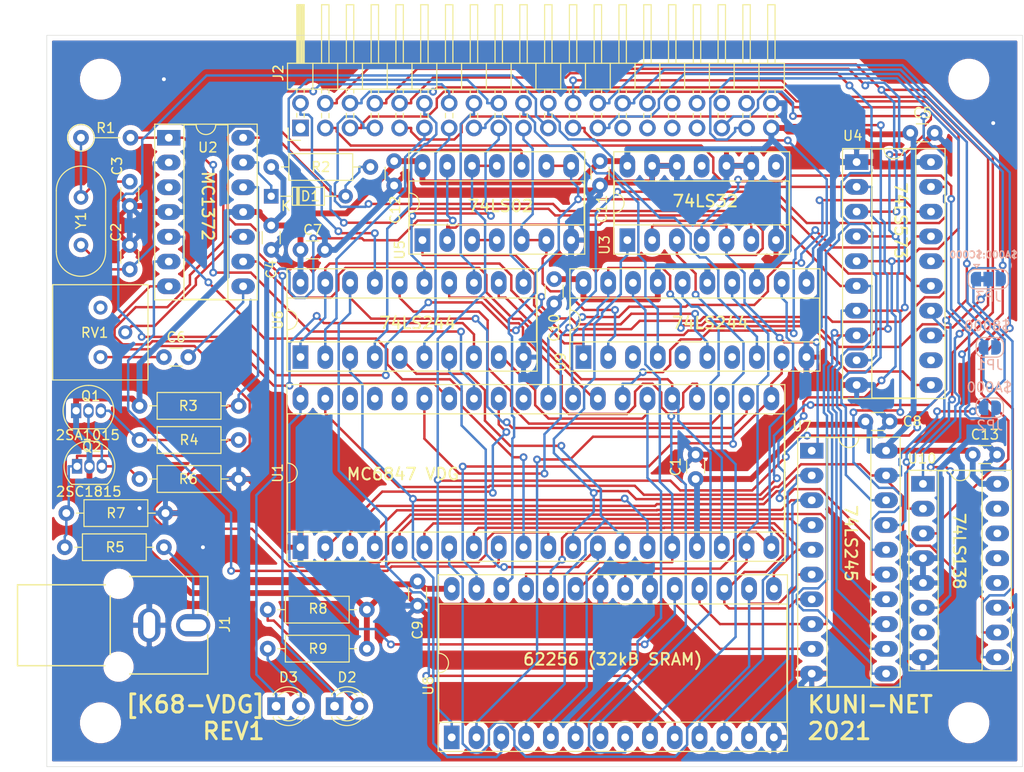
<source format=kicad_pcb>
(kicad_pcb (version 20171130) (host pcbnew "(5.1.10-1-10_14)")
  (layers (0 F.Cu signal) (31 B.Cu signal) (34 B.Paste user) (35 F.Paste user) (36 B.SilkS user) (37 F.SilkS user) (38 B.Mask user) (39 F.Mask user) (44 Edge.Cuts user))
  (net 0 "")
  (net 1 GND)
  (net 2 VCC)
  (net 3 "Net-(C2-Pad2)")
  (net 4 "Net-(C3-Pad2)")
  (net 5 "Net-(C6-Pad2)")
  (net 6 "Net-(C6-Pad1)")
  (net 7 "Net-(D1-Pad2)")
  (net 8 "Net-(D1-Pad1)")
  (net 9 "Net-(D2-Pad2)")
  (net 10 "Net-(D2-Pad1)")
  (net 11 "Net-(D3-Pad2)")
  (net 12 "Net-(D3-Pad1)")
  (net 13 "Net-(J1-Pad1)")
  (net 14 /8000)
  (net 15 /A000)
  (net 16 /A12)
  (net 17 /A11)
  (net 18 /A10)
  (net 19 /A9)
  (net 20 /A8)
  (net 21 /A7)
  (net 22 /A6)
  (net 23 /A5)
  (net 24 /A4)
  (net 25 /A3)
  (net 26 /A2)
  (net 27 /A1)
  (net 28 /A0)
  (net 29 /D7)
  (net 30 /D6)
  (net 31 /D5)
  (net 32 /D4)
  (net 33 /D3)
  (net 34 /D2)
  (net 35 /D1)
  (net 36 /D0)
  (net 37 /~WR)
  (net 38 "Net-(Q1-Pad3)")
  (net 39 "Net-(Q1-Pad2)")
  (net 40 "Net-(Q2-Pad1)")
  (net 41 /CLK)
  (net 42 "Net-(RV1-Pad2)")
  (net 43 /DD7)
  (net 44 /DA11)
  (net 45 "Net-(U1-Pad39)")
  (net 46 /DA10)
  (net 47 /DA9)
  (net 48 /DA8)
  (net 49 "Net-(U1-Pad35)")
  (net 50 /DA7)
  (net 51 /DA6)
  (net 52 /DA5)
  (net 53 /DD6)
  (net 54 "Net-(U1-Pad11)")
  (net 55 "Net-(U1-Pad30)")
  (net 56 "Net-(U1-Pad10)")
  (net 57 "Net-(U1-Pad29)")
  (net 58 "Net-(U1-Pad9)")
  (net 59 "Net-(U1-Pad28)")
  (net 60 /DD5)
  (net 61 "Net-(U1-Pad27)")
  (net 62 /DD4)
  (net 63 /DA4)
  (net 64 /DD3)
  (net 65 /DA3)
  (net 66 /DD2)
  (net 67 /DA2)
  (net 68 /DD1)
  (net 69 /DA1)
  (net 70 /DD0)
  (net 71 /DA0)
  (net 72 /DA12)
  (net 73 "Net-(U3-Pad6)")
  (net 74 "Net-(U3-Pad3)")
  (net 75 /DA13)
  (net 76 /DA14)
  (net 77 "Net-(U4-Pad11)")
  (net 78 "Net-(U5-Pad3)")
  (net 79 /8000c)
  (net 80 /A000c)
  (net 81 /E)
  (net 82 /A15)
  (net 83 /A14)
  (net 84 /A13)
  (net 85 /C000)
  (net 86 /VRAM_AD)
  (module Jumper:SolderJumper-3_P1.3mm_Bridged12_RoundedPad1.0x1.5mm (layer B.Cu) (at 236.5 105)
    (fp_text reference JP3 (at 0 1.8) (layer B.SilkS) (effects (justify mirror)))
    (fp_text value "VRAM JP")
    (fp_poly (pts (xy -0.9 0.3) (xy -0.4 0.3) (xy -0.4 -0.3) (xy -0.9 -0.3)) (layer B.Cu) (width 0))
    (pad 1 smd custom (at -1.3 0) (size 1 0.5) (layers B.Cu B.Mask) (net 85 /C000) (options (clearance outline) (anchor rect)) (primitives (gr_circle (center 0 -0.25) (end 0.5 -0.25) (width 0)) (gr_circle (center 0 0.25) (end 0.5 0.25) (width 0)) (gr_poly (pts (xy 0.55 0.75) (xy 0 0.75) (xy 0 -0.75) (xy 0.55 -0.75)) (width 0))))
    (pad 2 smd rect (at 0 0) (size 1 1.5) (layers B.Cu B.Mask) (net 86 /VRAM_AD))
    (pad 3 smd custom (at 1.3 0) (size 1 0.5) (layers B.Cu B.Mask) (net 15 /A000) (options (clearance outline) (anchor rect)) (primitives (gr_circle (center 0 -0.25) (end 0.5 -0.25) (width 0)) (gr_circle (center 0 0.25) (end 0.5 0.25) (width 0)) (gr_poly (pts (xy -0.55 0.75) (xy 0 0.75) (xy 0 -0.75) (xy -0.55 -0.75)) (width 0))))
  )
  (module Resistor_THT:R_Axial_DIN0207_L6.3mm_D2.5mm_P5.08mm_Vertical (layer F.Cu) (at 143.5 90.5)
    (fp_text reference R1 (at 2.54 -1) (layer F.SilkS))
    (fp_text value 1k)
    (pad 2 thru_hole oval (at 5.08 0) (size 1.6 1.6) (drill 0.8) (layers *.Cu *.Mask) (net 41 /CLK))
    (pad 1 thru_hole circle (at 0 0) (size 1.6 1.6) (drill 0.8) (layers *.Cu *.Mask) (net 4 "Net-(C3-Pad2)"))
  )
  (module Package_DIP:DIP-16_W7.62mm_Socket_LongPads (layer F.Cu) (at 229.8 126)
    (fp_text reference U10 (at -0.1 -2.6) (layer F.SilkS))
    (fp_text value 74LS138)
    (pad 16 thru_hole oval (at 7.62 0) (size 2.4 1.6) (drill 0.8) (layers *.Cu *.Mask) (net 2 VCC))
    (pad 8 thru_hole oval (at 0 17.78) (size 2.4 1.6) (drill 0.8) (layers *.Cu *.Mask) (net 1 GND))
    (pad 15 thru_hole oval (at 7.62 2.54) (size 2.4 1.6) (drill 0.8) (layers *.Cu *.Mask))
    (pad 7 thru_hole oval (at 0 15.24) (size 2.4 1.6) (drill 0.8) (layers *.Cu *.Mask))
    (pad 14 thru_hole oval (at 7.62 5.08) (size 2.4 1.6) (drill 0.8) (layers *.Cu *.Mask))
    (pad 6 thru_hole oval (at 0 12.7) (size 2.4 1.6) (drill 0.8) (layers *.Cu *.Mask) (net 81 /E))
    (pad 13 thru_hole oval (at 7.62 7.62) (size 2.4 1.6) (drill 0.8) (layers *.Cu *.Mask))
    (pad 5 thru_hole oval (at 0 10.16) (size 2.4 1.6) (drill 0.8) (layers *.Cu *.Mask) (net 1 GND))
    (pad 12 thru_hole oval (at 7.62 10.16) (size 2.4 1.6) (drill 0.8) (layers *.Cu *.Mask))
    (pad 4 thru_hole oval (at 0 7.62) (size 2.4 1.6) (drill 0.8) (layers *.Cu *.Mask) (net 1 GND))
    (pad 11 thru_hole oval (at 7.62 12.7) (size 2.4 1.6) (drill 0.8) (layers *.Cu *.Mask) (net 14 /8000))
    (pad 3 thru_hole oval (at 0 5.08) (size 2.4 1.6) (drill 0.8) (layers *.Cu *.Mask) (net 82 /A15))
    (pad 10 thru_hole oval (at 7.62 15.24) (size 2.4 1.6) (drill 0.8) (layers *.Cu *.Mask) (net 15 /A000))
    (pad 2 thru_hole oval (at 0 2.54) (size 2.4 1.6) (drill 0.8) (layers *.Cu *.Mask) (net 83 /A14))
    (pad 9 thru_hole oval (at 7.62 17.78) (size 2.4 1.6) (drill 0.8) (layers *.Cu *.Mask) (net 85 /C000))
    (pad 1 thru_hole rect (at 0 0) (size 2.4 1.6) (drill 0.8) (layers *.Cu *.Mask) (net 84 /A13))
  )
  (module Jumper:SolderJumper-2_P1.3mm_Open_RoundedPad1.0x1.5mm (layer B.Cu) (at 236.65 118.2)
    (fp_text reference JP2 (at 0 1.8) (layer B.SilkS) (effects (justify mirror)))
    (fp_text value A000-JP)
    (pad 2 smd custom (at 0.65 0) (size 1 0.5) (layers B.Cu B.Mask) (net 80 /A000c) (options (clearance outline) (anchor rect)) (primitives (gr_circle (center 0 -0.25) (end 0.5 -0.25) (width 0)) (gr_circle (center 0 0.25) (end 0.5 0.25) (width 0)) (gr_poly (pts (xy 0 0.75) (xy -0.5 0.75) (xy -0.5 -0.75) (xy 0 -0.75)) (width 0))))
    (pad 1 smd custom (at -0.65 0) (size 1 0.5) (layers B.Cu B.Mask) (net 15 /A000) (options (clearance outline) (anchor rect)) (primitives (gr_circle (center 0 -0.25) (end 0.5 -0.25) (width 0)) (gr_circle (center 0 0.25) (end 0.5 0.25) (width 0)) (gr_poly (pts (xy 0 0.75) (xy 0.5 0.75) (xy 0.5 -0.75) (xy 0 -0.75)) (width 0))))
  )
  (module Jumper:SolderJumper-2_P1.3mm_Open_RoundedPad1.0x1.5mm (layer B.Cu) (at 236.65 112)
    (fp_text reference JP1 (at 0 1.8) (layer B.SilkS) (effects (justify mirror)))
    (fp_text value 8000-JP)
    (pad 2 smd custom (at 0.65 0) (size 1 0.5) (layers B.Cu B.Mask) (net 79 /8000c) (options (clearance outline) (anchor rect)) (primitives (gr_circle (center 0 -0.25) (end 0.5 -0.25) (width 0)) (gr_circle (center 0 0.25) (end 0.5 0.25) (width 0)) (gr_poly (pts (xy 0 0.75) (xy -0.5 0.75) (xy -0.5 -0.75) (xy 0 -0.75)) (width 0))))
    (pad 1 smd custom (at -0.65 0) (size 1 0.5) (layers B.Cu B.Mask) (net 14 /8000) (options (clearance outline) (anchor rect)) (primitives (gr_circle (center 0 -0.25) (end 0.5 -0.25) (width 0)) (gr_circle (center 0 0.25) (end 0.5 0.25) (width 0)) (gr_poly (pts (xy 0 0.75) (xy 0.5 0.75) (xy 0.5 -0.75) (xy 0 -0.75)) (width 0))))
  )
  (module Capacitor_THT:C_Disc_D3.0mm_W1.6mm_P2.50mm (layer F.Cu) (at 234.9 123)
    (fp_text reference C13 (at 1.25 -2.05) (layer F.SilkS))
    (fp_text value 0.1u)
    (pad 2 thru_hole circle (at 2.5 0) (size 1.6 1.6) (drill 0.8) (layers *.Cu *.Mask) (net 1 GND))
    (pad 1 thru_hole circle (at 0 0) (size 1.6 1.6) (drill 0.8) (layers *.Cu *.Mask) (net 2 VCC))
  )
  (module Package_DIP:DIP-28_W15.24mm_Socket_LongPads (layer F.Cu) (at 181.5 152 90)
    (fp_text reference U8 (at 5.3 -2.4 90) (layer F.SilkS))
    (fp_text value 62256)
    (pad 28 thru_hole oval (at 15.24 0 90) (size 2.4 1.6) (drill 0.8) (layers *.Cu *.Mask) (net 2 VCC))
    (pad 14 thru_hole oval (at 0 33.02 90) (size 2.4 1.6) (drill 0.8) (layers *.Cu *.Mask) (net 1 GND))
    (pad 27 thru_hole oval (at 15.24 2.54 90) (size 2.4 1.6) (drill 0.8) (layers *.Cu *.Mask) (net 74 "Net-(U3-Pad3)"))
    (pad 13 thru_hole oval (at 0 30.48 90) (size 2.4 1.6) (drill 0.8) (layers *.Cu *.Mask) (net 66 /DD2))
    (pad 26 thru_hole oval (at 15.24 5.08 90) (size 2.4 1.6) (drill 0.8) (layers *.Cu *.Mask) (net 75 /DA13))
    (pad 12 thru_hole oval (at 0 27.94 90) (size 2.4 1.6) (drill 0.8) (layers *.Cu *.Mask) (net 68 /DD1))
    (pad 25 thru_hole oval (at 15.24 7.62 90) (size 2.4 1.6) (drill 0.8) (layers *.Cu *.Mask) (net 48 /DA8))
    (pad 11 thru_hole oval (at 0 25.4 90) (size 2.4 1.6) (drill 0.8) (layers *.Cu *.Mask) (net 70 /DD0))
    (pad 24 thru_hole oval (at 15.24 10.16 90) (size 2.4 1.6) (drill 0.8) (layers *.Cu *.Mask) (net 47 /DA9))
    (pad 10 thru_hole oval (at 0 22.86 90) (size 2.4 1.6) (drill 0.8) (layers *.Cu *.Mask) (net 71 /DA0))
    (pad 23 thru_hole oval (at 15.24 12.7 90) (size 2.4 1.6) (drill 0.8) (layers *.Cu *.Mask) (net 44 /DA11))
    (pad 9 thru_hole oval (at 0 20.32 90) (size 2.4 1.6) (drill 0.8) (layers *.Cu *.Mask) (net 69 /DA1))
    (pad 22 thru_hole oval (at 15.24 15.24 90) (size 2.4 1.6) (drill 0.8) (layers *.Cu *.Mask) (net 1 GND))
    (pad 8 thru_hole oval (at 0 17.78 90) (size 2.4 1.6) (drill 0.8) (layers *.Cu *.Mask) (net 67 /DA2))
    (pad 21 thru_hole oval (at 15.24 17.78 90) (size 2.4 1.6) (drill 0.8) (layers *.Cu *.Mask) (net 46 /DA10))
    (pad 7 thru_hole oval (at 0 15.24 90) (size 2.4 1.6) (drill 0.8) (layers *.Cu *.Mask) (net 65 /DA3))
    (pad 20 thru_hole oval (at 15.24 20.32 90) (size 2.4 1.6) (drill 0.8) (layers *.Cu *.Mask) (net 1 GND))
    (pad 6 thru_hole oval (at 0 12.7 90) (size 2.4 1.6) (drill 0.8) (layers *.Cu *.Mask) (net 63 /DA4))
    (pad 19 thru_hole oval (at 15.24 22.86 90) (size 2.4 1.6) (drill 0.8) (layers *.Cu *.Mask) (net 43 /DD7))
    (pad 5 thru_hole oval (at 0 10.16 90) (size 2.4 1.6) (drill 0.8) (layers *.Cu *.Mask) (net 52 /DA5))
    (pad 18 thru_hole oval (at 15.24 25.4 90) (size 2.4 1.6) (drill 0.8) (layers *.Cu *.Mask) (net 53 /DD6))
    (pad 4 thru_hole oval (at 0 7.62 90) (size 2.4 1.6) (drill 0.8) (layers *.Cu *.Mask) (net 51 /DA6))
    (pad 17 thru_hole oval (at 15.24 27.94 90) (size 2.4 1.6) (drill 0.8) (layers *.Cu *.Mask) (net 60 /DD5))
    (pad 3 thru_hole oval (at 0 5.08 90) (size 2.4 1.6) (drill 0.8) (layers *.Cu *.Mask) (net 50 /DA7))
    (pad 16 thru_hole oval (at 15.24 30.48 90) (size 2.4 1.6) (drill 0.8) (layers *.Cu *.Mask) (net 62 /DD4))
    (pad 2 thru_hole oval (at 0 2.54 90) (size 2.4 1.6) (drill 0.8) (layers *.Cu *.Mask) (net 72 /DA12))
    (pad 15 thru_hole oval (at 15.24 33.02 90) (size 2.4 1.6) (drill 0.8) (layers *.Cu *.Mask) (net 64 /DD3))
    (pad 1 thru_hole rect (at 0 0 90) (size 2.4 1.6) (drill 0.8) (layers *.Cu *.Mask) (net 76 /DA14))
  )
  (module MountingHole:MountingHole_3.2mm_M3 (layer F.Cu) (at 234.5 150.5)
    (fp_text reference H4 hide)
    (fp_text value MountingHole)
    (pad 1 np_thru_hole circle (at 0 0) (size 3.2 3.2) (drill 3.2) (layers *.Cu *.Mask))
  )
  (module MountingHole:MountingHole_3.2mm_M3 (layer F.Cu) (at 145.5 150.5)
    (fp_text reference H3 hide)
    (fp_text value MountingHole)
    (pad 1 np_thru_hole circle (at 0 0) (size 3.2 3.2) (drill 3.2) (layers *.Cu *.Mask))
  )
  (module MountingHole:MountingHole_3.2mm_M3 (layer F.Cu) (at 234.5 84.5)
    (fp_text reference H2 hide)
    (fp_text value MountingHole)
    (pad 1 np_thru_hole circle (at 0 0) (size 3.2 3.2) (drill 3.2) (layers *.Cu *.Mask))
  )
  (module MountingHole:MountingHole_3.2mm_M3 (layer F.Cu) (at 145.5 84.5)
    (fp_text reference H1 hide)
    (fp_text value MountingHole)
    (pad 1 np_thru_hole circle (at 0 0) (size 3.2 3.2) (drill 3.2) (layers *.Cu *.Mask))
  )
  (module Crystal:Crystal_HC49-U_Vertical (layer F.Cu) (at 143.5 101.5 90)
    (fp_text reference Y1 (at 2.5 0 90) (layer F.SilkS))
    (fp_text value 3.579545MHz)
    (pad 2 thru_hole circle (at 4.88 0 90) (size 1.5 1.5) (drill 0.8) (layers *.Cu *.Mask) (net 4 "Net-(C3-Pad2)"))
    (pad 1 thru_hole circle (at 0 0 90) (size 1.5 1.5) (drill 0.8) (layers *.Cu *.Mask) (net 3 "Net-(C2-Pad2)"))
  )
  (module Package_DIP:DIP-20_W7.62mm_Socket_LongPads (layer F.Cu) (at 195 113 90)
    (fp_text reference U9 (at -0.5 -2.33 90) (layer F.SilkS))
    (fp_text value 74LS244)
    (pad 20 thru_hole oval (at 7.62 0 90) (size 2.4 1.6) (drill 0.8) (layers *.Cu *.Mask) (net 2 VCC))
    (pad 10 thru_hole oval (at 0 22.86 90) (size 2.4 1.6) (drill 0.8) (layers *.Cu *.Mask) (net 1 GND))
    (pad 19 thru_hole oval (at 7.62 2.54 90) (size 2.4 1.6) (drill 0.8) (layers *.Cu *.Mask) (net 86 /VRAM_AD))
    (pad 9 thru_hole oval (at 0 20.32 90) (size 2.4 1.6) (drill 0.8) (layers *.Cu *.Mask) (net 72 /DA12))
    (pad 18 thru_hole oval (at 7.62 5.08 90) (size 2.4 1.6) (drill 0.8) (layers *.Cu *.Mask) (net 48 /DA8))
    (pad 8 thru_hole oval (at 0 17.78 90) (size 2.4 1.6) (drill 0.8) (layers *.Cu *.Mask) (net 17 /A11))
    (pad 17 thru_hole oval (at 7.62 7.62 90) (size 2.4 1.6) (drill 0.8) (layers *.Cu *.Mask) (net 2 VCC))
    (pad 7 thru_hole oval (at 0 15.24 90) (size 2.4 1.6) (drill 0.8) (layers *.Cu *.Mask))
    (pad 16 thru_hole oval (at 7.62 10.16 90) (size 2.4 1.6) (drill 0.8) (layers *.Cu *.Mask) (net 47 /DA9))
    (pad 6 thru_hole oval (at 0 12.7 90) (size 2.4 1.6) (drill 0.8) (layers *.Cu *.Mask) (net 18 /A10))
    (pad 15 thru_hole oval (at 7.62 12.7 90) (size 2.4 1.6) (drill 0.8) (layers *.Cu *.Mask) (net 2 VCC))
    (pad 5 thru_hole oval (at 0 10.16 90) (size 2.4 1.6) (drill 0.8) (layers *.Cu *.Mask))
    (pad 14 thru_hole oval (at 7.62 15.24 90) (size 2.4 1.6) (drill 0.8) (layers *.Cu *.Mask) (net 46 /DA10))
    (pad 4 thru_hole oval (at 0 7.62 90) (size 2.4 1.6) (drill 0.8) (layers *.Cu *.Mask) (net 19 /A9))
    (pad 13 thru_hole oval (at 7.62 17.78 90) (size 2.4 1.6) (drill 0.8) (layers *.Cu *.Mask) (net 2 VCC))
    (pad 3 thru_hole oval (at 0 5.08 90) (size 2.4 1.6) (drill 0.8) (layers *.Cu *.Mask))
    (pad 12 thru_hole oval (at 7.62 20.32 90) (size 2.4 1.6) (drill 0.8) (layers *.Cu *.Mask) (net 44 /DA11))
    (pad 2 thru_hole oval (at 0 2.54 90) (size 2.4 1.6) (drill 0.8) (layers *.Cu *.Mask) (net 20 /A8))
    (pad 11 thru_hole oval (at 7.62 22.86 90) (size 2.4 1.6) (drill 0.8) (layers *.Cu *.Mask) (net 16 /A12))
    (pad 1 thru_hole rect (at 0 0 90) (size 2.4 1.6) (drill 0.8) (layers *.Cu *.Mask) (net 86 /VRAM_AD))
  )
  (module Package_DIP:DIP-20_W7.62mm_Socket_LongPads (layer F.Cu) (at 218.4 122.6)
    (fp_text reference U7 (at -1 -2.5) (layer F.SilkS))
    (fp_text value 74LS245)
    (pad 20 thru_hole oval (at 7.62 0) (size 2.4 1.6) (drill 0.8) (layers *.Cu *.Mask) (net 2 VCC))
    (pad 10 thru_hole oval (at 0 22.86) (size 2.4 1.6) (drill 0.8) (layers *.Cu *.Mask) (net 1 GND))
    (pad 19 thru_hole oval (at 7.62 2.54) (size 2.4 1.6) (drill 0.8) (layers *.Cu *.Mask) (net 15 /A000))
    (pad 9 thru_hole oval (at 0 20.32) (size 2.4 1.6) (drill 0.8) (layers *.Cu *.Mask) (net 43 /DD7))
    (pad 18 thru_hole oval (at 7.62 5.08) (size 2.4 1.6) (drill 0.8) (layers *.Cu *.Mask) (net 36 /D0))
    (pad 8 thru_hole oval (at 0 17.78) (size 2.4 1.6) (drill 0.8) (layers *.Cu *.Mask) (net 53 /DD6))
    (pad 17 thru_hole oval (at 7.62 7.62) (size 2.4 1.6) (drill 0.8) (layers *.Cu *.Mask) (net 35 /D1))
    (pad 7 thru_hole oval (at 0 15.24) (size 2.4 1.6) (drill 0.8) (layers *.Cu *.Mask) (net 60 /DD5))
    (pad 16 thru_hole oval (at 7.62 10.16) (size 2.4 1.6) (drill 0.8) (layers *.Cu *.Mask) (net 34 /D2))
    (pad 6 thru_hole oval (at 0 12.7) (size 2.4 1.6) (drill 0.8) (layers *.Cu *.Mask) (net 62 /DD4))
    (pad 15 thru_hole oval (at 7.62 12.7) (size 2.4 1.6) (drill 0.8) (layers *.Cu *.Mask) (net 33 /D3))
    (pad 5 thru_hole oval (at 0 10.16) (size 2.4 1.6) (drill 0.8) (layers *.Cu *.Mask) (net 64 /DD3))
    (pad 14 thru_hole oval (at 7.62 15.24) (size 2.4 1.6) (drill 0.8) (layers *.Cu *.Mask) (net 32 /D4))
    (pad 4 thru_hole oval (at 0 7.62) (size 2.4 1.6) (drill 0.8) (layers *.Cu *.Mask) (net 66 /DD2))
    (pad 13 thru_hole oval (at 7.62 17.78) (size 2.4 1.6) (drill 0.8) (layers *.Cu *.Mask) (net 31 /D5))
    (pad 3 thru_hole oval (at 0 5.08) (size 2.4 1.6) (drill 0.8) (layers *.Cu *.Mask) (net 68 /DD1))
    (pad 12 thru_hole oval (at 7.62 20.32) (size 2.4 1.6) (drill 0.8) (layers *.Cu *.Mask) (net 30 /D6))
    (pad 2 thru_hole oval (at 0 2.54) (size 2.4 1.6) (drill 0.8) (layers *.Cu *.Mask) (net 70 /DD0))
    (pad 11 thru_hole oval (at 7.62 22.86) (size 2.4 1.6) (drill 0.8) (layers *.Cu *.Mask) (net 29 /D7))
    (pad 1 thru_hole rect (at 0 0) (size 2.4 1.6) (drill 0.8) (layers *.Cu *.Mask) (net 37 /~WR))
  )
  (module Package_DIP:DIP-20_W7.62mm_Socket_LongPads (layer F.Cu) (at 166 113 90)
    (fp_text reference U6 (at 3.81 -2.33 90) (layer F.SilkS))
    (fp_text value 74LS244)
    (pad 20 thru_hole oval (at 7.62 0 90) (size 2.4 1.6) (drill 0.8) (layers *.Cu *.Mask) (net 2 VCC))
    (pad 10 thru_hole oval (at 0 22.86 90) (size 2.4 1.6) (drill 0.8) (layers *.Cu *.Mask) (net 1 GND))
    (pad 19 thru_hole oval (at 7.62 2.54 90) (size 2.4 1.6) (drill 0.8) (layers *.Cu *.Mask) (net 86 /VRAM_AD))
    (pad 9 thru_hole oval (at 0 20.32 90) (size 2.4 1.6) (drill 0.8) (layers *.Cu *.Mask) (net 63 /DA4))
    (pad 18 thru_hole oval (at 7.62 5.08 90) (size 2.4 1.6) (drill 0.8) (layers *.Cu *.Mask) (net 71 /DA0))
    (pad 8 thru_hole oval (at 0 17.78 90) (size 2.4 1.6) (drill 0.8) (layers *.Cu *.Mask) (net 25 /A3))
    (pad 17 thru_hole oval (at 7.62 7.62 90) (size 2.4 1.6) (drill 0.8) (layers *.Cu *.Mask) (net 21 /A7))
    (pad 7 thru_hole oval (at 0 15.24 90) (size 2.4 1.6) (drill 0.8) (layers *.Cu *.Mask) (net 52 /DA5))
    (pad 16 thru_hole oval (at 7.62 10.16 90) (size 2.4 1.6) (drill 0.8) (layers *.Cu *.Mask) (net 69 /DA1))
    (pad 6 thru_hole oval (at 0 12.7 90) (size 2.4 1.6) (drill 0.8) (layers *.Cu *.Mask) (net 26 /A2))
    (pad 15 thru_hole oval (at 7.62 12.7 90) (size 2.4 1.6) (drill 0.8) (layers *.Cu *.Mask) (net 22 /A6))
    (pad 5 thru_hole oval (at 0 10.16 90) (size 2.4 1.6) (drill 0.8) (layers *.Cu *.Mask) (net 51 /DA6))
    (pad 14 thru_hole oval (at 7.62 15.24 90) (size 2.4 1.6) (drill 0.8) (layers *.Cu *.Mask) (net 67 /DA2))
    (pad 4 thru_hole oval (at 0 7.62 90) (size 2.4 1.6) (drill 0.8) (layers *.Cu *.Mask) (net 27 /A1))
    (pad 13 thru_hole oval (at 7.62 17.78 90) (size 2.4 1.6) (drill 0.8) (layers *.Cu *.Mask) (net 23 /A5))
    (pad 3 thru_hole oval (at 0 5.08 90) (size 2.4 1.6) (drill 0.8) (layers *.Cu *.Mask) (net 50 /DA7))
    (pad 12 thru_hole oval (at 7.62 20.32 90) (size 2.4 1.6) (drill 0.8) (layers *.Cu *.Mask) (net 65 /DA3))
    (pad 2 thru_hole oval (at 0 2.54 90) (size 2.4 1.6) (drill 0.8) (layers *.Cu *.Mask) (net 28 /A0))
    (pad 11 thru_hole oval (at 7.62 22.86 90) (size 2.4 1.6) (drill 0.8) (layers *.Cu *.Mask) (net 24 /A4))
    (pad 1 thru_hole rect (at 0 0 90) (size 2.4 1.6) (drill 0.8) (layers *.Cu *.Mask) (net 86 /VRAM_AD))
  )
  (module Package_DIP:DIP-14_W7.62mm_Socket_LongPads (layer F.Cu) (at 178.5 101 90)
    (fp_text reference U5 (at -1 -2.33 90) (layer F.SilkS))
    (fp_text value 74LS02)
    (pad 14 thru_hole oval (at 7.62 0 90) (size 2.4 1.6) (drill 0.8) (layers *.Cu *.Mask) (net 2 VCC))
    (pad 7 thru_hole oval (at 0 15.24 90) (size 2.4 1.6) (drill 0.8) (layers *.Cu *.Mask) (net 1 GND))
    (pad 13 thru_hole oval (at 7.62 2.54 90) (size 2.4 1.6) (drill 0.8) (layers *.Cu *.Mask) (net 12 "Net-(D3-Pad1)"))
    (pad 6 thru_hole oval (at 0 12.7 90) (size 2.4 1.6) (drill 0.8) (layers *.Cu *.Mask) (net 20 /A8))
    (pad 12 thru_hole oval (at 7.62 5.08 90) (size 2.4 1.6) (drill 0.8) (layers *.Cu *.Mask) (net 76 /DA14))
    (pad 5 thru_hole oval (at 0 10.16 90) (size 2.4 1.6) (drill 0.8) (layers *.Cu *.Mask) (net 20 /A8))
    (pad 11 thru_hole oval (at 7.62 7.62 90) (size 2.4 1.6) (drill 0.8) (layers *.Cu *.Mask) (net 76 /DA14))
    (pad 4 thru_hole oval (at 0 7.62 90) (size 2.4 1.6) (drill 0.8) (layers *.Cu *.Mask) (net 78 "Net-(U5-Pad3)"))
    (pad 10 thru_hole oval (at 7.62 10.16 90) (size 2.4 1.6) (drill 0.8) (layers *.Cu *.Mask) (net 10 "Net-(D2-Pad1)"))
    (pad 3 thru_hole oval (at 0 5.08 90) (size 2.4 1.6) (drill 0.8) (layers *.Cu *.Mask) (net 78 "Net-(U5-Pad3)"))
    (pad 9 thru_hole oval (at 7.62 12.7 90) (size 2.4 1.6) (drill 0.8) (layers *.Cu *.Mask) (net 75 /DA13))
    (pad 2 thru_hole oval (at 0 2.54 90) (size 2.4 1.6) (drill 0.8) (layers *.Cu *.Mask) (net 73 "Net-(U3-Pad6)"))
    (pad 8 thru_hole oval (at 7.62 15.24 90) (size 2.4 1.6) (drill 0.8) (layers *.Cu *.Mask) (net 75 /DA13))
    (pad 1 thru_hole rect (at 0 0 90) (size 2.4 1.6) (drill 0.8) (layers *.Cu *.Mask) (net 77 "Net-(U4-Pad11)"))
  )
  (module Package_DIP:DIP-20_W7.62mm_Socket_LongPads (layer F.Cu) (at 223 93)
    (fp_text reference U4 (at -0.4 -2.7) (layer F.SilkS))
    (fp_text value 74HCT573)
    (pad 20 thru_hole oval (at 7.62 0) (size 2.4 1.6) (drill 0.8) (layers *.Cu *.Mask) (net 2 VCC))
    (pad 10 thru_hole oval (at 0 22.86) (size 2.4 1.6) (drill 0.8) (layers *.Cu *.Mask) (net 1 GND))
    (pad 19 thru_hole oval (at 7.62 2.54) (size 2.4 1.6) (drill 0.8) (layers *.Cu *.Mask) (net 55 "Net-(U1-Pad30)"))
    (pad 9 thru_hole oval (at 0 20.32) (size 2.4 1.6) (drill 0.8) (layers *.Cu *.Mask) (net 29 /D7))
    (pad 18 thru_hole oval (at 7.62 5.08) (size 2.4 1.6) (drill 0.8) (layers *.Cu *.Mask) (net 57 "Net-(U1-Pad29)"))
    (pad 8 thru_hole oval (at 0 17.78) (size 2.4 1.6) (drill 0.8) (layers *.Cu *.Mask) (net 30 /D6))
    (pad 17 thru_hole oval (at 7.62 7.62) (size 2.4 1.6) (drill 0.8) (layers *.Cu *.Mask) (net 61 "Net-(U1-Pad27)"))
    (pad 7 thru_hole oval (at 0 15.24) (size 2.4 1.6) (drill 0.8) (layers *.Cu *.Mask) (net 31 /D5))
    (pad 16 thru_hole oval (at 7.62 10.16) (size 2.4 1.6) (drill 0.8) (layers *.Cu *.Mask) (net 49 "Net-(U1-Pad35)"))
    (pad 6 thru_hole oval (at 0 12.7) (size 2.4 1.6) (drill 0.8) (layers *.Cu *.Mask) (net 32 /D4))
    (pad 15 thru_hole oval (at 7.62 12.7) (size 2.4 1.6) (drill 0.8) (layers *.Cu *.Mask) (net 75 /DA13))
    (pad 5 thru_hole oval (at 0 10.16) (size 2.4 1.6) (drill 0.8) (layers *.Cu *.Mask) (net 33 /D3))
    (pad 14 thru_hole oval (at 7.62 15.24) (size 2.4 1.6) (drill 0.8) (layers *.Cu *.Mask) (net 76 /DA14))
    (pad 4 thru_hole oval (at 0 7.62) (size 2.4 1.6) (drill 0.8) (layers *.Cu *.Mask) (net 34 /D2))
    (pad 13 thru_hole oval (at 7.62 17.78) (size 2.4 1.6) (drill 0.8) (layers *.Cu *.Mask) (net 45 "Net-(U1-Pad39)"))
    (pad 3 thru_hole oval (at 0 5.08) (size 2.4 1.6) (drill 0.8) (layers *.Cu *.Mask) (net 35 /D1))
    (pad 12 thru_hole oval (at 7.62 20.32) (size 2.4 1.6) (drill 0.8) (layers *.Cu *.Mask))
    (pad 2 thru_hole oval (at 0 2.54) (size 2.4 1.6) (drill 0.8) (layers *.Cu *.Mask) (net 36 /D0))
    (pad 11 thru_hole oval (at 7.62 22.86) (size 2.4 1.6) (drill 0.8) (layers *.Cu *.Mask) (net 77 "Net-(U4-Pad11)"))
    (pad 1 thru_hole rect (at 0 0) (size 2.4 1.6) (drill 0.8) (layers *.Cu *.Mask) (net 1 GND))
  )
  (module Package_DIP:DIP-14_W7.62mm_Socket_LongPads (layer F.Cu) (at 199.5 101 90)
    (fp_text reference U3 (at -0.5 -2.33 90) (layer F.SilkS))
    (fp_text value 74LS32)
    (pad 14 thru_hole oval (at 7.62 0 90) (size 2.4 1.6) (drill 0.8) (layers *.Cu *.Mask) (net 2 VCC))
    (pad 7 thru_hole oval (at 0 15.24 90) (size 2.4 1.6) (drill 0.8) (layers *.Cu *.Mask) (net 1 GND))
    (pad 13 thru_hole oval (at 7.62 2.54 90) (size 2.4 1.6) (drill 0.8) (layers *.Cu *.Mask) (net 1 GND))
    (pad 6 thru_hole oval (at 0 12.7 90) (size 2.4 1.6) (drill 0.8) (layers *.Cu *.Mask) (net 73 "Net-(U3-Pad6)"))
    (pad 12 thru_hole oval (at 7.62 5.08 90) (size 2.4 1.6) (drill 0.8) (layers *.Cu *.Mask) (net 1 GND))
    (pad 5 thru_hole oval (at 0 10.16 90) (size 2.4 1.6) (drill 0.8) (layers *.Cu *.Mask) (net 37 /~WR))
    (pad 11 thru_hole oval (at 7.62 7.62 90) (size 2.4 1.6) (drill 0.8) (layers *.Cu *.Mask))
    (pad 4 thru_hole oval (at 0 7.62 90) (size 2.4 1.6) (drill 0.8) (layers *.Cu *.Mask) (net 14 /8000))
    (pad 10 thru_hole oval (at 7.62 10.16 90) (size 2.4 1.6) (drill 0.8) (layers *.Cu *.Mask) (net 1 GND))
    (pad 3 thru_hole oval (at 0 5.08 90) (size 2.4 1.6) (drill 0.8) (layers *.Cu *.Mask) (net 74 "Net-(U3-Pad3)"))
    (pad 9 thru_hole oval (at 7.62 12.7 90) (size 2.4 1.6) (drill 0.8) (layers *.Cu *.Mask) (net 1 GND))
    (pad 2 thru_hole oval (at 0 2.54 90) (size 2.4 1.6) (drill 0.8) (layers *.Cu *.Mask) (net 37 /~WR))
    (pad 8 thru_hole oval (at 7.62 15.24 90) (size 2.4 1.6) (drill 0.8) (layers *.Cu *.Mask))
    (pad 1 thru_hole rect (at 0 0 90) (size 2.4 1.6) (drill 0.8) (layers *.Cu *.Mask) (net 15 /A000))
  )
  (module Package_DIP:DIP-14_W7.62mm_Socket_LongPads (layer F.Cu) (at 152.5 90.5)
    (fp_text reference U2 (at 4 1) (layer F.SilkS))
    (fp_text value MC1372)
    (pad 14 thru_hole oval (at 7.62 0) (size 2.4 1.6) (drill 0.8) (layers *.Cu *.Mask) (net 7 "Net-(D1-Pad2)"))
    (pad 7 thru_hole oval (at 0 15.24) (size 2.4 1.6) (drill 0.8) (layers *.Cu *.Mask) (net 54 "Net-(U1-Pad11)"))
    (pad 13 thru_hole oval (at 7.62 2.54) (size 2.4 1.6) (drill 0.8) (layers *.Cu *.Mask) (net 8 "Net-(D1-Pad1)"))
    (pad 6 thru_hole oval (at 0 12.7) (size 2.4 1.6) (drill 0.8) (layers *.Cu *.Mask) (net 58 "Net-(U1-Pad9)"))
    (pad 12 thru_hole oval (at 7.62 5.08) (size 2.4 1.6) (drill 0.8) (layers *.Cu *.Mask) (net 38 "Net-(Q1-Pad3)"))
    (pad 5 thru_hole oval (at 0 10.16) (size 2.4 1.6) (drill 0.8) (layers *.Cu *.Mask) (net 56 "Net-(U1-Pad10)"))
    (pad 11 thru_hole oval (at 7.62 7.62) (size 2.4 1.6) (drill 0.8) (layers *.Cu *.Mask) (net 2 VCC))
    (pad 4 thru_hole oval (at 0 7.62) (size 2.4 1.6) (drill 0.8) (layers *.Cu *.Mask) (net 1 GND))
    (pad 10 thru_hole oval (at 7.62 10.16) (size 2.4 1.6) (drill 0.8) (layers *.Cu *.Mask) (net 42 "Net-(RV1-Pad2)"))
    (pad 3 thru_hole oval (at 0 5.08) (size 2.4 1.6) (drill 0.8) (layers *.Cu *.Mask))
    (pad 9 thru_hole oval (at 7.62 12.7) (size 2.4 1.6) (drill 0.8) (layers *.Cu *.Mask) (net 59 "Net-(U1-Pad28)"))
    (pad 2 thru_hole oval (at 0 2.54) (size 2.4 1.6) (drill 0.8) (layers *.Cu *.Mask) (net 3 "Net-(C2-Pad2)"))
    (pad 8 thru_hole oval (at 7.62 15.24) (size 2.4 1.6) (drill 0.8) (layers *.Cu *.Mask) (net 5 "Net-(C6-Pad2)"))
    (pad 1 thru_hole rect (at 0 0) (size 2.4 1.6) (drill 0.8) (layers *.Cu *.Mask) (net 41 /CLK))
  )
  (module Package_DIP:DIP-40_W15.24mm_Socket_LongPads (layer F.Cu) (at 166 132.5 90)
    (fp_text reference U1 (at 7.62 -2.33 90) (layer F.SilkS))
    (fp_text value MC6847)
    (pad 40 thru_hole oval (at 15.24 0 90) (size 2.4 1.6) (drill 0.8) (layers *.Cu *.Mask) (net 43 /DD7))
    (pad 20 thru_hole oval (at 0 48.26 90) (size 2.4 1.6) (drill 0.8) (layers *.Cu *.Mask) (net 44 /DA11))
    (pad 39 thru_hole oval (at 15.24 2.54 90) (size 2.4 1.6) (drill 0.8) (layers *.Cu *.Mask) (net 45 "Net-(U1-Pad39)"))
    (pad 19 thru_hole oval (at 0 45.72 90) (size 2.4 1.6) (drill 0.8) (layers *.Cu *.Mask) (net 46 /DA10))
    (pad 38 thru_hole oval (at 15.24 5.08 90) (size 2.4 1.6) (drill 0.8) (layers *.Cu *.Mask))
    (pad 18 thru_hole oval (at 0 43.18 90) (size 2.4 1.6) (drill 0.8) (layers *.Cu *.Mask) (net 47 /DA9))
    (pad 37 thru_hole oval (at 15.24 7.62 90) (size 2.4 1.6) (drill 0.8) (layers *.Cu *.Mask))
    (pad 17 thru_hole oval (at 0 40.64 90) (size 2.4 1.6) (drill 0.8) (layers *.Cu *.Mask) (net 2 VCC))
    (pad 36 thru_hole oval (at 15.24 10.16 90) (size 2.4 1.6) (drill 0.8) (layers *.Cu *.Mask))
    (pad 16 thru_hole oval (at 0 38.1 90) (size 2.4 1.6) (drill 0.8) (layers *.Cu *.Mask) (net 48 /DA8))
    (pad 35 thru_hole oval (at 15.24 12.7 90) (size 2.4 1.6) (drill 0.8) (layers *.Cu *.Mask) (net 49 "Net-(U1-Pad35)"))
    (pad 15 thru_hole oval (at 0 35.56 90) (size 2.4 1.6) (drill 0.8) (layers *.Cu *.Mask) (net 50 /DA7))
    (pad 34 thru_hole oval (at 15.24 15.24 90) (size 2.4 1.6) (drill 0.8) (layers *.Cu *.Mask) (net 43 /DD7))
    (pad 14 thru_hole oval (at 0 33.02 90) (size 2.4 1.6) (drill 0.8) (layers *.Cu *.Mask) (net 51 /DA6))
    (pad 33 thru_hole oval (at 15.24 17.78 90) (size 2.4 1.6) (drill 0.8) (layers *.Cu *.Mask) (net 41 /CLK))
    (pad 13 thru_hole oval (at 0 30.48 90) (size 2.4 1.6) (drill 0.8) (layers *.Cu *.Mask) (net 52 /DA5))
    (pad 32 thru_hole oval (at 15.24 20.32 90) (size 2.4 1.6) (drill 0.8) (layers *.Cu *.Mask) (net 53 /DD6))
    (pad 12 thru_hole oval (at 0 27.94 90) (size 2.4 1.6) (drill 0.8) (layers *.Cu *.Mask) (net 15 /A000))
    (pad 31 thru_hole oval (at 15.24 22.86 90) (size 2.4 1.6) (drill 0.8) (layers *.Cu *.Mask))
    (pad 11 thru_hole oval (at 0 25.4 90) (size 2.4 1.6) (drill 0.8) (layers *.Cu *.Mask) (net 54 "Net-(U1-Pad11)"))
    (pad 30 thru_hole oval (at 15.24 25.4 90) (size 2.4 1.6) (drill 0.8) (layers *.Cu *.Mask) (net 55 "Net-(U1-Pad30)"))
    (pad 10 thru_hole oval (at 0 22.86 90) (size 2.4 1.6) (drill 0.8) (layers *.Cu *.Mask) (net 56 "Net-(U1-Pad10)"))
    (pad 29 thru_hole oval (at 15.24 27.94 90) (size 2.4 1.6) (drill 0.8) (layers *.Cu *.Mask) (net 57 "Net-(U1-Pad29)"))
    (pad 9 thru_hole oval (at 0 20.32 90) (size 2.4 1.6) (drill 0.8) (layers *.Cu *.Mask) (net 58 "Net-(U1-Pad9)"))
    (pad 28 thru_hole oval (at 15.24 30.48 90) (size 2.4 1.6) (drill 0.8) (layers *.Cu *.Mask) (net 59 "Net-(U1-Pad28)"))
    (pad 8 thru_hole oval (at 0 17.78 90) (size 2.4 1.6) (drill 0.8) (layers *.Cu *.Mask) (net 60 /DD5))
    (pad 27 thru_hole oval (at 15.24 33.02 90) (size 2.4 1.6) (drill 0.8) (layers *.Cu *.Mask) (net 61 "Net-(U1-Pad27)"))
    (pad 7 thru_hole oval (at 0 15.24 90) (size 2.4 1.6) (drill 0.8) (layers *.Cu *.Mask) (net 62 /DD4))
    (pad 26 thru_hole oval (at 15.24 35.56 90) (size 2.4 1.6) (drill 0.8) (layers *.Cu *.Mask) (net 63 /DA4))
    (pad 6 thru_hole oval (at 0 12.7 90) (size 2.4 1.6) (drill 0.8) (layers *.Cu *.Mask) (net 64 /DD3))
    (pad 25 thru_hole oval (at 15.24 38.1 90) (size 2.4 1.6) (drill 0.8) (layers *.Cu *.Mask) (net 65 /DA3))
    (pad 5 thru_hole oval (at 0 10.16 90) (size 2.4 1.6) (drill 0.8) (layers *.Cu *.Mask) (net 66 /DD2))
    (pad 24 thru_hole oval (at 15.24 40.64 90) (size 2.4 1.6) (drill 0.8) (layers *.Cu *.Mask) (net 67 /DA2))
    (pad 4 thru_hole oval (at 0 7.62 90) (size 2.4 1.6) (drill 0.8) (layers *.Cu *.Mask) (net 68 /DD1))
    (pad 23 thru_hole oval (at 15.24 43.18 90) (size 2.4 1.6) (drill 0.8) (layers *.Cu *.Mask) (net 69 /DA1))
    (pad 3 thru_hole oval (at 0 5.08 90) (size 2.4 1.6) (drill 0.8) (layers *.Cu *.Mask) (net 70 /DD0))
    (pad 22 thru_hole oval (at 15.24 45.72 90) (size 2.4 1.6) (drill 0.8) (layers *.Cu *.Mask) (net 71 /DA0))
    (pad 2 thru_hole oval (at 0 2.54 90) (size 2.4 1.6) (drill 0.8) (layers *.Cu *.Mask) (net 53 /DD6))
    (pad 21 thru_hole oval (at 15.24 48.26 90) (size 2.4 1.6) (drill 0.8) (layers *.Cu *.Mask) (net 72 /DA12))
    (pad 1 thru_hole rect (at 0 0 90) (size 2.4 1.6) (drill 0.8) (layers *.Cu *.Mask) (net 1 GND))
  )
  (module Potentiometer_THT:Potentiometer_Bourns_3386P_Vertical (layer F.Cu) (at 145.5 113)
    (fp_text reference RV1 (at -0.6 -2.5) (layer F.SilkS))
    (fp_text value 1k)
    (pad 1 thru_hole circle (at 0 0) (size 1.44 1.44) (drill 0.8) (layers *.Cu *.Mask) (net 6 "Net-(C6-Pad1)"))
    (pad 2 thru_hole circle (at 2.54 -2.54) (size 1.44 1.44) (drill 0.8) (layers *.Cu *.Mask) (net 42 "Net-(RV1-Pad2)"))
    (pad 3 thru_hole circle (at 0 -5.08) (size 1.44 1.44) (drill 0.8) (layers *.Cu *.Mask))
  )
  (module Resistor_THT:R_Axial_DIN0207_L6.3mm_D2.5mm_P10.16mm_Horizontal (layer F.Cu) (at 172.8 142.9 180)
    (fp_text reference R9 (at 5 0) (layer F.SilkS))
    (fp_text value 1k)
    (pad 2 thru_hole oval (at 10.16 0 180) (size 1.6 1.6) (drill 0.8) (layers *.Cu *.Mask) (net 11 "Net-(D3-Pad2)"))
    (pad 1 thru_hole circle (at 0 0 180) (size 1.6 1.6) (drill 0.8) (layers *.Cu *.Mask) (net 2 VCC))
  )
  (module Resistor_THT:R_Axial_DIN0207_L6.3mm_D2.5mm_P10.16mm_Horizontal (layer F.Cu) (at 172.8 138.9 180)
    (fp_text reference R8 (at 5 0.1) (layer F.SilkS))
    (fp_text value 1k)
    (pad 2 thru_hole oval (at 10.16 0 180) (size 1.6 1.6) (drill 0.8) (layers *.Cu *.Mask) (net 9 "Net-(D2-Pad2)"))
    (pad 1 thru_hole circle (at 0 0 180) (size 1.6 1.6) (drill 0.8) (layers *.Cu *.Mask) (net 2 VCC))
  )
  (module Resistor_THT:R_Axial_DIN0207_L6.3mm_D2.5mm_P10.16mm_Horizontal (layer F.Cu) (at 142 129)
    (fp_text reference R7 (at 5.08 0) (layer F.SilkS))
    (fp_text value 470)
    (pad 2 thru_hole oval (at 10.16 0) (size 1.6 1.6) (drill 0.8) (layers *.Cu *.Mask) (net 1 GND))
    (pad 1 thru_hole circle (at 0 0) (size 1.6 1.6) (drill 0.8) (layers *.Cu *.Mask) (net 40 "Net-(Q2-Pad1)"))
  )
  (module Resistor_THT:R_Axial_DIN0207_L6.3mm_D2.5mm_P10.16mm_Horizontal (layer F.Cu) (at 149.5 125.5)
    (fp_text reference R6 (at 5 0) (layer F.SilkS))
    (fp_text value 3.3k)
    (pad 2 thru_hole oval (at 10.16 0) (size 1.6 1.6) (drill 0.8) (layers *.Cu *.Mask) (net 1 GND))
    (pad 1 thru_hole circle (at 0 0) (size 1.6 1.6) (drill 0.8) (layers *.Cu *.Mask) (net 39 "Net-(Q1-Pad2)"))
  )
  (module Resistor_THT:R_Axial_DIN0207_L6.3mm_D2.5mm_P10.16mm_Horizontal (layer F.Cu) (at 152 132.5 180)
    (fp_text reference R5 (at 5 0) (layer F.SilkS))
    (fp_text value 75)
    (pad 2 thru_hole oval (at 10.16 0 180) (size 1.6 1.6) (drill 0.8) (layers *.Cu *.Mask) (net 40 "Net-(Q2-Pad1)"))
    (pad 1 thru_hole circle (at 0 0 180) (size 1.6 1.6) (drill 0.8) (layers *.Cu *.Mask) (net 13 "Net-(J1-Pad1)"))
  )
  (module Resistor_THT:R_Axial_DIN0207_L6.3mm_D2.5mm_P10.16mm_Horizontal (layer F.Cu) (at 149.5 121.5)
    (fp_text reference R4 (at 5.08 0) (layer F.SilkS))
    (fp_text value 3.9k)
    (pad 2 thru_hole oval (at 10.16 0) (size 1.6 1.6) (drill 0.8) (layers *.Cu *.Mask) (net 40 "Net-(Q2-Pad1)"))
    (pad 1 thru_hole circle (at 0 0) (size 1.6 1.6) (drill 0.8) (layers *.Cu *.Mask) (net 38 "Net-(Q1-Pad3)"))
  )
  (module Resistor_THT:R_Axial_DIN0207_L6.3mm_D2.5mm_P10.16mm_Horizontal (layer F.Cu) (at 149.5 118)
    (fp_text reference R3 (at 5 0) (layer F.SilkS))
    (fp_text value 560)
    (pad 2 thru_hole oval (at 10.16 0) (size 1.6 1.6) (drill 0.8) (layers *.Cu *.Mask) (net 38 "Net-(Q1-Pad3)"))
    (pad 1 thru_hole circle (at 0 0) (size 1.6 1.6) (drill 0.8) (layers *.Cu *.Mask) (net 2 VCC))
  )
  (module Resistor_THT:R_Axial_DIN0207_L6.3mm_D2.5mm_P10.16mm_Horizontal (layer F.Cu) (at 163 93.5)
    (fp_text reference R2 (at 5.08 0) (layer F.SilkS))
    (fp_text value 360)
    (pad 2 thru_hole oval (at 10.16 0) (size 1.6 1.6) (drill 0.8) (layers *.Cu *.Mask) (net 7 "Net-(D1-Pad2)"))
    (pad 1 thru_hole circle (at 0 0) (size 1.6 1.6) (drill 0.8) (layers *.Cu *.Mask) (net 2 VCC))
  )
  (module Package_TO_SOT_THT:TO-92_Inline (layer F.Cu) (at 143.1 124.2)
    (fp_text reference Q2 (at 1.5 -2) (layer F.SilkS))
    (fp_text value 2SC1815)
    (pad 1 thru_hole rect (at 0 0) (size 1.05 1.5) (drill 0.75) (layers *.Cu *.Mask) (net 40 "Net-(Q2-Pad1)"))
    (pad 3 thru_hole oval (at 2.54 0) (size 1.05 1.5) (drill 0.75) (layers *.Cu *.Mask) (net 39 "Net-(Q1-Pad2)"))
    (pad 2 thru_hole oval (at 1.27 0) (size 1.05 1.5) (drill 0.75) (layers *.Cu *.Mask) (net 2 VCC))
  )
  (module Package_TO_SOT_THT:TO-92_Inline (layer F.Cu) (at 143 118.5)
    (fp_text reference Q1 (at 1.5 -1.5) (layer F.SilkS))
    (fp_text value 2SA1015)
    (pad 1 thru_hole rect (at 0 0) (size 1.05 1.5) (drill 0.75) (layers *.Cu *.Mask) (net 2 VCC))
    (pad 3 thru_hole oval (at 2.54 0) (size 1.05 1.5) (drill 0.75) (layers *.Cu *.Mask) (net 38 "Net-(Q1-Pad3)"))
    (pad 2 thru_hole oval (at 1.27 0) (size 1.05 1.5) (drill 0.75) (layers *.Cu *.Mask) (net 39 "Net-(Q1-Pad2)"))
  )
  (module Connector_PinHeader_2.54mm:PinHeader_2x20_P2.54mm_Horizontal (layer F.Cu) (at 166 89.5 90)
    (fp_text reference J2 (at 5.655 -2.27 90) (layer F.SilkS))
    (fp_text value "SBC6303 BUS")
    (pad 40 thru_hole oval (at 2.54 48.26 90) (size 1.7 1.7) (drill 1) (layers *.Cu *.Mask) (net 1 GND))
    (pad 39 thru_hole oval (at 0 48.26 90) (size 1.7 1.7) (drill 1) (layers *.Cu *.Mask) (net 2 VCC))
    (pad 38 thru_hole oval (at 2.54 45.72 90) (size 1.7 1.7) (drill 1) (layers *.Cu *.Mask))
    (pad 37 thru_hole oval (at 0 45.72 90) (size 1.7 1.7) (drill 1) (layers *.Cu *.Mask) (net 79 /8000c))
    (pad 36 thru_hole oval (at 2.54 43.18 90) (size 1.7 1.7) (drill 1) (layers *.Cu *.Mask))
    (pad 35 thru_hole oval (at 0 43.18 90) (size 1.7 1.7) (drill 1) (layers *.Cu *.Mask) (net 80 /A000c))
    (pad 34 thru_hole oval (at 2.54 40.64 90) (size 1.7 1.7) (drill 1) (layers *.Cu *.Mask))
    (pad 33 thru_hole oval (at 0 40.64 90) (size 1.7 1.7) (drill 1) (layers *.Cu *.Mask))
    (pad 32 thru_hole oval (at 2.54 38.1 90) (size 1.7 1.7) (drill 1) (layers *.Cu *.Mask))
    (pad 31 thru_hole oval (at 0 38.1 90) (size 1.7 1.7) (drill 1) (layers *.Cu *.Mask))
    (pad 30 thru_hole oval (at 2.54 35.56 90) (size 1.7 1.7) (drill 1) (layers *.Cu *.Mask))
    (pad 29 thru_hole oval (at 0 35.56 90) (size 1.7 1.7) (drill 1) (layers *.Cu *.Mask))
    (pad 28 thru_hole oval (at 2.54 33.02 90) (size 1.7 1.7) (drill 1) (layers *.Cu *.Mask) (net 81 /E))
    (pad 27 thru_hole oval (at 0 33.02 90) (size 1.7 1.7) (drill 1) (layers *.Cu *.Mask))
    (pad 26 thru_hole oval (at 2.54 30.48 90) (size 1.7 1.7) (drill 1) (layers *.Cu *.Mask) (net 82 /A15))
    (pad 25 thru_hole oval (at 0 30.48 90) (size 1.7 1.7) (drill 1) (layers *.Cu *.Mask) (net 83 /A14))
    (pad 24 thru_hole oval (at 2.54 27.94 90) (size 1.7 1.7) (drill 1) (layers *.Cu *.Mask) (net 84 /A13))
    (pad 23 thru_hole oval (at 0 27.94 90) (size 1.7 1.7) (drill 1) (layers *.Cu *.Mask) (net 16 /A12))
    (pad 22 thru_hole oval (at 2.54 25.4 90) (size 1.7 1.7) (drill 1) (layers *.Cu *.Mask) (net 17 /A11))
    (pad 21 thru_hole oval (at 0 25.4 90) (size 1.7 1.7) (drill 1) (layers *.Cu *.Mask) (net 18 /A10))
    (pad 20 thru_hole oval (at 2.54 22.86 90) (size 1.7 1.7) (drill 1) (layers *.Cu *.Mask) (net 19 /A9))
    (pad 19 thru_hole oval (at 0 22.86 90) (size 1.7 1.7) (drill 1) (layers *.Cu *.Mask) (net 20 /A8))
    (pad 18 thru_hole oval (at 2.54 20.32 90) (size 1.7 1.7) (drill 1) (layers *.Cu *.Mask) (net 21 /A7))
    (pad 17 thru_hole oval (at 0 20.32 90) (size 1.7 1.7) (drill 1) (layers *.Cu *.Mask) (net 22 /A6))
    (pad 16 thru_hole oval (at 2.54 17.78 90) (size 1.7 1.7) (drill 1) (layers *.Cu *.Mask) (net 23 /A5))
    (pad 15 thru_hole oval (at 0 17.78 90) (size 1.7 1.7) (drill 1) (layers *.Cu *.Mask) (net 24 /A4))
    (pad 14 thru_hole oval (at 2.54 15.24 90) (size 1.7 1.7) (drill 1) (layers *.Cu *.Mask) (net 25 /A3))
    (pad 13 thru_hole oval (at 0 15.24 90) (size 1.7 1.7) (drill 1) (layers *.Cu *.Mask) (net 26 /A2))
    (pad 12 thru_hole oval (at 2.54 12.7 90) (size 1.7 1.7) (drill 1) (layers *.Cu *.Mask) (net 27 /A1))
    (pad 11 thru_hole oval (at 0 12.7 90) (size 1.7 1.7) (drill 1) (layers *.Cu *.Mask) (net 28 /A0))
    (pad 10 thru_hole oval (at 2.54 10.16 90) (size 1.7 1.7) (drill 1) (layers *.Cu *.Mask) (net 29 /D7))
    (pad 9 thru_hole oval (at 0 10.16 90) (size 1.7 1.7) (drill 1) (layers *.Cu *.Mask) (net 30 /D6))
    (pad 8 thru_hole oval (at 2.54 7.62 90) (size 1.7 1.7) (drill 1) (layers *.Cu *.Mask) (net 31 /D5))
    (pad 7 thru_hole oval (at 0 7.62 90) (size 1.7 1.7) (drill 1) (layers *.Cu *.Mask) (net 32 /D4))
    (pad 6 thru_hole oval (at 2.54 5.08 90) (size 1.7 1.7) (drill 1) (layers *.Cu *.Mask) (net 33 /D3))
    (pad 5 thru_hole oval (at 0 5.08 90) (size 1.7 1.7) (drill 1) (layers *.Cu *.Mask) (net 34 /D2))
    (pad 4 thru_hole oval (at 2.54 2.54 90) (size 1.7 1.7) (drill 1) (layers *.Cu *.Mask) (net 35 /D1))
    (pad 3 thru_hole oval (at 0 2.54 90) (size 1.7 1.7) (drill 1) (layers *.Cu *.Mask) (net 36 /D0))
    (pad 2 thru_hole oval (at 2.54 0 90) (size 1.7 1.7) (drill 1) (layers *.Cu *.Mask) (net 37 /~WR))
    (pad 1 thru_hole rect (at 0 0 90) (size 1.7 1.7) (drill 1) (layers *.Cu *.Mask))
  )
  (module RCA:RCAConAE (layer F.Cu) (at 150.5 140.5 90)
    (fp_text reference J1 (at 0.1 7.75 90) (layer F.SilkS))
    (fp_text value "Video Out")
    (pad "" np_thru_hole circle (at 4.25 -3.15 90) (size 2.1 2.1) (drill 2.1) (layers *.Cu *.Mask))
    (pad 1 thru_hole oval (at 0 4.5 180) (size 3.5 2.3) (drill oval 2.7 1.2) (layers *.Cu *.Mask) (net 13 "Net-(J1-Pad1)"))
    (pad 2 thru_hole oval (at 0 0 90) (size 3.5 2.3) (drill oval 2.7 1.2) (layers *.Cu *.Mask) (net 1 GND))
    (pad "" np_thru_hole circle (at -4.25 -3.15 90) (size 2.1 2.1) (drill 2.1) (layers *.Cu *.Mask))
  )
  (module LED_THT:LED_D3.0mm (layer F.Cu) (at 163.5 148.8)
    (fp_text reference D3 (at 1.27 -2.96) (layer F.SilkS))
    (fp_text value LED_A14)
    (pad 2 thru_hole circle (at 2.54 0) (size 1.8 1.8) (drill 0.9) (layers *.Cu *.Mask) (net 11 "Net-(D3-Pad2)"))
    (pad 1 thru_hole rect (at 0 0) (size 1.8 1.8) (drill 0.9) (layers *.Cu *.Mask) (net 12 "Net-(D3-Pad1)"))
  )
  (module LED_THT:LED_D3.0mm (layer F.Cu) (at 169.5 148.8)
    (fp_text reference D2 (at 1.27 -2.96) (layer F.SilkS))
    (fp_text value LED_A13)
    (pad 2 thru_hole circle (at 2.54 0) (size 1.8 1.8) (drill 0.9) (layers *.Cu *.Mask) (net 9 "Net-(D2-Pad2)"))
    (pad 1 thru_hole rect (at 0 0) (size 1.8 1.8) (drill 0.9) (layers *.Cu *.Mask) (net 10 "Net-(D2-Pad1)"))
  )
  (module Diode_THT:D_DO-34_SOD68_P7.62mm_Horizontal (layer F.Cu) (at 163 96.5)
    (fp_text reference D1 (at 4 0) (layer F.SilkS))
    (fp_text value 1N4007)
    (fp_text user K (at 1.5 1) (layer F.SilkS))
    (pad 2 thru_hole oval (at 7.62 0) (size 1.5 1.5) (drill 0.75) (layers *.Cu *.Mask) (net 7 "Net-(D1-Pad2)"))
    (pad 1 thru_hole rect (at 0 0) (size 1.5 1.5) (drill 0.75) (layers *.Cu *.Mask) (net 8 "Net-(D1-Pad1)"))
  )
  (module Capacitor_THT:C_Disc_D3.0mm_W1.6mm_P2.50mm (layer F.Cu) (at 175.6 92.9 270)
    (fp_text reference C12 (at 5 -0.1 90) (layer F.SilkS))
    (fp_text value 0.1u)
    (pad 2 thru_hole circle (at 2.5 0 270) (size 1.6 1.6) (drill 0.8) (layers *.Cu *.Mask) (net 1 GND))
    (pad 1 thru_hole circle (at 0 0 270) (size 1.6 1.6) (drill 0.8) (layers *.Cu *.Mask) (net 2 VCC))
  )
  (module Capacitor_THT:C_Disc_D3.0mm_W1.6mm_P2.50mm (layer F.Cu) (at 196.7 92.9 270)
    (fp_text reference C11 (at 4.9 -0.2 90) (layer F.SilkS))
    (fp_text value 0.1u)
    (pad 2 thru_hole circle (at 2.5 0 270) (size 1.6 1.6) (drill 0.8) (layers *.Cu *.Mask) (net 1 GND))
    (pad 1 thru_hole circle (at 0 0 270) (size 1.6 1.6) (drill 0.8) (layers *.Cu *.Mask) (net 2 VCC))
  )
  (module Capacitor_THT:C_Disc_D3.0mm_W1.6mm_P2.50mm (layer F.Cu) (at 192 105 270)
    (fp_text reference C10 (at 5 0 90) (layer F.SilkS))
    (fp_text value 0.1u)
    (pad 2 thru_hole circle (at 2.5 0 270) (size 1.6 1.6) (drill 0.8) (layers *.Cu *.Mask) (net 1 GND))
    (pad 1 thru_hole circle (at 0 0 270) (size 1.6 1.6) (drill 0.8) (layers *.Cu *.Mask) (net 2 VCC))
  )
  (module Capacitor_THT:C_Disc_D3.0mm_W1.6mm_P2.50mm (layer F.Cu) (at 178 136 270)
    (fp_text reference C9 (at 5 0 90) (layer F.SilkS))
    (fp_text value 0.1u)
    (pad 2 thru_hole circle (at 2.5 0 270) (size 1.6 1.6) (drill 0.8) (layers *.Cu *.Mask) (net 1 GND))
    (pad 1 thru_hole circle (at 0 0 270) (size 1.6 1.6) (drill 0.8) (layers *.Cu *.Mask) (net 2 VCC))
  )
  (module Capacitor_THT:C_Disc_D3.0mm_W1.6mm_P2.50mm (layer F.Cu) (at 223.9 119.6)
    (fp_text reference C8 (at 4.8 0) (layer F.SilkS))
    (fp_text value 0.1u)
    (pad 2 thru_hole circle (at 2.5 0) (size 1.6 1.6) (drill 0.8) (layers *.Cu *.Mask) (net 1 GND))
    (pad 1 thru_hole circle (at 0 0) (size 1.6 1.6) (drill 0.8) (layers *.Cu *.Mask) (net 2 VCC))
  )
  (module Capacitor_THT:C_Disc_D3.0mm_W1.6mm_P2.50mm (layer F.Cu) (at 166 102)
    (fp_text reference C7 (at 1.25 -2.05) (layer F.SilkS))
    (fp_text value 0.1u)
    (pad 2 thru_hole circle (at 2.5 0) (size 1.6 1.6) (drill 0.8) (layers *.Cu *.Mask) (net 1 GND))
    (pad 1 thru_hole circle (at 0 0) (size 1.6 1.6) (drill 0.8) (layers *.Cu *.Mask) (net 2 VCC))
  )
  (module Capacitor_THT:C_Disc_D3.0mm_W1.6mm_P2.50mm (layer F.Cu) (at 152 113)
    (fp_text reference C6 (at 1.25 -2.05) (layer F.SilkS))
    (fp_text value 0.1u)
    (pad 2 thru_hole circle (at 2.5 0) (size 1.6 1.6) (drill 0.8) (layers *.Cu *.Mask) (net 5 "Net-(C6-Pad2)"))
    (pad 1 thru_hole circle (at 0 0) (size 1.6 1.6) (drill 0.8) (layers *.Cu *.Mask) (net 6 "Net-(C6-Pad1)"))
  )
  (module Capacitor_THT:C_Disc_D3.0mm_W1.6mm_P2.50mm (layer F.Cu) (at 228.5 90)
    (fp_text reference C5 (at 1.25 -2.05) (layer F.SilkS))
    (fp_text value 0.1u)
    (pad 2 thru_hole circle (at 2.5 0) (size 1.6 1.6) (drill 0.8) (layers *.Cu *.Mask) (net 1 GND))
    (pad 1 thru_hole circle (at 0 0) (size 1.6 1.6) (drill 0.8) (layers *.Cu *.Mask) (net 2 VCC))
  )
  (module Capacitor_THT:C_Disc_D3.0mm_W1.6mm_P2.50mm (layer F.Cu) (at 163 99.5 270)
    (fp_text reference C4 (at 4.5 0 90) (layer F.SilkS))
    (fp_text value 0.1u)
    (pad 2 thru_hole circle (at 2.5 0 270) (size 1.6 1.6) (drill 0.8) (layers *.Cu *.Mask) (net 1 GND))
    (pad 1 thru_hole circle (at 0 0 270) (size 1.6 1.6) (drill 0.8) (layers *.Cu *.Mask) (net 2 VCC))
  )
  (module Capacitor_THT:C_Disc_D3.0mm_W1.6mm_P2.50mm (layer F.Cu) (at 148.5 97.5 90)
    (fp_text reference C3 (at 4.1 -1.3 90) (layer F.SilkS))
    (fp_text value 50pF)
    (pad 2 thru_hole circle (at 2.5 0 90) (size 1.6 1.6) (drill 0.8) (layers *.Cu *.Mask) (net 4 "Net-(C3-Pad2)"))
    (pad 1 thru_hole circle (at 0 0 90) (size 1.6 1.6) (drill 0.8) (layers *.Cu *.Mask) (net 1 GND))
  )
  (module Capacitor_THT:C_Disc_D3.0mm_W1.6mm_P2.50mm (layer F.Cu) (at 148.5 101.5 270)
    (fp_text reference C2 (at -1.3 1.4 90) (layer F.SilkS))
    (fp_text value 10pF)
    (pad 2 thru_hole circle (at 2.5 0 270) (size 1.6 1.6) (drill 0.8) (layers *.Cu *.Mask) (net 3 "Net-(C2-Pad2)"))
    (pad 1 thru_hole circle (at 0 0 270) (size 1.6 1.6) (drill 0.8) (layers *.Cu *.Mask) (net 1 GND))
  )
  (module Capacitor_THT:C_Disc_D3.0mm_W1.6mm_P2.50mm (layer F.Cu) (at 206.5 125.5 90)
    (fp_text reference C1 (at 1.25 -2.05 90) (layer F.SilkS))
    (fp_text value 0.1u)
    (pad 2 thru_hole circle (at 2.5 0 90) (size 1.6 1.6) (drill 0.8) (layers *.Cu *.Mask) (net 1 GND))
    (pad 1 thru_hole circle (at 0 0 90) (size 1.6 1.6) (drill 0.8) (layers *.Cu *.Mask) (net 2 VCC))
  )
  (gr_text $A000:$C000 (at 236 102.5) (layer B.SilkS) (effects (font (size 0.7 0.7)) (justify mirror)))
  (gr_text 74LS138 (at 233.5 132.9 -90) (layer F.SilkS) (effects (font (size 1.2 1.2) (thickness 0.2))))
  (gr_text $A000 (at 236.6 116.1) (layer B.SilkS) (effects (font (size 1 1)) (justify mirror)))
  (gr_text $8000 (at 236.4 109.8) (layer B.SilkS) (effects (font (size 1 1)) (justify mirror)))
  (gr_text "KUNI-NET\n2021" (at 217.8 150) (layer F.SilkS) (effects (font (size 1.7 1.7) (thickness 0.3)) (justify left)))
  (gr_text "[K68-VDG]\nREV1" (at 162.5 150) (layer F.SilkS) (effects (font (size 1.7 1.7) (thickness 0.3)) (justify right)))
  (gr_text 2SC1815 (at 144.3 126.8) (layer F.SilkS) (effects (font (size 1 1))))
  (gr_text 2SA1015 (at 144.2 121) (layer F.SilkS) (effects (font (size 1 1))))
  (gr_text "62256 (32kB SRAM)" (at 198 144) (layer F.SilkS) (effects (font (size 1.2 1.2) (thickness 0.2))))
  (gr_text 74LS245 (at 222.4 132.1 -90) (layer F.SilkS) (effects (font (size 1.2 1.2) (thickness 0.2))))
  (gr_text 74LS573 (at 227.5 99 -90) (layer F.SilkS) (effects (font (size 1.2 1.2) (thickness 0.2))))
  (gr_text "MC6847 VDG" (at 176.5 125) (layer F.SilkS) (effects (font (size 1.2 1.2) (thickness 0.2))))
  (gr_text 74LS244 (at 208 109.5) (layer F.SilkS) (effects (font (size 1.2 1.2) (thickness 0.2))))
  (gr_text 74LS244 (at 178 109.5) (layer F.SilkS) (effects (font (size 1.2 1.2) (thickness 0.2))))
  (gr_text 74LS32 (at 207.5 97) (layer F.SilkS) (effects (font (size 1.2 1.2) (thickness 0.2))))
  (gr_text 74LS02 (at 186.5 97.5) (layer F.SilkS) (effects (font (size 1.2 1.2) (thickness 0.2))))
  (gr_text MC1372 (at 156.5 97.5 -90) (layer F.SilkS) (effects (font (size 1.2 1.2) (thickness 0.2))))
  (gr_line (start 140 155) (end 140 80) (layer Edge.Cuts) (width 0.05))
  (gr_line (start 240 155) (end 140 155) (layer Edge.Cuts) (width 0.05))
  (gr_line (start 240 80) (end 240 155) (layer Edge.Cuts) (width 0.05))
  (gr_line (start 140 80) (end 240 80) (layer Edge.Cuts) (width 0.05))
  (segment (start 166 132.5) (end 166 134.2003) (width 0.6) (layer B.Cu) (net 1))
  (segment (start 178 138.5) (end 176.0338 138.5) (width 0.6) (layer B.Cu) (net 1))
  (segment (start 176.0338 138.5) (end 171.7341 134.2003) (width 0.6) (layer B.Cu) (net 1))
  (segment (start 171.7341 134.2003) (end 166 134.2003) (width 0.6) (layer B.Cu) (net 1))
  (segment (start 218.4 145.46) (end 205.5458 145.46) (width 0.6) (layer F.Cu) (net 1))
  (segment (start 205.5458 145.46) (end 198.5461 138.4603) (width 0.6) (layer F.Cu) (net 1))
  (segment (start 198.5461 138.4603) (end 196.74 138.4603) (width 0.6) (layer F.Cu) (net 1))
  (segment (start 224.7003 93) (end 224.8374 93.1371) (width 0.6) (layer F.Cu) (net 1))
  (segment (start 224.8374 93.1371) (end 227.8629 93.1371) (width 0.6) (layer F.Cu) (net 1))
  (segment (start 227.8629 93.1371) (end 231 90) (width 0.6) (layer F.Cu) (net 1))
  (segment (start 168.5 102) (end 169.5712 102) (width 0.6) (layer B.Cu) (net 1))
  (segment (start 169.5712 102) (end 175.6 95.9712) (width 0.6) (layer B.Cu) (net 1))
  (segment (start 175.6 95.9712) (end 175.6 95.4) (width 0.6) (layer B.Cu) (net 1))
  (segment (start 165.7296 99.5204) (end 163.25 102) (width 0.6) (layer B.Cu) (net 1))
  (segment (start 163.25 102) (end 163 102) (width 0.6) (layer B.Cu) (net 1))
  (segment (start 168.5 102) (end 168.5 100.6568) (width 0.6) (layer B.Cu) (net 1))
  (segment (start 168.5 100.6568) (end 167.3636 99.5204) (width 0.6) (layer B.Cu) (net 1))
  (segment (start 167.3636 99.5204) (end 165.7296 99.5204) (width 0.6) (layer B.Cu) (net 1))
  (segment (start 154.2003 98.12) (end 154.2003 94.1799) (width 0.6) (layer B.Cu) (net 1))
  (segment (start 154.2003 94.1799) (end 159.2081 89.1721) (width 0.6) (layer B.Cu) (net 1))
  (segment (start 159.2081 89.1721) (end 161.0351 89.1721) (width 0.6) (layer B.Cu) (net 1))
  (segment (start 161.0351 89.1721) (end 165.7296 93.8666) (width 0.6) (layer B.Cu) (net 1))
  (segment (start 165.7296 93.8666) (end 165.7296 99.5204) (width 0.6) (layer B.Cu) (net 1))
  (segment (start 152.16 129) (end 153.4603 129) (width 0.6) (layer F.Cu) (net 1))
  (segment (start 153.4603 129) (end 156.9603 125.5) (width 0.6) (layer F.Cu) (net 1))
  (segment (start 156.9603 125.5) (end 159.66 125.5) (width 0.6) (layer F.Cu) (net 1))
  (segment (start 159.66 125.5) (end 160.9603 125.5) (width 0.6) (layer F.Cu) (net 1))
  (segment (start 166 132.5) (end 166 130.7997) (width 0.6) (layer F.Cu) (net 1))
  (segment (start 166 130.7997) (end 160.9603 125.76) (width 0.6) (layer F.Cu) (net 1))
  (segment (start 160.9603 125.76) (end 160.9603 125.5) (width 0.6) (layer F.Cu) (net 1))
  (segment (start 188.86 113) (end 188.86 111.2997) (width 0.6) (layer B.Cu) (net 1))
  (segment (start 188.86 111.2997) (end 192 108.1597) (width 0.6) (layer B.Cu) (net 1))
  (segment (start 192 108.1597) (end 192 107.5) (width 0.6) (layer B.Cu) (net 1))
  (segment (start 220.5646 93) (end 221.2997 93) (width 0.6) (layer B.Cu) (net 1))
  (segment (start 215.6103 86.96) (end 215.6103 87.8708) (width 0.6) (layer B.Cu) (net 1))
  (segment (start 215.6103 87.8708) (end 215.5749 87.9062) (width 0.6) (layer B.Cu) (net 1))
  (segment (start 215.5749 87.9062) (end 215.5749 88.652) (width 0.6) (layer B.Cu) (net 1))
  (segment (start 215.5749 88.652) (end 219.9229 93) (width 0.6) (layer B.Cu) (net 1))
  (segment (start 219.9229 93) (end 220.5646 93) (width 0.6) (layer B.Cu) (net 1))
  (segment (start 217.86 111.2997) (end 217.86 111.2323) (width 0.6) (layer B.Cu) (net 1))
  (segment (start 217.86 111.2323) (end 219.2321 109.8602) (width 0.6) (layer B.Cu) (net 1))
  (segment (start 219.2321 109.8602) (end 219.2321 102.0519) (width 0.6) (layer B.Cu) (net 1))
  (segment (start 219.2321 102.0519) (end 220.5646 100.7194) (width 0.6) (layer B.Cu) (net 1))
  (segment (start 220.5646 100.7194) (end 220.5646 93) (width 0.6) (layer B.Cu) (net 1))
  (segment (start 193.74 102.7003) (end 193.49 102.9503) (width 0.6) (layer B.Cu) (net 1))
  (segment (start 193.49 102.9503) (end 193.49 106.01) (width 0.6) (layer B.Cu) (net 1))
  (segment (start 193.49 106.01) (end 192 107.5) (width 0.6) (layer B.Cu) (net 1))
  (segment (start 226.4 119.6) (end 227.7839 119.6) (width 0.6) (layer F.Cu) (net 1))
  (segment (start 227.7839 119.6) (end 228.0744 119.3095) (width 0.6) (layer F.Cu) (net 1))
  (segment (start 228.0744 119.3095) (end 229.5823 119.3095) (width 0.6) (layer F.Cu) (net 1))
  (segment (start 229.5823 119.3095) (end 229.8728 119.6) (width 0.6) (layer F.Cu) (net 1))
  (segment (start 229.8728 119.6) (end 234 119.6) (width 0.6) (layer F.Cu) (net 1))
  (segment (start 234 119.6) (end 237.4 123) (width 0.6) (layer F.Cu) (net 1))
  (segment (start 226.4 119.6) (end 224.7003 117.9003) (width 0.6) (layer B.Cu) (net 1))
  (segment (start 224.7003 117.9003) (end 224.7003 115.86) (width 0.6) (layer B.Cu) (net 1))
  (segment (start 206.5 123) (end 210.7925 123) (width 0.6) (layer F.Cu) (net 1))
  (segment (start 210.7925 123) (end 218.4761 115.3164) (width 0.6) (layer F.Cu) (net 1))
  (segment (start 223 93) (end 224.7003 93) (width 0.6) (layer F.Cu) (net 1))
  (segment (start 193.74 101) (end 193.74 99.2997) (width 0.6) (layer B.Cu) (net 1))
  (segment (start 193.74 99.2997) (end 196.7 96.3397) (width 0.6) (layer B.Cu) (net 1))
  (segment (start 196.7 96.3397) (end 196.7 95.4) (width 0.6) (layer B.Cu) (net 1))
  (segment (start 229.8 133.62) (end 231.5003 133.62) (width 0.6) (layer B.Cu) (net 1))
  (segment (start 231.5003 133.62) (end 231.5003 124.4955) (width 0.6) (layer B.Cu) (net 1))
  (segment (start 231.5003 124.4955) (end 234.3024 121.6934) (width 0.6) (layer B.Cu) (net 1))
  (segment (start 234.3024 121.6934) (end 236.0934 121.6934) (width 0.6) (layer B.Cu) (net 1))
  (segment (start 236.0934 121.6934) (end 237.4 123) (width 0.6) (layer B.Cu) (net 1))
  (segment (start 229.8 133.62) (end 229.8 136.16) (width 0.6) (layer B.Cu) (net 1))
  (segment (start 229.8 136.16) (end 228.0997 136.16) (width 0.6) (layer B.Cu) (net 1))
  (segment (start 228.0997 136.16) (end 228.0997 143.78) (width 0.6) (layer B.Cu) (net 1))
  (segment (start 229.8 143.78) (end 228.0997 143.78) (width 0.6) (layer B.Cu) (net 1))
  (segment (start 218.4 145.46) (end 220.1003 145.46) (width 0.6) (layer F.Cu) (net 1))
  (segment (start 220.1003 145.46) (end 221.4152 146.7749) (width 0.6) (layer F.Cu) (net 1))
  (segment (start 221.4152 146.7749) (end 226.9638 146.7749) (width 0.6) (layer F.Cu) (net 1))
  (segment (start 226.9638 146.7749) (end 228.0997 145.639) (width 0.6) (layer F.Cu) (net 1))
  (segment (start 228.0997 145.639) (end 228.0997 143.78) (width 0.6) (layer F.Cu) (net 1))
  (segment (start 229.8 143.78) (end 228.0997 143.78) (width 0.6) (layer F.Cu) (net 1))
  (segment (start 178 138.5) (end 196.7003 138.5) (width 0.6) (layer F.Cu) (net 1))
  (segment (start 196.7003 138.5) (end 196.74 138.4603) (width 0.6) (layer F.Cu) (net 1))
  (segment (start 201.82 136.76) (end 201.82 135.0597) (width 0.6) (layer B.Cu) (net 1))
  (segment (start 196.74 136.76) (end 196.74 135.0597) (width 0.6) (layer B.Cu) (net 1))
  (segment (start 201.82 135.0597) (end 196.74 135.0597) (width 0.6) (layer B.Cu) (net 1))
  (segment (start 202.04 93.38) (end 202.04 95.0803) (width 0.6) (layer F.Cu) (net 1))
  (segment (start 202.04 95.0803) (end 197.0197 95.0803) (width 0.6) (layer F.Cu) (net 1))
  (segment (start 197.0197 95.0803) (end 196.7 95.4) (width 0.6) (layer F.Cu) (net 1))
  (segment (start 204.58 93.38) (end 202.04 93.38) (width 0.6) (layer F.Cu) (net 1))
  (segment (start 196.7 95.4) (end 196.1926 95.9074) (width 0.6) (layer F.Cu) (net 1))
  (segment (start 196.1926 95.9074) (end 176.1074 95.9074) (width 0.6) (layer F.Cu) (net 1))
  (segment (start 176.1074 95.9074) (end 175.6 95.4) (width 0.6) (layer F.Cu) (net 1))
  (segment (start 212.2 91.6797) (end 219.9794 91.6797) (width 0.6) (layer F.Cu) (net 1))
  (segment (start 219.9794 91.6797) (end 221.2997 93) (width 0.6) (layer F.Cu) (net 1))
  (segment (start 218.4 145.46) (end 214.52 149.34) (width 0.6) (layer B.Cu) (net 1))
  (segment (start 214.52 149.34) (end 214.52 152) (width 0.6) (layer B.Cu) (net 1))
  (segment (start 204.58 93.38) (end 204.58 95.0803) (width 0.6) (layer B.Cu) (net 1))
  (segment (start 217.86 113) (end 217.86 111.2997) (width 0.6) (layer B.Cu) (net 1))
  (segment (start 218.4761 115.3164) (end 217.86 114.7003) (width 0.6) (layer F.Cu) (net 1))
  (segment (start 222.1499 115.86) (end 219.0197 115.86) (width 0.6) (layer F.Cu) (net 1))
  (segment (start 219.0197 115.86) (end 218.4761 115.3164) (width 0.6) (layer F.Cu) (net 1))
  (segment (start 217.86 113) (end 217.86 114.7003) (width 0.6) (layer F.Cu) (net 1))
  (segment (start 223 115.86) (end 222.1499 115.86) (width 0.6) (layer F.Cu) (net 1))
  (segment (start 212.2 93.38) (end 212.2 91.6797) (width 0.6) (layer F.Cu) (net 1))
  (segment (start 212.2 93.38) (end 209.66 93.38) (width 0.6) (layer F.Cu) (net 1))
  (segment (start 223 93) (end 221.2997 93) (width 0.6) (layer F.Cu) (net 1))
  (segment (start 212.2 93.38) (end 212.2 95.0803) (width 0.6) (layer B.Cu) (net 1))
  (segment (start 214.74 101) (end 214.74 97.6203) (width 0.6) (layer B.Cu) (net 1))
  (segment (start 214.74 97.6203) (end 212.2 95.0803) (width 0.6) (layer B.Cu) (net 1))
  (segment (start 209.66 93.38) (end 209.66 95.0803) (width 0.6) (layer B.Cu) (net 1))
  (segment (start 209.66 95.0803) (end 204.58 95.0803) (width 0.6) (layer B.Cu) (net 1))
  (segment (start 152.5 98.12) (end 154.2003 98.12) (width 0.6) (layer B.Cu) (net 1))
  (segment (start 196.74 136.76) (end 196.74 138.4603) (width 0.6) (layer F.Cu) (net 1))
  (segment (start 214.26 86.96) (end 215.6103 86.96) (width 0.6) (layer B.Cu) (net 1))
  (segment (start 223 93) (end 221.2997 93) (width 0.6) (layer B.Cu) (net 1))
  (segment (start 152.16 129) (end 152.16 130.3003) (width 0.6) (layer B.Cu) (net 1))
  (segment (start 150.5 140.5) (end 150.5 131.9603) (width 0.6) (layer B.Cu) (net 1))
  (segment (start 150.5 131.9603) (end 152.16 130.3003) (width 0.6) (layer B.Cu) (net 1))
  (segment (start 193.74 101) (end 193.74 102.7003) (width 0.6) (layer B.Cu) (net 1))
  (segment (start 223 115.86) (end 224.7003 115.86) (width 0.6) (layer B.Cu) (net 1))
  (segment (start 152.5 98.12) (end 150.7997 98.12) (width 0.6) (layer F.Cu) (net 1))
  (segment (start 148.5 97.5) (end 150.1797 97.5) (width 0.6) (layer F.Cu) (net 1))
  (segment (start 150.1797 97.5) (end 150.7997 98.12) (width 0.6) (layer F.Cu) (net 1))
  (segment (start 148.5 101.5) (end 148.5 97.5) (width 0.6) (layer B.Cu) (net 1))
  (via (at 152 84.5) (size 0.8) (drill 0.4) (layers F.Cu B.Cu) (net 1))
  (via (at 237 89) (size 0.8) (drill 0.4) (layers F.Cu B.Cu) (net 1))
  (via (at 156 132.5) (size 0.8) (drill 0.4) (layers F.Cu B.Cu) (net 1))
  (via (at 149.5 128.5) (size 0.8) (drill 0.4) (layers F.Cu B.Cu) (net 1))
  (segment (start 178.3068 136.3068) (end 175.3932 136.3068) (width 0.6) (layer F.Cu) (net 2))
  (segment (start 175.3932 136.3068) (end 172.8 138.9) (width 0.6) (layer F.Cu) (net 2))
  (segment (start 144.37 124.2) (end 144.37 126.7842) (width 0.6) (layer F.Cu) (net 2))
  (segment (start 144.37 126.7842) (end 154.7854 137.1996) (width 0.6) (layer F.Cu) (net 2))
  (segment (start 154.7854 137.1996) (end 171.0996 137.1996) (width 0.6) (layer F.Cu) (net 2))
  (segment (start 171.0996 137.1996) (end 172.8 138.9) (width 0.6) (layer F.Cu) (net 2))
  (segment (start 178.3068 136.3068) (end 178.76 136.76) (width 0.6) (layer F.Cu) (net 2))
  (segment (start 178.76 136.76) (end 181.5 136.76) (width 0.6) (layer F.Cu) (net 2))
  (segment (start 178 136) (end 178.3068 136.3068) (width 0.6) (layer F.Cu) (net 2))
  (segment (start 166 102) (end 166 105.38) (width 0.6) (layer B.Cu) (net 2))
  (segment (start 163 99.5) (end 164.2504 98.2496) (width 0.6) (layer B.Cu) (net 2))
  (segment (start 164.2504 98.2496) (end 164.2504 94.7504) (width 0.6) (layer B.Cu) (net 2))
  (segment (start 164.2504 94.7504) (end 163 93.5) (width 0.6) (layer B.Cu) (net 2))
  (segment (start 166 99.5) (end 167.2377 98.2623) (width 0.6) (layer F.Cu) (net 2))
  (segment (start 167.2377 98.2623) (end 170.7045 98.2623) (width 0.6) (layer F.Cu) (net 2))
  (segment (start 170.7045 98.2623) (end 175.6 93.3668) (width 0.6) (layer F.Cu) (net 2))
  (segment (start 175.6 93.3668) (end 175.6 92.9) (width 0.6) (layer F.Cu) (net 2))
  (segment (start 163 99.5) (end 166 99.5) (width 0.6) (layer F.Cu) (net 2))
  (segment (start 166 99.5) (end 166 102) (width 0.6) (layer F.Cu) (net 2))
  (segment (start 143 118.5) (end 143 120.7097) (width 0.6) (layer B.Cu) (net 2))
  (segment (start 143 120.7097) (end 144.37 122.0797) (width 0.6) (layer B.Cu) (net 2))
  (segment (start 144.37 122.0797) (end 144.37 124.2) (width 0.6) (layer B.Cu) (net 2))
  (segment (start 228.8397 93) (end 228.9197 93) (width 0.6) (layer B.Cu) (net 2))
  (segment (start 228.5 90) (end 228.8397 90.3397) (width 0.6) (layer B.Cu) (net 2))
  (segment (start 228.8397 90.3397) (end 228.8397 93) (width 0.6) (layer B.Cu) (net 2))
  (segment (start 225.5865 122.6) (end 228.309 119.8775) (width 0.6) (layer B.Cu) (net 2))
  (segment (start 228.309 119.8775) (end 228.309 119.1952) (width 0.6) (layer B.Cu) (net 2))
  (segment (start 228.309 119.1952) (end 228.8397 118.6645) (width 0.6) (layer B.Cu) (net 2))
  (segment (start 228.8397 118.6645) (end 228.8397 93) (width 0.6) (layer B.Cu) (net 2))
  (segment (start 206.5 125.5) (end 212.1977 125.5) (width 0.6) (layer F.Cu) (net 2))
  (segment (start 212.1977 125.5) (end 212.1977 125.4999) (width 0.6) (layer F.Cu) (net 2))
  (segment (start 212.1977 125.4999) (end 217.7608 119.9368) (width 0.6) (layer F.Cu) (net 2))
  (segment (start 217.7608 119.9368) (end 223.5632 119.9368) (width 0.6) (layer F.Cu) (net 2))
  (segment (start 223.5632 119.9368) (end 223.9 119.6) (width 0.6) (layer F.Cu) (net 2))
  (segment (start 215.6103 89.5) (end 215.9778 89.8675) (width 0.6) (layer F.Cu) (net 2))
  (segment (start 215.9778 89.8675) (end 224.2348 89.8675) (width 0.6) (layer F.Cu) (net 2))
  (segment (start 224.2348 89.8675) (end 224.5197 90.1524) (width 0.6) (layer F.Cu) (net 2))
  (segment (start 224.5197 90.1524) (end 228.3476 90.1524) (width 0.6) (layer F.Cu) (net 2))
  (segment (start 228.3476 90.1524) (end 228.5 90) (width 0.6) (layer F.Cu) (net 2))
  (segment (start 149.5 118) (end 149.5 113.6581) (width 0.6) (layer B.Cu) (net 2))
  (segment (start 149.5 113.6581) (end 158.4197 104.7384) (width 0.6) (layer B.Cu) (net 2))
  (segment (start 158.4197 104.7384) (end 158.4197 98.12) (width 0.6) (layer B.Cu) (net 2))
  (segment (start 214.26 89.5) (end 215.6103 89.5) (width 0.6) (layer F.Cu) (net 2))
  (segment (start 224.3197 122.6) (end 224.3197 120.0197) (width 0.6) (layer B.Cu) (net 2))
  (segment (start 224.3197 120.0197) (end 223.9 119.6) (width 0.6) (layer B.Cu) (net 2))
  (segment (start 212.78 103.6797) (end 214.374 103.6797) (width 0.6) (layer B.Cu) (net 2))
  (segment (start 214.374 103.6797) (end 216.0406 102.0131) (width 0.6) (layer B.Cu) (net 2))
  (segment (start 216.0406 102.0131) (end 216.0406 92.3777) (width 0.6) (layer B.Cu) (net 2))
  (segment (start 216.0406 92.3777) (end 214.5132 90.8503) (width 0.6) (layer B.Cu) (net 2))
  (segment (start 214.5132 90.8503) (end 214.26 90.8503) (width 0.6) (layer B.Cu) (net 2))
  (segment (start 202.62 103.6797) (end 207.4999 103.6797) (width 0.6) (layer B.Cu) (net 2))
  (segment (start 207.4999 103.6797) (end 207.7 103.8798) (width 0.6) (layer B.Cu) (net 2))
  (segment (start 225.5865 122.6) (end 224.3197 122.6) (width 0.6) (layer B.Cu) (net 2))
  (segment (start 226.02 122.6) (end 225.5865 122.6) (width 0.6) (layer B.Cu) (net 2))
  (segment (start 237.42 126) (end 235.7197 126) (width 0.6) (layer B.Cu) (net 2))
  (segment (start 234.9 123) (end 234.9 125.1803) (width 0.6) (layer B.Cu) (net 2))
  (segment (start 234.9 125.1803) (end 235.7197 126) (width 0.6) (layer B.Cu) (net 2))
  (segment (start 212.78 105.38) (end 212.78 103.6797) (width 0.6) (layer F.Cu) (net 2))
  (segment (start 207.7 105.38) (end 207.7 103.6797) (width 0.6) (layer F.Cu) (net 2))
  (segment (start 207.7 103.6797) (end 212.78 103.6797) (width 0.6) (layer F.Cu) (net 2))
  (segment (start 195 105.38) (end 195 107.0803) (width 0.6) (layer F.Cu) (net 2))
  (segment (start 202.62 105.38) (end 202.62 107.0803) (width 0.6) (layer F.Cu) (net 2))
  (segment (start 202.62 107.0803) (end 195 107.0803) (width 0.6) (layer F.Cu) (net 2))
  (segment (start 202.62 105.38) (end 202.62 103.6797) (width 0.6) (layer B.Cu) (net 2))
  (segment (start 207.7 105.38) (end 207.7 103.8798) (width 0.6) (layer B.Cu) (net 2))
  (segment (start 212.78 105.38) (end 212.78 103.6797) (width 0.6) (layer B.Cu) (net 2))
  (segment (start 226.02 122.6) (end 234.5 122.6) (width 0.6) (layer F.Cu) (net 2))
  (segment (start 234.5 122.6) (end 234.9 123) (width 0.6) (layer F.Cu) (net 2))
  (segment (start 199.5 93.38) (end 199.5 91.6797) (width 0.6) (layer B.Cu) (net 2))
  (segment (start 199.5 91.6797) (end 213.4306 91.6797) (width 0.6) (layer B.Cu) (net 2))
  (segment (start 213.4306 91.6797) (end 214.26 90.8503) (width 0.6) (layer B.Cu) (net 2))
  (segment (start 214.26 89.5) (end 214.26 90.8503) (width 0.6) (layer B.Cu) (net 2))
  (segment (start 178.5 93.38) (end 178.5 95.0803) (width 0.6) (layer F.Cu) (net 2))
  (segment (start 178.5 93.38) (end 178.02 92.9) (width 0.6) (layer F.Cu) (net 2))
  (segment (start 178.02 92.9) (end 175.6 92.9) (width 0.6) (layer F.Cu) (net 2))
  (segment (start 196.7 92.9) (end 194.5197 95.0803) (width 0.6) (layer F.Cu) (net 2))
  (segment (start 194.5197 95.0803) (end 178.5 95.0803) (width 0.6) (layer F.Cu) (net 2))
  (segment (start 199.5 93.38) (end 199.02 92.9) (width 0.6) (layer F.Cu) (net 2))
  (segment (start 199.02 92.9) (end 196.7 92.9) (width 0.6) (layer F.Cu) (net 2))
  (segment (start 172.8 142.9) (end 172.8 138.9) (width 0.6) (layer F.Cu) (net 2))
  (segment (start 160.12 98.12) (end 158.4197 98.12) (width 0.6) (layer B.Cu) (net 2))
  (segment (start 143 118.5) (end 143 117.2497) (width 0.6) (layer F.Cu) (net 2))
  (segment (start 143 117.2497) (end 148.7497 117.2497) (width 0.6) (layer F.Cu) (net 2))
  (segment (start 148.7497 117.2497) (end 149.5 118) (width 0.6) (layer F.Cu) (net 2))
  (segment (start 192 105) (end 194.62 105) (width 0.6) (layer F.Cu) (net 2))
  (segment (start 194.62 105) (end 195 105.38) (width 0.6) (layer F.Cu) (net 2))
  (segment (start 230.62 93) (end 228.9197 93) (width 0.6) (layer B.Cu) (net 2))
  (segment (start 160.12 98.12) (end 161.8203 98.12) (width 0.6) (layer F.Cu) (net 2))
  (segment (start 163 99.5) (end 161.8203 98.3203) (width 0.6) (layer F.Cu) (net 2))
  (segment (start 161.8203 98.3203) (end 161.8203 98.12) (width 0.6) (layer F.Cu) (net 2))
  (segment (start 206.5 125.5) (end 206.64 125.64) (width 0.6) (layer B.Cu) (net 2))
  (segment (start 206.64 125.64) (end 206.64 132.5) (width 0.6) (layer B.Cu) (net 2))
  (segment (start 152.5 93.04) (end 150.9747 93.04) (width 0.25) (layer B.Cu) (net 3))
  (segment (start 150.9747 93.04) (end 150.9747 101.5253) (width 0.25) (layer B.Cu) (net 3))
  (segment (start 150.9747 101.5253) (end 148.5 104) (width 0.25) (layer B.Cu) (net 3))
  (segment (start 148.5 104) (end 146 104) (width 0.25) (layer F.Cu) (net 3))
  (segment (start 146 104) (end 143.5 101.5) (width 0.25) (layer F.Cu) (net 3))
  (segment (start 143.5 96.62) (end 143.5 90.5) (width 0.25) (layer B.Cu) (net 4))
  (segment (start 148.5 95) (end 145.12 95) (width 0.25) (layer F.Cu) (net 4))
  (segment (start 145.12 95) (end 143.5 96.62) (width 0.25) (layer F.Cu) (net 4))
  (segment (start 154.5 113) (end 160.12 107.38) (width 0.25) (layer B.Cu) (net 5))
  (segment (start 160.12 107.38) (end 160.12 105.74) (width 0.25) (layer B.Cu) (net 5))
  (segment (start 152 113) (end 145.5 113) (width 0.25) (layer F.Cu) (net 6))
  (segment (start 173.16 93.5) (end 172.0347 93.5) (width 0.25) (layer B.Cu) (net 7))
  (segment (start 170.62 96.5) (end 170.62 95.4247) (width 0.25) (layer B.Cu) (net 7))
  (segment (start 170.62 95.4247) (end 172.0347 94.01) (width 0.25) (layer B.Cu) (net 7))
  (segment (start 172.0347 94.01) (end 172.0347 93.5) (width 0.25) (layer B.Cu) (net 7))
  (segment (start 169.5447 96.5) (end 163.5447 90.5) (width 0.25) (layer F.Cu) (net 7))
  (segment (start 163.5447 90.5) (end 160.12 90.5) (width 0.25) (layer F.Cu) (net 7))
  (segment (start 170.62 96.5) (end 169.5447 96.5) (width 0.25) (layer F.Cu) (net 7))
  (segment (start 160.12 93.04) (end 161.6453 93.04) (width 0.25) (layer B.Cu) (net 8))
  (segment (start 163 96.5) (end 163 95.4247) (width 0.25) (layer B.Cu) (net 8))
  (segment (start 163 95.4247) (end 161.6453 94.07) (width 0.25) (layer B.Cu) (net 8))
  (segment (start 161.6453 94.07) (end 161.6453 93.04) (width 0.25) (layer B.Cu) (net 8))
  (segment (start 162.64 138.9) (end 162.64 140.0253) (width 0.25) (layer F.Cu) (net 9))
  (segment (start 172.04 148.8) (end 163.2653 140.0253) (width 0.25) (layer F.Cu) (net 9))
  (segment (start 163.2653 140.0253) (end 162.64 140.0253) (width 0.25) (layer F.Cu) (net 9))
  (segment (start 164.1493 104.6656) (end 164.0366 104.6656) (width 0.25) (layer F.Cu) (net 10))
  (segment (start 164.0366 104.6656) (end 161.6854 102.3144) (width 0.25) (layer F.Cu) (net 10))
  (segment (start 161.6854 102.3144) (end 161.6854 100.1987) (width 0.25) (layer F.Cu) (net 10))
  (segment (start 161.6854 100.1987) (end 160.8767 99.39) (width 0.25) (layer F.Cu) (net 10))
  (segment (start 160.8767 99.39) (end 159.3091 99.39) (width 0.25) (layer F.Cu) (net 10))
  (segment (start 159.3091 99.39) (end 158.5408 98.6217) (width 0.25) (layer F.Cu) (net 10))
  (segment (start 158.5408 98.6217) (end 158.5408 90.0161) (width 0.25) (layer F.Cu) (net 10))
  (segment (start 158.5408 90.0161) (end 159.2301 89.3268) (width 0.25) (layer F.Cu) (net 10))
  (segment (start 159.2301 89.3268) (end 163.5335 89.3268) (width 0.25) (layer F.Cu) (net 10))
  (segment (start 163.5335 89.3268) (end 165.9592 91.7525) (width 0.25) (layer F.Cu) (net 10))
  (segment (start 165.9592 91.7525) (end 188.5578 91.7525) (width 0.25) (layer F.Cu) (net 10))
  (segment (start 188.5578 91.7525) (end 188.66 91.8547) (width 0.25) (layer F.Cu) (net 10))
  (segment (start 169.5 147.5747) (end 164.1493 142.224) (width 0.25) (layer B.Cu) (net 10))
  (segment (start 164.1493 142.224) (end 164.1493 104.6656) (width 0.25) (layer B.Cu) (net 10))
  (segment (start 169.5 148.8) (end 169.5 147.5747) (width 0.25) (layer B.Cu) (net 10))
  (segment (start 188.66 93.38) (end 188.66 91.8547) (width 0.25) (layer F.Cu) (net 10))
  (via (at 164.1493 104.6656) (size 0.8) (layers F.Cu B.Cu) (net 10))
  (segment (start 162.64 142.9) (end 162.64 144.0253) (width 0.25) (layer B.Cu) (net 11))
  (segment (start 166.04 148.8) (end 166.04 147.4253) (width 0.25) (layer B.Cu) (net 11))
  (segment (start 166.04 147.4253) (end 162.64 144.0253) (width 0.25) (layer B.Cu) (net 11))
  (segment (start 167.3136 100.815) (end 172.2988 100.815) (width 0.25) (layer F.Cu) (net 12))
  (segment (start 172.2988 100.815) (end 172.4998 101.016) (width 0.25) (layer F.Cu) (net 12))
  (segment (start 172.4998 101.016) (end 175.9861 101.016) (width 0.25) (layer F.Cu) (net 12))
  (segment (start 175.9861 101.016) (end 178.0068 98.9953) (width 0.25) (layer F.Cu) (net 12))
  (segment (start 178.0068 98.9953) (end 181.6027 98.9953) (width 0.25) (layer F.Cu) (net 12))
  (segment (start 163.5 147.5747) (end 161.4794 145.5541) (width 0.25) (layer B.Cu) (net 12))
  (segment (start 161.4794 145.5541) (end 161.4794 127.1572) (width 0.25) (layer B.Cu) (net 12))
  (segment (start 161.4794 127.1572) (end 163.424 125.2126) (width 0.25) (layer B.Cu) (net 12))
  (segment (start 163.424 125.2126) (end 163.424 104.3652) (width 0.25) (layer B.Cu) (net 12))
  (segment (start 163.424 104.3652) (end 163.849 103.9402) (width 0.25) (layer B.Cu) (net 12))
  (segment (start 163.849 103.9402) (end 164.4987 103.9402) (width 0.25) (layer B.Cu) (net 12))
  (segment (start 164.4987 103.9402) (end 164.8746 104.3161) (width 0.25) (layer B.Cu) (net 12))
  (segment (start 164.8746 104.3161) (end 164.8746 106.2904) (width 0.25) (layer B.Cu) (net 12))
  (segment (start 164.8746 106.2904) (end 165.5057 106.9215) (width 0.25) (layer B.Cu) (net 12))
  (segment (start 165.5057 106.9215) (end 166.4583 106.9215) (width 0.25) (layer B.Cu) (net 12))
  (segment (start 166.4583 106.9215) (end 167.3136 106.0662) (width 0.25) (layer B.Cu) (net 12))
  (segment (start 167.3136 106.0662) (end 167.3136 100.815) (width 0.25) (layer B.Cu) (net 12))
  (segment (start 163.5 148.8) (end 163.5 147.5747) (width 0.25) (layer B.Cu) (net 12))
  (segment (start 181.6027 98.9953) (end 181.04 98.4326) (width 0.25) (layer B.Cu) (net 12))
  (segment (start 181.04 98.4326) (end 181.04 93.38) (width 0.25) (layer B.Cu) (net 12))
  (via (at 181.6027 98.9953) (size 0.8) (layers F.Cu B.Cu) (net 12))
  (via (at 167.3136 100.815) (size 0.8) (layers F.Cu B.Cu) (net 12))
  (segment (start 155 140.5) (end 155 135.5) (width 0.25) (layer B.Cu) (net 13))
  (segment (start 155 135.5) (end 152 132.5) (width 0.25) (layer B.Cu) (net 13))
  (segment (start 232.692 96.7724) (end 232.692 95.4498) (width 0.25) (layer F.Cu) (net 14))
  (segment (start 232.692 95.4498) (end 231.6251 94.3829) (width 0.25) (layer F.Cu) (net 14))
  (segment (start 231.6251 94.3829) (end 215.8971 94.3829) (width 0.25) (layer F.Cu) (net 14))
  (segment (start 215.8971 94.3829) (end 215.3243 94.9557) (width 0.25) (layer F.Cu) (net 14))
  (segment (start 215.3243 94.9557) (end 211.0133 94.9557) (width 0.25) (layer F.Cu) (net 14))
  (segment (start 211.0133 94.9557) (end 210.8514 94.7938) (width 0.25) (layer F.Cu) (net 14))
  (segment (start 207.12 99.4747) (end 210.8514 95.7433) (width 0.25) (layer B.Cu) (net 14))
  (segment (start 210.8514 95.7433) (end 210.8514 94.7938) (width 0.25) (layer B.Cu) (net 14))
  (segment (start 236 112) (end 236 111.3911) (width 0.25) (layer B.Cu) (net 14))
  (segment (start 236 111.3911) (end 232.692 108.0831) (width 0.25) (layer B.Cu) (net 14))
  (segment (start 232.692 108.0831) (end 232.692 96.7724) (width 0.25) (layer B.Cu) (net 14))
  (segment (start 236 112) (end 236 115.3009) (width 0.25) (layer B.Cu) (net 14))
  (segment (start 236 115.3009) (end 236.5686 115.8695) (width 0.25) (layer B.Cu) (net 14))
  (segment (start 238.9453 138.7) (end 239.0046 138.6407) (width 0.25) (layer F.Cu) (net 14))
  (segment (start 239.0046 138.6407) (end 239.0046 118.3055) (width 0.25) (layer F.Cu) (net 14))
  (segment (start 239.0046 118.3055) (end 236.5686 115.8695) (width 0.25) (layer F.Cu) (net 14))
  (segment (start 237.42 138.7) (end 238.9453 138.7) (width 0.25) (layer F.Cu) (net 14))
  (segment (start 207.12 101) (end 207.12 99.4747) (width 0.25) (layer B.Cu) (net 14))
  (via (at 236.5686 115.8695) (size 0.8) (layers F.Cu B.Cu) (net 14))
  (via (at 232.692 96.7724) (size 0.8) (layers F.Cu B.Cu) (net 14))
  (via (at 210.8514 94.7938) (size 0.8) (layers F.Cu B.Cu) (net 14))
  (segment (start 196.0566 126.9253) (end 191.9729 122.8416) (width 0.25) (layer B.Cu) (net 15))
  (segment (start 191.9729 122.8416) (end 191.9729 121.383) (width 0.25) (layer B.Cu) (net 15))
  (segment (start 191.9729 121.383) (end 195.0654 118.2905) (width 0.25) (layer B.Cu) (net 15))
  (segment (start 195.0654 118.2905) (end 195.0654 116.2159) (width 0.25) (layer B.Cu) (net 15))
  (segment (start 195.0654 116.2159) (end 196.1254 115.1559) (width 0.25) (layer B.Cu) (net 15))
  (segment (start 196.1254 115.1559) (end 196.1254 109.5937) (width 0.25) (layer B.Cu) (net 15))
  (segment (start 196.1254 109.5937) (end 196.9133 108.8058) (width 0.25) (layer B.Cu) (net 15))
  (segment (start 196.9133 108.8058) (end 196.9133 108.4592) (width 0.25) (layer B.Cu) (net 15))
  (segment (start 196.9133 108.4592) (end 198.8291 106.5434) (width 0.25) (layer B.Cu) (net 15))
  (segment (start 198.8291 106.5434) (end 198.8291 103.1962) (width 0.25) (layer B.Cu) (net 15))
  (segment (start 198.8291 103.1962) (end 199.5 102.5253) (width 0.25) (layer B.Cu) (net 15))
  (segment (start 193.94 130.9747) (end 196.0566 128.8581) (width 0.25) (layer B.Cu) (net 15))
  (segment (start 196.0566 128.8581) (end 196.0566 126.9253) (width 0.25) (layer B.Cu) (net 15))
  (segment (start 224.4947 125.14) (end 223.3454 123.9907) (width 0.25) (layer F.Cu) (net 15))
  (segment (start 223.3454 123.9907) (end 217.302 123.9907) (width 0.25) (layer F.Cu) (net 15))
  (segment (start 217.302 123.9907) (end 214.9871 126.3056) (width 0.25) (layer F.Cu) (net 15))
  (segment (start 214.9871 126.3056) (end 214.6159 126.3056) (width 0.25) (layer F.Cu) (net 15))
  (segment (start 214.6159 126.3056) (end 213.3522 127.5693) (width 0.25) (layer F.Cu) (net 15))
  (segment (start 213.3522 127.5693) (end 200.4023 127.5693) (width 0.25) (layer F.Cu) (net 15))
  (segment (start 200.4023 127.5693) (end 199.5756 126.7426) (width 0.25) (layer F.Cu) (net 15))
  (segment (start 199.5756 126.7426) (end 196.2393 126.7426) (width 0.25) (layer F.Cu) (net 15))
  (segment (start 196.2393 126.7426) (end 196.0566 126.9253) (width 0.25) (layer F.Cu) (net 15))
  (segment (start 231.2447 118.5577) (end 234.894 118.5577) (width 0.25) (layer F.Cu) (net 15))
  (segment (start 234.894 118.5577) (end 234.8994 118.5631) (width 0.25) (layer F.Cu) (net 15))
  (segment (start 235.9474 118.1474) (end 235.3151 118.1474) (width 0.25) (layer B.Cu) (net 15))
  (segment (start 235.3151 118.1474) (end 234.8994 118.5631) (width 0.25) (layer B.Cu) (net 15))
  (segment (start 227.5453 125.14) (end 227.5453 124.2122) (width 0.25) (layer B.Cu) (net 15))
  (segment (start 227.5453 124.2122) (end 227.3971 124.064) (width 0.25) (layer B.Cu) (net 15))
  (segment (start 227.3971 124.064) (end 227.3971 123.4632) (width 0.25) (layer B.Cu) (net 15))
  (segment (start 227.3971 123.4632) (end 227.5453 123.315) (width 0.25) (layer B.Cu) (net 15))
  (segment (start 227.5453 123.315) (end 227.5453 122.8996) (width 0.25) (layer B.Cu) (net 15))
  (segment (start 227.5453 122.8996) (end 231.2447 119.2002) (width 0.25) (layer B.Cu) (net 15))
  (segment (start 231.2447 119.2002) (end 231.2447 118.5577) (width 0.25) (layer B.Cu) (net 15))
  (segment (start 237.8 105) (end 237.8 104.5245) (width 0.25) (layer B.Cu) (net 15))
  (segment (start 237.8 104.5245) (end 237.163 103.8875) (width 0.25) (layer B.Cu) (net 15))
  (segment (start 237.163 103.8875) (end 234.8919 103.8875) (width 0.25) (layer B.Cu) (net 15))
  (segment (start 234.8919 103.8875) (end 234.3662 104.4132) (width 0.25) (layer B.Cu) (net 15))
  (segment (start 234.3662 104.4132) (end 234.3662 107.4107) (width 0.25) (layer B.Cu) (net 15))
  (segment (start 234.3662 107.4107) (end 238.1672 111.2117) (width 0.25) (layer B.Cu) (net 15))
  (segment (start 238.1672 111.2117) (end 238.1672 115.3043) (width 0.25) (layer B.Cu) (net 15))
  (segment (start 238.1672 115.3043) (end 235.9474 117.5241) (width 0.25) (layer B.Cu) (net 15))
  (segment (start 235.9474 117.5241) (end 235.9474 118.1474) (width 0.25) (layer B.Cu) (net 15))
  (segment (start 235.9474 118.1474) (end 236 118.2) (width 0.25) (layer B.Cu) (net 15))
  (segment (start 199.5 101) (end 199.5 102.5253) (width 0.25) (layer B.Cu) (net 15))
  (segment (start 226.02 125.14) (end 227.5453 125.14) (width 0.25) (layer B.Cu) (net 15))
  (segment (start 237.42 141.24) (end 235.8947 141.24) (width 0.25) (layer F.Cu) (net 15))
  (segment (start 225.5865 125.14) (end 227.7507 127.3042) (width 0.25) (layer F.Cu) (net 15))
  (segment (start 227.7507 127.3042) (end 227.7507 131.0223) (width 0.25) (layer F.Cu) (net 15))
  (segment (start 227.7507 131.0223) (end 229.0784 132.35) (width 0.25) (layer F.Cu) (net 15))
  (segment (start 229.0784 132.35) (end 230.5266 132.35) (width 0.25) (layer F.Cu) (net 15))
  (segment (start 230.5266 132.35) (end 235.8947 137.7181) (width 0.25) (layer F.Cu) (net 15))
  (segment (start 235.8947 137.7181) (end 235.8947 141.24) (width 0.25) (layer F.Cu) (net 15))
  (segment (start 225.5865 125.14) (end 224.4947 125.14) (width 0.25) (layer F.Cu) (net 15))
  (segment (start 226.02 125.14) (end 225.5865 125.14) (width 0.25) (layer F.Cu) (net 15))
  (segment (start 193.94 132.5) (end 193.94 130.9747) (width 0.25) (layer B.Cu) (net 15))
  (via (at 234.8994 118.5631) (size 0.8) (layers F.Cu B.Cu) (net 15))
  (via (at 231.2447 118.5577) (size 0.8) (layers F.Cu B.Cu) (net 15))
  (via (at 196.0566 126.9253) (size 0.8) (layers F.Cu B.Cu) (net 15))
  (segment (start 217.86 103.8547) (end 218.5347 103.18) (width 0.25) (layer B.Cu) (net 16))
  (segment (start 218.5347 103.18) (end 218.5347 101.8649) (width 0.25) (layer B.Cu) (net 16))
  (segment (start 218.5347 101.8649) (end 219.9393 100.4603) (width 0.25) (layer B.Cu) (net 16))
  (segment (start 219.9393 100.4603) (end 219.9393 94.7696) (width 0.25) (layer B.Cu) (net 16))
  (segment (start 219.9393 94.7696) (end 215.9436 90.7739) (width 0.25) (layer B.Cu) (net 16))
  (segment (start 217.86 105.38) (end 217.86 103.8547) (width 0.25) (layer B.Cu) (net 16))
  (segment (start 215.9436 90.7739) (end 196.0219 90.7739) (width 0.25) (layer F.Cu) (net 16))
  (segment (start 196.0219 90.7739) (end 195.1153 89.8673) (width 0.25) (layer F.Cu) (net 16))
  (segment (start 195.1153 89.8673) (end 195.1153 89.5) (width 0.25) (layer F.Cu) (net 16))
  (segment (start 193.94 89.5) (end 195.1153 89.5) (width 0.25) (layer F.Cu) (net 16))
  (via (at 215.9436 90.7739) (size 0.8) (layers F.Cu B.Cu) (net 16))
  (segment (start 191.4 86.96) (end 191.4 88.1353) (width 0.25) (layer B.Cu) (net 17))
  (segment (start 191.4 88.1353) (end 191.7674 88.1353) (width 0.25) (layer B.Cu) (net 17))
  (segment (start 191.7674 88.1353) (end 192.5753 88.9432) (width 0.25) (layer B.Cu) (net 17))
  (segment (start 192.5753 88.9432) (end 192.5753 89.7975) (width 0.25) (layer B.Cu) (net 17))
  (segment (start 192.5753 89.7975) (end 193.4532 90.6754) (width 0.25) (layer B.Cu) (net 17))
  (segment (start 193.4532 90.6754) (end 196.087 90.6754) (width 0.25) (layer B.Cu) (net 17))
  (segment (start 196.087 90.6754) (end 197.9632 92.5516) (width 0.25) (layer B.Cu) (net 17))
  (segment (start 197.9632 92.5516) (end 197.9632 93.8592) (width 0.25) (layer B.Cu) (net 17))
  (segment (start 197.9632 93.8592) (end 202.8184 98.7144) (width 0.25) (layer B.Cu) (net 17))
  (segment (start 202.8184 98.7144) (end 204.3377 98.7144) (width 0.25) (layer B.Cu) (net 17))
  (segment (start 204.3377 98.7144) (end 205.9947 100.3714) (width 0.25) (layer B.Cu) (net 17))
  (segment (start 205.9947 100.3714) (end 205.9947 101.8662) (width 0.25) (layer B.Cu) (net 17))
  (segment (start 205.9947 101.8662) (end 206.9036 102.7751) (width 0.25) (layer B.Cu) (net 17))
  (segment (start 206.9036 102.7751) (end 207.5494 102.7751) (width 0.25) (layer B.Cu) (net 17))
  (segment (start 207.5494 102.7751) (end 208.8254 104.0511) (width 0.25) (layer B.Cu) (net 17))
  (segment (start 208.8254 104.0511) (end 208.8254 106.955) (width 0.25) (layer B.Cu) (net 17))
  (segment (start 208.8254 106.955) (end 212.78 110.9096) (width 0.25) (layer B.Cu) (net 17))
  (segment (start 212.78 110.9096) (end 212.78 113) (width 0.25) (layer B.Cu) (net 17))
  (segment (start 191.4 89.5) (end 190.13 88.23) (width 0.25) (layer B.Cu) (net 18))
  (segment (start 190.13 88.23) (end 190.13 86.5438) (width 0.25) (layer B.Cu) (net 18))
  (segment (start 190.13 86.5438) (end 187.7006 84.1144) (width 0.25) (layer B.Cu) (net 18))
  (segment (start 187.7006 84.1144) (end 156.3795 84.1144) (width 0.25) (layer B.Cu) (net 18))
  (segment (start 156.3795 84.1144) (end 149.7838 90.7101) (width 0.25) (layer B.Cu) (net 18))
  (segment (start 149.7838 90.7101) (end 149.7838 95.3129) (width 0.25) (layer B.Cu) (net 18))
  (segment (start 149.7838 95.3129) (end 148.8467 96.25) (width 0.25) (layer B.Cu) (net 18))
  (segment (start 148.8467 96.25) (end 148.1139 96.25) (width 0.25) (layer B.Cu) (net 18))
  (segment (start 148.1139 96.25) (end 147.3248 97.0391) (width 0.25) (layer B.Cu) (net 18))
  (segment (start 147.3248 97.0391) (end 147.3248 108.1045) (width 0.25) (layer B.Cu) (net 18))
  (segment (start 147.3248 108.1045) (end 149.7232 110.5029) (width 0.25) (layer B.Cu) (net 18))
  (segment (start 149.7232 110.5029) (end 149.7232 110.9223) (width 0.25) (layer B.Cu) (net 18))
  (segment (start 179.103 107.3896) (end 184.5595 107.3896) (width 0.25) (layer F.Cu) (net 18))
  (segment (start 184.5595 107.3896) (end 187.4294 110.2595) (width 0.25) (layer F.Cu) (net 18))
  (segment (start 187.4294 110.2595) (end 188.0791 110.2595) (width 0.25) (layer F.Cu) (net 18))
  (segment (start 174.7454 114.8605) (end 174.7454 111.7472) (width 0.25) (layer B.Cu) (net 18))
  (segment (start 174.7454 111.7472) (end 179.103 107.3896) (width 0.25) (layer B.Cu) (net 18))
  (segment (start 207.7 113) (end 207.7 111.4747) (width 0.25) (layer B.Cu) (net 18))
  (segment (start 149.7232 110.9223) (end 159.5816 110.9223) (width 0.25) (layer F.Cu) (net 18))
  (segment (start 159.5816 110.9223) (end 163.5198 114.8605) (width 0.25) (layer F.Cu) (net 18))
  (segment (start 163.5198 114.8605) (end 174.7454 114.8605) (width 0.25) (layer F.Cu) (net 18))
  (segment (start 190.7068 106.812) (end 190.7068 107.8032) (width 0.25) (layer F.Cu) (net 18))
  (segment (start 190.7068 107.8032) (end 191.9377 109.0341) (width 0.25) (layer F.Cu) (net 18))
  (segment (start 191.9377 109.0341) (end 193.7232 109.0341) (width 0.25) (layer F.Cu) (net 18))
  (segment (start 193.7232 109.0341) (end 194.3238 109.6347) (width 0.25) (layer F.Cu) (net 18))
  (segment (start 194.3238 109.6347) (end 198.8242 109.6347) (width 0.25) (layer F.Cu) (net 18))
  (segment (start 198.8242 109.6347) (end 199.9061 108.5528) (width 0.25) (layer F.Cu) (net 18))
  (segment (start 199.9061 108.5528) (end 206.4446 108.5528) (width 0.25) (layer F.Cu) (net 18))
  (segment (start 188.0791 110.2595) (end 190.7068 107.6318) (width 0.25) (layer B.Cu) (net 18))
  (segment (start 190.7068 107.6318) (end 190.7068 106.812) (width 0.25) (layer B.Cu) (net 18))
  (segment (start 206.4446 108.5528) (end 206.4446 110.2193) (width 0.25) (layer B.Cu) (net 18))
  (segment (start 206.4446 110.2193) (end 207.7 111.4747) (width 0.25) (layer B.Cu) (net 18))
  (via (at 206.4446 108.5528) (size 0.8) (layers F.Cu B.Cu) (net 18))
  (via (at 190.7068 106.812) (size 0.8) (layers F.Cu B.Cu) (net 18))
  (via (at 188.0791 110.2595) (size 0.8) (layers F.Cu B.Cu) (net 18))
  (via (at 179.103 107.3896) (size 0.8) (layers F.Cu B.Cu) (net 18))
  (via (at 174.7454 114.8605) (size 0.8) (layers F.Cu B.Cu) (net 18))
  (via (at 149.7232 110.9223) (size 0.8) (layers F.Cu B.Cu) (net 18))
  (segment (start 188.86 86.96) (end 188.86 88.1353) (width 0.25) (layer B.Cu) (net 19))
  (segment (start 188.86 88.1353) (end 189.2274 88.1353) (width 0.25) (layer B.Cu) (net 19))
  (segment (start 189.2274 88.1353) (end 190.0353 88.9432) (width 0.25) (layer B.Cu) (net 19))
  (segment (start 190.0353 88.9432) (end 190.0353 89.8626) (width 0.25) (layer B.Cu) (net 19))
  (segment (start 190.0353 89.8626) (end 191.5011 91.3284) (width 0.25) (layer B.Cu) (net 19))
  (segment (start 191.5011 91.3284) (end 193.7177 91.3284) (width 0.25) (layer B.Cu) (net 19))
  (segment (start 193.7177 91.3284) (end 195.1801 92.7908) (width 0.25) (layer B.Cu) (net 19))
  (segment (start 195.1801 92.7908) (end 195.1801 92.9849) (width 0.25) (layer B.Cu) (net 19))
  (segment (start 195.1801 92.9849) (end 196.3452 94.15) (width 0.25) (layer B.Cu) (net 19))
  (segment (start 196.3452 94.15) (end 197.6171 94.15) (width 0.25) (layer B.Cu) (net 19))
  (segment (start 197.6171 94.15) (end 200.6254 97.1583) (width 0.25) (layer B.Cu) (net 19))
  (segment (start 200.6254 97.1583) (end 200.6254 102.5301) (width 0.25) (layer B.Cu) (net 19))
  (segment (start 200.6254 102.5301) (end 201.35 103.2547) (width 0.25) (layer B.Cu) (net 19))
  (segment (start 201.35 103.2547) (end 201.35 106.8148) (width 0.25) (layer B.Cu) (net 19))
  (segment (start 201.35 106.8148) (end 202.62 108.0848) (width 0.25) (layer B.Cu) (net 19))
  (segment (start 202.62 108.0848) (end 202.62 113) (width 0.25) (layer B.Cu) (net 19))
  (segment (start 198.2359 108.1623) (end 195.08 108.1623) (width 0.25) (layer F.Cu) (net 20))
  (segment (start 195.08 108.1623) (end 193.1677 106.25) (width 0.25) (layer F.Cu) (net 20))
  (segment (start 193.1677 106.25) (end 191.6157 106.25) (width 0.25) (layer F.Cu) (net 20))
  (segment (start 191.6157 106.25) (end 190.82 105.4543) (width 0.25) (layer F.Cu) (net 20))
  (segment (start 190.82 105.4543) (end 190.82 102.9053) (width 0.25) (layer F.Cu) (net 20))
  (segment (start 190.82 102.9053) (end 191.2 102.5253) (width 0.25) (layer F.Cu) (net 20))
  (segment (start 197.54 113) (end 197.54 111.4747) (width 0.25) (layer B.Cu) (net 20))
  (segment (start 191.2 101) (end 191.2 102.5253) (width 0.25) (layer F.Cu) (net 20))
  (segment (start 197.54 111.4747) (end 198.2359 110.7788) (width 0.25) (layer B.Cu) (net 20))
  (segment (start 198.2359 110.7788) (end 198.2359 108.1623) (width 0.25) (layer B.Cu) (net 20))
  (segment (start 188.66 101) (end 191.2 101) (width 0.25) (layer F.Cu) (net 20))
  (segment (start 188.66 99.4747) (end 189.7945 98.3402) (width 0.25) (layer B.Cu) (net 20))
  (segment (start 189.7945 98.3402) (end 189.7945 91.6098) (width 0.25) (layer B.Cu) (net 20))
  (segment (start 189.7945 91.6098) (end 188.86 90.6753) (width 0.25) (layer B.Cu) (net 20))
  (segment (start 188.66 101) (end 188.66 99.4747) (width 0.25) (layer B.Cu) (net 20))
  (segment (start 188.86 89.5) (end 188.86 90.6753) (width 0.25) (layer B.Cu) (net 20))
  (via (at 198.2359 108.1623) (size 0.8) (layers F.Cu B.Cu) (net 20))
  (segment (start 185.1447 86.96) (end 185.1447 86.5927) (width 0.25) (layer B.Cu) (net 21))
  (segment (start 185.1447 86.5927) (end 183.1172 84.5652) (width 0.25) (layer B.Cu) (net 21))
  (segment (start 183.1172 84.5652) (end 166.7322 84.5652) (width 0.25) (layer B.Cu) (net 21))
  (segment (start 166.7322 84.5652) (end 164.7951 86.5023) (width 0.25) (layer B.Cu) (net 21))
  (segment (start 164.7951 86.5023) (end 164.7951 91.8806) (width 0.25) (layer B.Cu) (net 21))
  (segment (start 164.7951 91.8806) (end 168.1782 95.2637) (width 0.25) (layer B.Cu) (net 21))
  (segment (start 168.1782 95.2637) (end 168.1782 98.3841) (width 0.25) (layer B.Cu) (net 21))
  (segment (start 168.1782 98.3841) (end 169.8811 100.087) (width 0.25) (layer B.Cu) (net 21))
  (segment (start 169.8811 100.087) (end 170.0848 100.2907) (width 0.25) (layer F.Cu) (net 21))
  (segment (start 170.0848 100.2907) (end 173.62 100.2907) (width 0.25) (layer F.Cu) (net 21))
  (segment (start 173.62 105.38) (end 173.62 100.2907) (width 0.25) (layer B.Cu) (net 21))
  (segment (start 186.32 86.96) (end 185.1447 86.96) (width 0.25) (layer B.Cu) (net 21))
  (via (at 173.62 100.2907) (size 0.8) (layers F.Cu B.Cu) (net 21))
  (via (at 169.8811 100.087) (size 0.8) (layers F.Cu B.Cu) (net 21))
  (segment (start 185.5182 98.516) (end 185.2722 98.27) (width 0.25) (layer F.Cu) (net 22))
  (segment (start 185.2722 98.27) (end 177.7063 98.27) (width 0.25) (layer F.Cu) (net 22))
  (segment (start 177.7063 98.27) (end 177.4536 98.5227) (width 0.25) (layer F.Cu) (net 22))
  (segment (start 178.7 103.8547) (end 177.3747 102.5294) (width 0.25) (layer B.Cu) (net 22))
  (segment (start 177.3747 102.5294) (end 177.3747 98.6016) (width 0.25) (layer B.Cu) (net 22))
  (segment (start 177.3747 98.6016) (end 177.4536 98.5227) (width 0.25) (layer B.Cu) (net 22))
  (segment (start 186.32 90.6753) (end 184.968 92.0273) (width 0.25) (layer B.Cu) (net 22))
  (segment (start 184.968 92.0273) (end 184.968 97.9658) (width 0.25) (layer B.Cu) (net 22))
  (segment (start 184.968 97.9658) (end 185.5182 98.516) (width 0.25) (layer B.Cu) (net 22))
  (segment (start 186.32 89.5) (end 186.32 90.6753) (width 0.25) (layer B.Cu) (net 22))
  (segment (start 178.7 105.38) (end 178.7 103.8547) (width 0.25) (layer B.Cu) (net 22))
  (via (at 185.5182 98.516) (size 0.8) (layers F.Cu B.Cu) (net 22))
  (via (at 177.4536 98.5227) (size 0.8) (layers F.Cu B.Cu) (net 22))
  (segment (start 183.78 105.38) (end 183.78 103.8547) (width 0.25) (layer B.Cu) (net 23))
  (segment (start 183.78 86.96) (end 183.78 88.1353) (width 0.25) (layer B.Cu) (net 23))
  (segment (start 183.78 88.1353) (end 183.4127 88.1353) (width 0.25) (layer B.Cu) (net 23))
  (segment (start 183.4127 88.1353) (end 182.4218 89.1262) (width 0.25) (layer B.Cu) (net 23))
  (segment (start 182.4218 89.1262) (end 182.4218 102.4965) (width 0.25) (layer B.Cu) (net 23))
  (segment (start 182.4218 102.4965) (end 183.78 103.8547) (width 0.25) (layer B.Cu) (net 23))
  (segment (start 183.78 89.5) (end 184.9553 89.5) (width 0.25) (layer B.Cu) (net 24))
  (segment (start 188.86 105.38) (end 188.86 103.8547) (width 0.25) (layer B.Cu) (net 24))
  (segment (start 188.86 103.8547) (end 187.5341 102.5288) (width 0.25) (layer B.Cu) (net 24))
  (segment (start 187.5341 102.5288) (end 187.5341 89.0465) (width 0.25) (layer B.Cu) (net 24))
  (segment (start 187.5341 89.0465) (end 186.8123 88.3247) (width 0.25) (layer B.Cu) (net 24))
  (segment (start 186.8123 88.3247) (end 185.7632 88.3247) (width 0.25) (layer B.Cu) (net 24))
  (segment (start 185.7632 88.3247) (end 184.9553 89.1326) (width 0.25) (layer B.Cu) (net 24))
  (segment (start 184.9553 89.1326) (end 184.9553 89.5) (width 0.25) (layer B.Cu) (net 24))
  (segment (start 181.24 86.96) (end 181.24 85.7847) (width 0.25) (layer B.Cu) (net 25))
  (segment (start 167.3021 85.7507) (end 162.1426 85.7507) (width 0.25) (layer F.Cu) (net 25))
  (segment (start 162.1426 85.7507) (end 158.0904 89.8029) (width 0.25) (layer F.Cu) (net 25))
  (segment (start 158.0904 89.8029) (end 158.0904 101.1646) (width 0.25) (layer F.Cu) (net 25))
  (segment (start 158.0904 101.1646) (end 154.6682 104.5868) (width 0.25) (layer F.Cu) (net 25))
  (segment (start 154.6682 104.5868) (end 154.6682 105.5635) (width 0.25) (layer F.Cu) (net 25))
  (segment (start 154.6682 105.5635) (end 152.3517 107.88) (width 0.25) (layer F.Cu) (net 25))
  (segment (start 152.3517 107.88) (end 149.1126 107.88) (width 0.25) (layer F.Cu) (net 25))
  (segment (start 149.1126 107.88) (end 146.9477 110.0449) (width 0.25) (layer F.Cu) (net 25))
  (segment (start 146.9477 110.0449) (end 146.9477 110.8785) (width 0.25) (layer F.Cu) (net 25))
  (segment (start 146.9477 110.8785) (end 147.7605 111.6913) (width 0.25) (layer F.Cu) (net 25))
  (segment (start 147.7605 111.6913) (end 150.5042 111.6913) (width 0.25) (layer F.Cu) (net 25))
  (segment (start 150.5042 111.6913) (end 150.8228 111.3727) (width 0.25) (layer F.Cu) (net 25))
  (segment (start 150.8228 111.3727) (end 158.6994 111.3727) (width 0.25) (layer F.Cu) (net 25))
  (segment (start 158.6994 111.3727) (end 163.2546 115.9279) (width 0.25) (layer F.Cu) (net 25))
  (segment (start 163.2546 115.9279) (end 164.8746 115.9279) (width 0.25) (layer F.Cu) (net 25))
  (segment (start 181.24 85.7847) (end 180.4723 85.017) (width 0.25) (layer B.Cu) (net 25))
  (segment (start 180.4723 85.017) (end 168.0358 85.017) (width 0.25) (layer B.Cu) (net 25))
  (segment (start 168.0358 85.017) (end 167.3021 85.7507) (width 0.25) (layer B.Cu) (net 25))
  (segment (start 164.8746 115.9279) (end 164.8746 111.5626) (width 0.25) (layer B.Cu) (net 25))
  (segment (start 164.8746 111.5626) (end 167.6597 108.7775) (width 0.25) (layer B.Cu) (net 25))
  (segment (start 167.6597 108.7775) (end 168.3901 109.5079) (width 0.25) (layer F.Cu) (net 25))
  (segment (start 168.3901 109.5079) (end 182.6192 109.5079) (width 0.25) (layer F.Cu) (net 25))
  (segment (start 182.6192 109.5079) (end 183.78 110.6687) (width 0.25) (layer F.Cu) (net 25))
  (segment (start 183.78 110.6687) (end 183.78 113) (width 0.25) (layer F.Cu) (net 25))
  (via (at 167.6597 108.7775) (size 0.8) (layers F.Cu B.Cu) (net 25))
  (via (at 164.8746 115.9279) (size 0.8) (layers F.Cu B.Cu) (net 25))
  (via (at 167.3021 85.7507) (size 0.8) (layers F.Cu B.Cu) (net 25))
  (segment (start 178.7 113) (end 178.7 111.4747) (width 0.25) (layer B.Cu) (net 26))
  (segment (start 181.24 90.6753) (end 179.8405 92.0748) (width 0.25) (layer B.Cu) (net 26))
  (segment (start 179.8405 92.0748) (end 179.8405 110.3342) (width 0.25) (layer B.Cu) (net 26))
  (segment (start 179.8405 110.3342) (end 178.7 111.4747) (width 0.25) (layer B.Cu) (net 26))
  (segment (start 181.24 89.5) (end 181.24 90.6753) (width 0.25) (layer B.Cu) (net 26))
  (segment (start 173.62 113) (end 173.62 111.4747) (width 0.25) (layer B.Cu) (net 27))
  (segment (start 178.7 86.96) (end 178.7 88.1353) (width 0.25) (layer B.Cu) (net 27))
  (segment (start 178.7 88.1353) (end 179.0673 88.1353) (width 0.25) (layer B.Cu) (net 27))
  (segment (start 179.0673 88.1353) (end 179.923 88.991) (width 0.25) (layer B.Cu) (net 27))
  (segment (start 179.923 88.991) (end 179.923 90.1557) (width 0.25) (layer B.Cu) (net 27))
  (segment (start 179.923 90.1557) (end 178.9313 91.1474) (width 0.25) (layer B.Cu) (net 27))
  (segment (start 178.9313 91.1474) (end 178.7387 91.1474) (width 0.25) (layer B.Cu) (net 27))
  (segment (start 178.7387 91.1474) (end 177.3396 92.5465) (width 0.25) (layer B.Cu) (net 27))
  (segment (start 177.3396 92.5465) (end 177.3396 97.3872) (width 0.25) (layer B.Cu) (net 27))
  (segment (start 177.3396 97.3872) (end 174.89 99.8368) (width 0.25) (layer B.Cu) (net 27))
  (segment (start 174.89 99.8368) (end 174.89 110.2047) (width 0.25) (layer B.Cu) (net 27))
  (segment (start 174.89 110.2047) (end 173.62 111.4747) (width 0.25) (layer B.Cu) (net 27))
  (segment (start 168.54 113) (end 168.54 110.1791) (width 0.25) (layer B.Cu) (net 28))
  (segment (start 168.54 110.1791) (end 169.6923 109.0268) (width 0.25) (layer B.Cu) (net 28))
  (segment (start 169.6923 109.0268) (end 169.6923 102.9537) (width 0.25) (layer B.Cu) (net 28))
  (segment (start 169.6923 102.9537) (end 176.7254 95.9206) (width 0.25) (layer B.Cu) (net 28))
  (segment (start 176.7254 95.9206) (end 176.7254 92.503) (width 0.25) (layer B.Cu) (net 28))
  (segment (start 176.7254 92.503) (end 178.5531 90.6753) (width 0.25) (layer B.Cu) (net 28))
  (segment (start 178.5531 90.6753) (end 178.7 90.6753) (width 0.25) (layer B.Cu) (net 28))
  (segment (start 178.7 89.5) (end 178.7 90.6753) (width 0.25) (layer B.Cu) (net 28))
  (segment (start 222.2645 85.1417) (end 221.0063 83.8835) (width 0.25) (layer F.Cu) (net 29))
  (segment (start 221.0063 83.8835) (end 193.6396 83.8835) (width 0.25) (layer F.Cu) (net 29))
  (segment (start 193.6396 83.8835) (end 193.1985 84.3246) (width 0.25) (layer F.Cu) (net 29))
  (segment (start 193.1985 84.3246) (end 193.1985 84.3247) (width 0.25) (layer F.Cu) (net 29))
  (segment (start 193.1985 84.3247) (end 179.6032 84.3247) (width 0.25) (layer F.Cu) (net 29))
  (segment (start 179.6032 84.3247) (end 177.3353 86.5926) (width 0.25) (layer F.Cu) (net 29))
  (segment (start 177.3353 86.5926) (end 177.3353 86.96) (width 0.25) (layer F.Cu) (net 29))
  (segment (start 222.2711 99.35) (end 221.4747 98.5536) (width 0.25) (layer B.Cu) (net 29))
  (segment (start 221.4747 98.5536) (end 221.4747 95.0097) (width 0.25) (layer B.Cu) (net 29))
  (segment (start 221.4747 95.0097) (end 222.359 94.1254) (width 0.25) (layer B.Cu) (net 29))
  (segment (start 222.359 94.1254) (end 224.3362 94.1254) (width 0.25) (layer B.Cu) (net 29))
  (segment (start 224.3362 94.1254) (end 224.5253 93.9363) (width 0.25) (layer B.Cu) (net 29))
  (segment (start 224.5253 93.9363) (end 224.5253 87.4025) (width 0.25) (layer B.Cu) (net 29))
  (segment (start 224.5253 87.4025) (end 222.2645 85.1417) (width 0.25) (layer B.Cu) (net 29))
  (segment (start 224.4947 145.46) (end 224.4947 144.431) (width 0.25) (layer B.Cu) (net 29))
  (segment (start 224.4947 144.431) (end 219.029 138.9653) (width 0.25) (layer B.Cu) (net 29))
  (segment (start 219.029 138.9653) (end 217.5338 138.9653) (width 0.25) (layer B.Cu) (net 29))
  (segment (start 217.5338 138.9653) (end 216.8747 138.3062) (width 0.25) (layer B.Cu) (net 29))
  (segment (start 216.8747 138.3062) (end 216.8747 137.3738) (width 0.25) (layer B.Cu) (net 29))
  (segment (start 216.8747 137.3738) (end 217.5338 136.7147) (width 0.25) (layer B.Cu) (net 29))
  (segment (start 217.5338 136.7147) (end 219.0554 136.7147) (width 0.25) (layer B.Cu) (net 29))
  (segment (start 219.0554 136.7147) (end 219.9599 135.8102) (width 0.25) (layer B.Cu) (net 29))
  (segment (start 219.9599 135.8102) (end 219.9599 119.0088) (width 0.25) (layer B.Cu) (net 29))
  (segment (start 219.9599 119.0088) (end 219.6456 118.6945) (width 0.25) (layer B.Cu) (net 29))
  (segment (start 219.6456 118.6945) (end 219.6456 113.8436) (width 0.25) (layer B.Cu) (net 29))
  (segment (start 219.6456 113.8436) (end 219.8651 113.6241) (width 0.25) (layer B.Cu) (net 29))
  (segment (start 219.8651 113.6241) (end 219.8651 102.3033) (width 0.25) (layer B.Cu) (net 29))
  (segment (start 219.8651 102.3033) (end 221.1899 100.9785) (width 0.25) (layer B.Cu) (net 29))
  (segment (start 221.1899 100.9785) (end 221.1899 100.4312) (width 0.25) (layer B.Cu) (net 29))
  (segment (start 221.1899 100.4312) (end 222.2711 99.35) (width 0.25) (layer B.Cu) (net 29))
  (segment (start 222.2711 99.35) (end 223.7216 99.35) (width 0.25) (layer B.Cu) (net 29))
  (segment (start 223.7216 99.35) (end 224.595 100.2234) (width 0.25) (layer B.Cu) (net 29))
  (segment (start 224.595 100.2234) (end 224.595 104.2699) (width 0.25) (layer B.Cu) (net 29))
  (segment (start 224.595 104.2699) (end 225.003 104.6779) (width 0.25) (layer B.Cu) (net 29))
  (segment (start 225.003 104.6779) (end 225.003 112.8423) (width 0.25) (layer B.Cu) (net 29))
  (segment (start 225.003 112.8423) (end 224.5253 113.32) (width 0.25) (layer B.Cu) (net 29))
  (segment (start 223 113.32) (end 224.5253 113.32) (width 0.25) (layer B.Cu) (net 29))
  (segment (start 226.02 145.46) (end 224.4947 145.46) (width 0.25) (layer B.Cu) (net 29))
  (segment (start 176.16 86.96) (end 177.3353 86.96) (width 0.25) (layer F.Cu) (net 29))
  (via (at 222.2645 85.1417) (size 0.8) (layers F.Cu B.Cu) (net 29))
  (segment (start 177.3353 89.5) (end 177.3353 89.8673) (width 0.25) (layer F.Cu) (net 30))
  (segment (start 177.3353 89.8673) (end 178.1511 90.6831) (width 0.25) (layer F.Cu) (net 30))
  (segment (start 178.1511 90.6831) (end 181.7672 90.6831) (width 0.25) (layer F.Cu) (net 30))
  (segment (start 181.7672 90.6831) (end 182.51 89.9403) (width 0.25) (layer F.Cu) (net 30))
  (segment (start 182.51 89.9403) (end 182.51 89.0314) (width 0.25) (layer F.Cu) (net 30))
  (segment (start 182.51 89.0314) (end 183.2168 88.3246) (width 0.25) (layer F.Cu) (net 30))
  (segment (start 183.2168 88.3246) (end 215.4354 88.3246) (width 0.25) (layer F.Cu) (net 30))
  (segment (start 215.4354 88.3246) (end 216.3188 89.208) (width 0.25) (layer F.Cu) (net 30))
  (segment (start 216.3188 89.208) (end 225.4775 89.208) (width 0.25) (layer F.Cu) (net 30))
  (segment (start 226.2125 110.1015) (end 226.1504 110.0394) (width 0.25) (layer B.Cu) (net 30))
  (segment (start 226.1504 110.0394) (end 226.1504 104.5515) (width 0.25) (layer B.Cu) (net 30))
  (segment (start 226.1504 104.5515) (end 225.8754 104.2765) (width 0.25) (layer B.Cu) (net 30))
  (segment (start 225.8754 104.2765) (end 225.8754 99.2172) (width 0.25) (layer B.Cu) (net 30))
  (segment (start 225.8754 99.2172) (end 225.4775 98.8193) (width 0.25) (layer B.Cu) (net 30))
  (segment (start 225.4775 98.8193) (end 225.4775 89.208) (width 0.25) (layer B.Cu) (net 30))
  (segment (start 220.7281 110.503) (end 220.4992 110.7319) (width 0.25) (layer B.Cu) (net 30))
  (segment (start 220.4992 110.7319) (end 220.4992 113.6269) (width 0.25) (layer B.Cu) (net 30))
  (segment (start 220.4992 113.6269) (end 220.0959 114.0302) (width 0.25) (layer B.Cu) (net 30))
  (segment (start 220.0959 114.0302) (end 220.0959 118.5079) (width 0.25) (layer B.Cu) (net 30))
  (segment (start 220.0959 118.5079) (end 220.4849 118.8969) (width 0.25) (layer B.Cu) (net 30))
  (segment (start 220.4849 118.8969) (end 220.4849 138.9102) (width 0.25) (layer B.Cu) (net 30))
  (segment (start 220.4849 138.9102) (end 224.4947 142.92) (width 0.25) (layer B.Cu) (net 30))
  (segment (start 226.02 142.92) (end 224.4947 142.92) (width 0.25) (layer B.Cu) (net 30))
  (segment (start 220.7281 110.503) (end 221.0051 110.78) (width 0.25) (layer F.Cu) (net 30))
  (segment (start 221.0051 110.78) (end 223 110.78) (width 0.25) (layer F.Cu) (net 30))
  (segment (start 224.5253 110.78) (end 225.2038 110.1015) (width 0.25) (layer F.Cu) (net 30))
  (segment (start 225.2038 110.1015) (end 226.2125 110.1015) (width 0.25) (layer F.Cu) (net 30))
  (segment (start 176.16 89.5) (end 177.3353 89.5) (width 0.25) (layer F.Cu) (net 30))
  (segment (start 223 110.78) (end 224.5253 110.78) (width 0.25) (layer F.Cu) (net 30))
  (via (at 220.7281 110.503) (size 0.8) (layers F.Cu B.Cu) (net 30))
  (via (at 226.2125 110.1015) (size 0.8) (layers F.Cu B.Cu) (net 30))
  (via (at 225.4775 89.208) (size 0.8) (layers F.Cu B.Cu) (net 30))
  (segment (start 174.7953 86.96) (end 174.7953 86.5927) (width 0.25) (layer F.Cu) (net 31))
  (segment (start 174.7953 86.5927) (end 177.9548 83.4332) (width 0.25) (layer F.Cu) (net 31))
  (segment (start 177.9548 83.4332) (end 222.1748 83.4332) (width 0.25) (layer F.Cu) (net 31))
  (segment (start 222.1748 83.4332) (end 223.8858 85.1442) (width 0.25) (layer F.Cu) (net 31))
  (segment (start 227.9394 107.9077) (end 227.9394 92.1518) (width 0.25) (layer B.Cu) (net 31))
  (segment (start 227.9394 92.1518) (end 227.3607 91.5731) (width 0.25) (layer B.Cu) (net 31))
  (segment (start 227.3607 91.5731) (end 227.3607 86.3802) (width 0.25) (layer B.Cu) (net 31))
  (segment (start 227.3607 86.3802) (end 225.8445 84.864) (width 0.25) (layer B.Cu) (net 31))
  (segment (start 225.8445 84.864) (end 224.166 84.864) (width 0.25) (layer B.Cu) (net 31))
  (segment (start 224.166 84.864) (end 223.8858 85.1442) (width 0.25) (layer B.Cu) (net 31))
  (segment (start 223 108.24) (end 227.6071 108.24) (width 0.25) (layer F.Cu) (net 31))
  (segment (start 227.6071 108.24) (end 227.9394 107.9077) (width 0.25) (layer F.Cu) (net 31))
  (segment (start 221.4747 108.24) (end 221.4747 110.7822) (width 0.25) (layer B.Cu) (net 31))
  (segment (start 221.4747 110.7822) (end 220.9964 111.2605) (width 0.25) (layer B.Cu) (net 31))
  (segment (start 220.9964 111.2605) (end 220.9964 113.7666) (width 0.25) (layer B.Cu) (net 31))
  (segment (start 220.9964 113.7666) (end 220.5462 114.2168) (width 0.25) (layer B.Cu) (net 31))
  (segment (start 220.5462 114.2168) (end 220.5462 118.3213) (width 0.25) (layer B.Cu) (net 31))
  (segment (start 220.5462 118.3213) (end 220.9352 118.7103) (width 0.25) (layer B.Cu) (net 31))
  (segment (start 220.9352 118.7103) (end 220.9352 136.8205) (width 0.25) (layer B.Cu) (net 31))
  (segment (start 220.9352 136.8205) (end 224.4947 140.38) (width 0.25) (layer B.Cu) (net 31))
  (segment (start 223 108.24) (end 221.4747 108.24) (width 0.25) (layer B.Cu) (net 31))
  (segment (start 226.02 140.38) (end 224.4947 140.38) (width 0.25) (layer B.Cu) (net 31))
  (segment (start 173.62 86.96) (end 174.7953 86.96) (width 0.25) (layer F.Cu) (net 31))
  (via (at 227.9394 107.9077) (size 0.8) (layers F.Cu B.Cu) (net 31))
  (via (at 223.8858 85.1442) (size 0.8) (layers F.Cu B.Cu) (net 31))
  (segment (start 223 105.7) (end 221.3343 105.7) (width 0.25) (layer F.Cu) (net 32))
  (segment (start 221.3343 105.7) (end 219.5491 103.9148) (width 0.25) (layer F.Cu) (net 32))
  (segment (start 219.5491 103.9148) (end 219.5491 103.7767) (width 0.25) (layer F.Cu) (net 32))
  (segment (start 219.5491 103.7767) (end 213.7884 98.016) (width 0.25) (layer F.Cu) (net 32))
  (segment (start 213.7884 98.016) (end 192.6131 98.016) (width 0.25) (layer F.Cu) (net 32))
  (segment (start 192.6131 98.016) (end 191.8872 97.2901) (width 0.25) (layer F.Cu) (net 32))
  (segment (start 191.8872 97.2901) (end 172.9749 97.2901) (width 0.25) (layer F.Cu) (net 32))
  (segment (start 172.4447 89.5) (end 172.4447 89.1327) (width 0.25) (layer B.Cu) (net 32))
  (segment (start 172.4447 89.1327) (end 171.6366 88.3246) (width 0.25) (layer B.Cu) (net 32))
  (segment (start 171.6366 88.3246) (end 170.5544 88.3246) (width 0.25) (layer B.Cu) (net 32))
  (segment (start 170.5544 88.3246) (end 169.81 89.069) (width 0.25) (layer B.Cu) (net 32))
  (segment (start 169.81 89.069) (end 169.81 94.9283) (width 0.25) (layer B.Cu) (net 32))
  (segment (start 169.81 94.9283) (end 169.5292 95.2091) (width 0.25) (layer B.Cu) (net 32))
  (segment (start 169.5292 95.2091) (end 169.5292 96.981) (width 0.25) (layer B.Cu) (net 32))
  (segment (start 169.5292 96.981) (end 170.1346 97.5864) (width 0.25) (layer B.Cu) (net 32))
  (segment (start 170.1346 97.5864) (end 172.6786 97.5864) (width 0.25) (layer B.Cu) (net 32))
  (segment (start 172.6786 97.5864) (end 172.9749 97.2901) (width 0.25) (layer B.Cu) (net 32))
  (segment (start 173.62 89.5) (end 172.4447 89.5) (width 0.25) (layer B.Cu) (net 32))
  (segment (start 224.5253 105.7) (end 224.5253 111.2949) (width 0.25) (layer B.Cu) (net 32))
  (segment (start 224.5253 111.2949) (end 223.6255 112.1947) (width 0.25) (layer B.Cu) (net 32))
  (segment (start 223.6255 112.1947) (end 222.126 112.1947) (width 0.25) (layer B.Cu) (net 32))
  (segment (start 222.126 112.1947) (end 221.4468 112.8739) (width 0.25) (layer B.Cu) (net 32))
  (segment (start 221.4468 112.8739) (end 221.4468 113.9531) (width 0.25) (layer B.Cu) (net 32))
  (segment (start 221.4468 113.9531) (end 220.9965 114.4034) (width 0.25) (layer B.Cu) (net 32))
  (segment (start 220.9965 114.4034) (end 220.9965 118.1347) (width 0.25) (layer B.Cu) (net 32))
  (segment (start 220.9965 118.1347) (end 221.3855 118.5237) (width 0.25) (layer B.Cu) (net 32))
  (segment (start 221.3855 118.5237) (end 221.3855 134.7308) (width 0.25) (layer B.Cu) (net 32))
  (segment (start 221.3855 134.7308) (end 224.4947 137.84) (width 0.25) (layer B.Cu) (net 32))
  (segment (start 223 105.7) (end 224.5253 105.7) (width 0.25) (layer B.Cu) (net 32))
  (segment (start 226.02 137.84) (end 224.4947 137.84) (width 0.25) (layer B.Cu) (net 32))
  (via (at 172.9749 97.2901) (size 0.8) (layers F.Cu B.Cu) (net 32))
  (segment (start 226.6007 103.16) (end 228.1386 103.16) (width 0.25) (layer F.Cu) (net 33))
  (segment (start 228.1386 103.16) (end 229.4086 101.89) (width 0.25) (layer F.Cu) (net 33))
  (segment (start 229.4086 101.89) (end 231.3582 101.89) (width 0.25) (layer F.Cu) (net 33))
  (segment (start 231.3582 101.89) (end 233.4485 99.7997) (width 0.25) (layer F.Cu) (net 33))
  (segment (start 233.4485 99.7997) (end 233.4485 90.1785) (width 0.25) (layer F.Cu) (net 33))
  (segment (start 233.4485 90.1785) (end 230.0351 86.7651) (width 0.25) (layer F.Cu) (net 33))
  (segment (start 230.0351 86.7651) (end 216.8278 86.7651) (width 0.25) (layer F.Cu) (net 33))
  (segment (start 216.8278 86.7651) (end 215.3969 85.3342) (width 0.25) (layer F.Cu) (net 33))
  (segment (start 215.3969 85.3342) (end 180.0392 85.3342) (width 0.25) (layer F.Cu) (net 33))
  (segment (start 180.0392 85.3342) (end 179.5889 85.7845) (width 0.25) (layer F.Cu) (net 33))
  (segment (start 172.2553 86.96) (end 172.2553 86.5927) (width 0.25) (layer B.Cu) (net 33))
  (segment (start 172.2553 86.5927) (end 173.0635 85.7845) (width 0.25) (layer B.Cu) (net 33))
  (segment (start 173.0635 85.7845) (end 179.5889 85.7845) (width 0.25) (layer B.Cu) (net 33))
  (segment (start 171.08 86.96) (end 172.2553 86.96) (width 0.25) (layer B.Cu) (net 33))
  (segment (start 225.5555 115.3923) (end 226.9888 113.959) (width 0.25) (layer B.Cu) (net 33))
  (segment (start 226.9888 113.959) (end 226.9888 108.8449) (width 0.25) (layer B.Cu) (net 33))
  (segment (start 226.9888 108.8449) (end 226.6007 108.4568) (width 0.25) (layer B.Cu) (net 33))
  (segment (start 226.6007 108.4568) (end 226.6007 103.16) (width 0.25) (layer B.Cu) (net 33))
  (segment (start 223 103.16) (end 226.6007 103.16) (width 0.25) (layer F.Cu) (net 33))
  (segment (start 225.5555 115.3923) (end 223.8218 117.126) (width 0.25) (layer F.Cu) (net 33))
  (segment (start 223.8218 117.126) (end 218.0218 117.126) (width 0.25) (layer F.Cu) (net 33))
  (segment (start 218.0218 117.126) (end 217.5509 117.5969) (width 0.25) (layer F.Cu) (net 33))
  (segment (start 217.5509 117.5969) (end 217.5509 119.0097) (width 0.25) (layer F.Cu) (net 33))
  (segment (start 217.5509 119.0097) (end 217.5777 119.0365) (width 0.25) (layer F.Cu) (net 33))
  (segment (start 226.02 135.3) (end 224.4947 135.3) (width 0.25) (layer F.Cu) (net 33))
  (segment (start 215.1029 127.4812) (end 215.6635 127.4812) (width 0.25) (layer F.Cu) (net 33))
  (segment (start 215.6635 127.4812) (end 216.6008 126.5439) (width 0.25) (layer F.Cu) (net 33))
  (segment (start 216.6008 126.5439) (end 219.2582 126.5439) (width 0.25) (layer F.Cu) (net 33))
  (segment (start 219.2582 126.5439) (end 224.4947 131.7804) (width 0.25) (layer F.Cu) (net 33))
  (segment (start 224.4947 131.7804) (end 224.4947 135.3) (width 0.25) (layer F.Cu) (net 33))
  (segment (start 217.5777 119.0365) (end 214.9872 121.627) (width 0.25) (layer B.Cu) (net 33))
  (segment (start 214.9872 121.627) (end 214.9872 124.1895) (width 0.25) (layer B.Cu) (net 33))
  (segment (start 214.9872 124.1895) (end 215.6008 124.8031) (width 0.25) (layer B.Cu) (net 33))
  (segment (start 215.6008 124.8031) (end 215.6008 126.3091) (width 0.25) (layer B.Cu) (net 33))
  (segment (start 215.6008 126.3091) (end 215.1029 126.807) (width 0.25) (layer B.Cu) (net 33))
  (segment (start 215.1029 126.807) (end 215.1029 127.4812) (width 0.25) (layer B.Cu) (net 33))
  (via (at 179.5889 85.7845) (size 0.8) (layers F.Cu B.Cu) (net 33))
  (via (at 215.1029 127.4812) (size 0.8) (layers F.Cu B.Cu) (net 33))
  (via (at 217.5777 119.0365) (size 0.8) (layers F.Cu B.Cu) (net 33))
  (via (at 225.5555 115.3923) (size 0.8) (layers F.Cu B.Cu) (net 33))
  (via (at 226.6007 103.16) (size 0.8) (layers F.Cu B.Cu) (net 33))
  (segment (start 171.08 89.5) (end 172.2553 89.5) (width 0.25) (layer F.Cu) (net 34))
  (segment (start 226.3617 92.2368) (end 226.3617 99.9929) (width 0.25) (layer B.Cu) (net 34))
  (segment (start 226.3617 99.9929) (end 226.9888 100.62) (width 0.25) (layer B.Cu) (net 34))
  (segment (start 172.2553 89.5) (end 172.2553 89.1326) (width 0.25) (layer F.Cu) (net 34))
  (segment (start 172.2553 89.1326) (end 173.0632 88.3247) (width 0.25) (layer F.Cu) (net 34))
  (segment (start 173.0632 88.3247) (end 179.0382 88.3247) (width 0.25) (layer F.Cu) (net 34))
  (segment (start 179.0382 88.3247) (end 179.97 87.3929) (width 0.25) (layer F.Cu) (net 34))
  (segment (start 179.97 87.3929) (end 179.97 86.4982) (width 0.25) (layer F.Cu) (net 34))
  (segment (start 179.97 86.4982) (end 180.6837 85.7845) (width 0.25) (layer F.Cu) (net 34))
  (segment (start 180.6837 85.7845) (end 214.985 85.7845) (width 0.25) (layer F.Cu) (net 34))
  (segment (start 214.985 85.7845) (end 216.5748 87.3743) (width 0.25) (layer F.Cu) (net 34))
  (segment (start 216.5748 87.3743) (end 230.0074 87.3743) (width 0.25) (layer F.Cu) (net 34))
  (segment (start 230.0074 87.3743) (end 230.6069 87.9738) (width 0.25) (layer F.Cu) (net 34))
  (segment (start 230.6069 87.9738) (end 230.6069 88.6173) (width 0.25) (layer F.Cu) (net 34))
  (segment (start 230.6069 88.6173) (end 229.8746 89.3496) (width 0.25) (layer F.Cu) (net 34))
  (segment (start 229.8746 89.3496) (end 229.8746 90.241) (width 0.25) (layer F.Cu) (net 34))
  (segment (start 229.8746 90.241) (end 227.8788 92.2368) (width 0.25) (layer F.Cu) (net 34))
  (segment (start 227.8788 92.2368) (end 226.3617 92.2368) (width 0.25) (layer F.Cu) (net 34))
  (segment (start 227.475 118.6356) (end 227.475 108.4693) (width 0.25) (layer B.Cu) (net 34))
  (segment (start 227.475 108.4693) (end 227.1885 108.1828) (width 0.25) (layer B.Cu) (net 34))
  (segment (start 227.1885 108.1828) (end 227.1885 104.4141) (width 0.25) (layer B.Cu) (net 34))
  (segment (start 227.1885 104.4141) (end 227.326 104.2766) (width 0.25) (layer B.Cu) (net 34))
  (segment (start 227.326 104.2766) (end 227.326 100.9572) (width 0.25) (layer B.Cu) (net 34))
  (segment (start 227.326 100.9572) (end 226.9888 100.62) (width 0.25) (layer B.Cu) (net 34))
  (segment (start 227.475 118.6356) (end 227.3141 118.4747) (width 0.25) (layer F.Cu) (net 34))
  (segment (start 227.3141 118.4747) (end 222.8672 118.4747) (width 0.25) (layer F.Cu) (net 34))
  (segment (start 222.8672 118.4747) (end 222.6759 118.666) (width 0.25) (layer F.Cu) (net 34))
  (segment (start 224.4947 132.76) (end 224.4947 129.713) (width 0.25) (layer B.Cu) (net 34))
  (segment (start 224.4947 129.713) (end 225.3316 128.8761) (width 0.25) (layer B.Cu) (net 34))
  (segment (start 225.3316 128.8761) (end 226.8774 128.8761) (width 0.25) (layer B.Cu) (net 34))
  (segment (start 226.8774 128.8761) (end 227.5454 128.2081) (width 0.25) (layer B.Cu) (net 34))
  (segment (start 227.5454 128.2081) (end 227.5454 127.1814) (width 0.25) (layer B.Cu) (net 34))
  (segment (start 227.5454 127.1814) (end 226.774 126.41) (width 0.25) (layer B.Cu) (net 34))
  (segment (start 226.774 126.41) (end 225.2911 126.41) (width 0.25) (layer B.Cu) (net 34))
  (segment (start 225.2911 126.41) (end 222.6759 123.7948) (width 0.25) (layer B.Cu) (net 34))
  (segment (start 222.6759 123.7948) (end 222.6759 118.666) (width 0.25) (layer B.Cu) (net 34))
  (segment (start 226.02 132.76) (end 224.4947 132.76) (width 0.25) (layer B.Cu) (net 34))
  (segment (start 223 100.62) (end 226.9888 100.62) (width 0.25) (layer F.Cu) (net 34))
  (via (at 226.3617 92.2368) (size 0.8) (layers F.Cu B.Cu) (net 34))
  (via (at 222.6759 118.666) (size 0.8) (layers F.Cu B.Cu) (net 34))
  (via (at 227.475 118.6356) (size 0.8) (layers F.Cu B.Cu) (net 34))
  (via (at 226.9888 100.62) (size 0.8) (layers F.Cu B.Cu) (net 34))
  (segment (start 225.544 85.5893) (end 222.9376 82.9829) (width 0.25) (layer F.Cu) (net 35))
  (segment (start 222.9376 82.9829) (end 173.3298 82.9829) (width 0.25) (layer F.Cu) (net 35))
  (segment (start 173.3298 82.9829) (end 169.7153 86.5974) (width 0.25) (layer F.Cu) (net 35))
  (segment (start 169.7153 86.5974) (end 169.7153 86.96) (width 0.25) (layer F.Cu) (net 35))
  (segment (start 232.7844 117.3525) (end 232.7844 112.5813) (width 0.25) (layer F.Cu) (net 35))
  (segment (start 232.7844 112.5813) (end 236.9597 108.406) (width 0.25) (layer F.Cu) (net 35))
  (segment (start 236.9597 108.406) (end 236.9597 92.4159) (width 0.25) (layer F.Cu) (net 35))
  (segment (start 236.9597 92.4159) (end 230.1331 85.5893) (width 0.25) (layer F.Cu) (net 35))
  (segment (start 230.1331 85.5893) (end 225.544 85.5893) (width 0.25) (layer F.Cu) (net 35))
  (segment (start 223 98.08) (end 227.087 98.08) (width 0.25) (layer F.Cu) (net 35))
  (segment (start 225.544 85.5893) (end 226.8479 86.8932) (width 0.25) (layer B.Cu) (net 35))
  (segment (start 226.8479 86.8932) (end 226.8479 91.6972) (width 0.25) (layer B.Cu) (net 35))
  (segment (start 226.8479 91.6972) (end 227.087 91.9363) (width 0.25) (layer B.Cu) (net 35))
  (segment (start 227.087 91.9363) (end 227.087 98.08) (width 0.25) (layer B.Cu) (net 35))
  (segment (start 227.5453 130.22) (end 227.997 129.7683) (width 0.25) (layer B.Cu) (net 35))
  (segment (start 227.997 129.7683) (end 227.997 124.9148) (width 0.25) (layer B.Cu) (net 35))
  (segment (start 227.997 124.9148) (end 228.8477 124.0641) (width 0.25) (layer B.Cu) (net 35))
  (segment (start 228.8477 124.0641) (end 228.8477 123.0613) (width 0.25) (layer B.Cu) (net 35))
  (segment (start 228.8477 123.0613) (end 232.4661 119.4429) (width 0.25) (layer B.Cu) (net 35))
  (segment (start 232.4661 119.4429) (end 232.4661 117.6708) (width 0.25) (layer B.Cu) (net 35))
  (segment (start 232.4661 117.6708) (end 232.7844 117.3525) (width 0.25) (layer B.Cu) (net 35))
  (segment (start 226.02 130.22) (end 227.5453 130.22) (width 0.25) (layer B.Cu) (net 35))
  (segment (start 168.54 86.96) (end 169.7153 86.96) (width 0.25) (layer F.Cu) (net 35))
  (via (at 232.7844 117.3525) (size 0.8) (layers F.Cu B.Cu) (net 35))
  (via (at 225.544 85.5893) (size 0.8) (layers F.Cu B.Cu) (net 35))
  (via (at 227.087 98.08) (size 0.8) (layers F.Cu B.Cu) (net 35))
  (segment (start 224.5253 95.54) (end 224.5253 98.504) (width 0.25) (layer B.Cu) (net 36))
  (segment (start 224.5253 98.504) (end 225.4251 99.4038) (width 0.25) (layer B.Cu) (net 36))
  (segment (start 225.4251 99.4038) (end 225.4251 104.4631) (width 0.25) (layer B.Cu) (net 36))
  (segment (start 225.4251 104.4631) (end 225.4534 104.4914) (width 0.25) (layer B.Cu) (net 36))
  (segment (start 225.4534 104.4914) (end 225.4534 113.0357) (width 0.25) (layer B.Cu) (net 36))
  (segment (start 225.4534 113.0357) (end 223.8991 114.59) (width 0.25) (layer B.Cu) (net 36))
  (segment (start 223.8991 114.59) (end 222.2131 114.59) (width 0.25) (layer B.Cu) (net 36))
  (segment (start 222.2131 114.59) (end 221.4468 115.3563) (width 0.25) (layer B.Cu) (net 36))
  (segment (start 221.4468 115.3563) (end 221.4468 117.7228) (width 0.25) (layer B.Cu) (net 36))
  (segment (start 221.4468 117.7228) (end 221.8971 118.1731) (width 0.25) (layer B.Cu) (net 36))
  (segment (start 221.8971 118.1731) (end 221.8971 125.0824) (width 0.25) (layer B.Cu) (net 36))
  (segment (start 221.8971 125.0824) (end 224.4947 127.68) (width 0.25) (layer B.Cu) (net 36))
  (segment (start 221.4747 95.54) (end 209.7667 95.54) (width 0.25) (layer F.Cu) (net 36))
  (segment (start 209.7667 95.54) (end 208.3095 94.0828) (width 0.25) (layer F.Cu) (net 36))
  (segment (start 208.3095 94.0828) (end 208.3095 92.5427) (width 0.25) (layer F.Cu) (net 36))
  (segment (start 208.3095 92.5427) (end 207.0689 91.3021) (width 0.25) (layer F.Cu) (net 36))
  (segment (start 207.0689 91.3021) (end 171.1501 91.3021) (width 0.25) (layer F.Cu) (net 36))
  (segment (start 171.1501 91.3021) (end 169.7153 89.8673) (width 0.25) (layer F.Cu) (net 36))
  (segment (start 169.7153 89.8673) (end 169.7153 89.5) (width 0.25) (layer F.Cu) (net 36))
  (segment (start 223 95.54) (end 224.5253 95.54) (width 0.25) (layer B.Cu) (net 36))
  (segment (start 226.02 127.68) (end 224.4947 127.68) (width 0.25) (layer B.Cu) (net 36))
  (segment (start 223 95.54) (end 221.4747 95.54) (width 0.25) (layer F.Cu) (net 36))
  (segment (start 168.54 89.5) (end 169.7153 89.5) (width 0.25) (layer F.Cu) (net 36))
  (segment (start 170.4389 99.2188) (end 175.7315 99.2188) (width 0.25) (layer F.Cu) (net 37))
  (segment (start 175.7315 99.2188) (end 177.1597 97.7906) (width 0.25) (layer F.Cu) (net 37))
  (segment (start 177.1597 97.7906) (end 191.4159 97.7906) (width 0.25) (layer F.Cu) (net 37))
  (segment (start 191.4159 97.7906) (end 192.0919 98.4666) (width 0.25) (layer F.Cu) (net 37))
  (segment (start 192.0919 98.4666) (end 211.8359 98.4666) (width 0.25) (layer F.Cu) (net 37))
  (segment (start 211.8359 98.4666) (end 213.3728 100.0035) (width 0.25) (layer F.Cu) (net 37))
  (segment (start 213.3728 100.0035) (end 213.3728 101.8451) (width 0.25) (layer F.Cu) (net 37))
  (segment (start 213.3728 101.8451) (end 212.6926 102.5253) (width 0.25) (layer F.Cu) (net 37))
  (segment (start 212.6926 102.5253) (end 209.66 102.5253) (width 0.25) (layer F.Cu) (net 37))
  (segment (start 166 88.1353) (end 166.8081 88.1353) (width 0.25) (layer B.Cu) (net 37))
  (segment (start 166.8081 88.1353) (end 167.1753 88.5025) (width 0.25) (layer B.Cu) (net 37))
  (segment (start 167.1753 88.5025) (end 167.1753 93.6239) (width 0.25) (layer B.Cu) (net 37))
  (segment (start 167.1753 93.6239) (end 169.0788 95.5274) (width 0.25) (layer B.Cu) (net 37))
  (segment (start 169.0788 95.5274) (end 169.0788 97.8587) (width 0.25) (layer B.Cu) (net 37))
  (segment (start 169.0788 97.8587) (end 170.4389 99.2188) (width 0.25) (layer B.Cu) (net 37))
  (segment (start 202.04 99.5939) (end 202.1592 99.4747) (width 0.25) (layer F.Cu) (net 37))
  (segment (start 202.1592 99.4747) (end 209.66 99.4747) (width 0.25) (layer F.Cu) (net 37))
  (segment (start 215.103 111.0067) (end 215.5703 111.474) (width 0.25) (layer F.Cu) (net 37))
  (segment (start 215.5703 111.474) (end 218.904 111.474) (width 0.25) (layer F.Cu) (net 37))
  (segment (start 166 86.96) (end 166 88.1353) (width 0.25) (layer B.Cu) (net 37))
  (segment (start 209.66 101) (end 209.66 102.5253) (width 0.25) (layer F.Cu) (net 37))
  (segment (start 218.4 122.6) (end 219.0048 121.9952) (width 0.25) (layer B.Cu) (net 37))
  (segment (start 219.0048 121.9952) (end 219.0048 111.5748) (width 0.25) (layer B.Cu) (net 37))
  (segment (start 219.0048 111.5748) (end 218.904 111.474) (width 0.25) (layer B.Cu) (net 37))
  (segment (start 209.66 102.5253) (end 211.51 104.3753) (width 0.25) (layer B.Cu) (net 37))
  (segment (start 211.51 104.3753) (end 211.51 107.4137) (width 0.25) (layer B.Cu) (net 37))
  (segment (start 211.51 107.4137) (end 215.103 111.0067) (width 0.25) (layer B.Cu) (net 37))
  (segment (start 209.66 100.5665) (end 209.66 101) (width 0.25) (layer F.Cu) (net 37))
  (segment (start 209.66 100.5665) (end 209.66 99.4747) (width 0.25) (layer F.Cu) (net 37))
  (segment (start 209.66 101) (end 209.66 102.5253) (width 0.25) (layer B.Cu) (net 37))
  (segment (start 202.04 101) (end 202.04 99.5939) (width 0.25) (layer F.Cu) (net 37))
  (via (at 170.4389 99.2188) (size 0.8) (layers F.Cu B.Cu) (net 37))
  (via (at 218.904 111.474) (size 0.8) (layers F.Cu B.Cu) (net 37))
  (via (at 215.103 111.0067) (size 0.8) (layers F.Cu B.Cu) (net 37))
  (segment (start 159.66 116.8747) (end 161.6453 114.8894) (width 0.25) (layer B.Cu) (net 38))
  (segment (start 161.6453 114.8894) (end 161.6453 95.58) (width 0.25) (layer B.Cu) (net 38))
  (segment (start 160.12 95.58) (end 161.6453 95.58) (width 0.25) (layer B.Cu) (net 38))
  (segment (start 159.66 118) (end 159.66 116.8747) (width 0.25) (layer B.Cu) (net 38))
  (segment (start 159.66 118) (end 158.5347 118) (width 0.25) (layer F.Cu) (net 38))
  (segment (start 158.5347 118) (end 155.0347 121.5) (width 0.25) (layer F.Cu) (net 38))
  (segment (start 155.0347 121.5) (end 149.5 121.5) (width 0.25) (layer F.Cu) (net 38))
  (segment (start 145.54 118.5) (end 146.3903 118.5) (width 0.25) (layer B.Cu) (net 38))
  (segment (start 146.3903 118.5) (end 149.3903 121.5) (width 0.25) (layer B.Cu) (net 38))
  (segment (start 149.3903 121.5) (end 149.5 121.5) (width 0.25) (layer B.Cu) (net 38))
  (segment (start 145.64 124.2) (end 148.2 124.2) (width 0.25) (layer F.Cu) (net 39))
  (segment (start 148.2 124.2) (end 149.5 125.5) (width 0.25) (layer F.Cu) (net 39))
  (segment (start 144.27 118.5) (end 144.27 120.5469) (width 0.25) (layer B.Cu) (net 39))
  (segment (start 144.27 120.5469) (end 145.64 121.9169) (width 0.25) (layer B.Cu) (net 39))
  (segment (start 145.64 121.9169) (end 145.64 124.2) (width 0.25) (layer B.Cu) (net 39))
  (segment (start 141.84 132.5) (end 141.84 131.3747) (width 0.25) (layer B.Cu) (net 40))
  (segment (start 141.84 131.3747) (end 142 131.2147) (width 0.25) (layer B.Cu) (net 40))
  (segment (start 142 131.2147) (end 142 129) (width 0.25) (layer B.Cu) (net 40))
  (segment (start 143.1 124.2) (end 143.1 123.1247) (width 0.25) (layer F.Cu) (net 40))
  (segment (start 159.66 121.5) (end 158.5347 121.5) (width 0.25) (layer F.Cu) (net 40))
  (segment (start 158.5347 121.5) (end 156.91 123.1247) (width 0.25) (layer F.Cu) (net 40))
  (segment (start 156.91 123.1247) (end 143.1 123.1247) (width 0.25) (layer F.Cu) (net 40))
  (segment (start 143.1 124.2) (end 142.2497 124.2) (width 0.25) (layer B.Cu) (net 40))
  (segment (start 142.2497 124.2) (end 142.2497 128.7503) (width 0.25) (layer B.Cu) (net 40))
  (segment (start 142.2497 128.7503) (end 142 129) (width 0.25) (layer B.Cu) (net 40))
  (segment (start 157.0534 104.3338) (end 160.914 104.3338) (width 0.25) (layer F.Cu) (net 41))
  (segment (start 160.914 104.3338) (end 166.9568 110.3766) (width 0.25) (layer F.Cu) (net 41))
  (segment (start 166.9568 110.3766) (end 182.4503 110.3766) (width 0.25) (layer F.Cu) (net 41))
  (segment (start 183.78 115.7347) (end 182.4503 114.405) (width 0.25) (layer B.Cu) (net 41))
  (segment (start 182.4503 114.405) (end 182.4503 110.3766) (width 0.25) (layer B.Cu) (net 41))
  (segment (start 183.78 117.26) (end 183.78 115.7347) (width 0.25) (layer B.Cu) (net 41))
  (segment (start 154.0253 90.5) (end 156.796 93.2707) (width 0.25) (layer F.Cu) (net 41))
  (segment (start 156.796 93.2707) (end 157.0534 93.2707) (width 0.25) (layer F.Cu) (net 41))
  (segment (start 157.0534 104.3338) (end 157.0534 93.2707) (width 0.25) (layer B.Cu) (net 41))
  (segment (start 152.5 90.5) (end 154.0253 90.5) (width 0.25) (layer F.Cu) (net 41))
  (segment (start 148.58 90.5) (end 152.5 90.5) (width 0.25) (layer F.Cu) (net 41))
  (via (at 157.0534 93.2707) (size 0.8) (layers F.Cu B.Cu) (net 41))
  (via (at 157.0534 104.3338) (size 0.8) (layers F.Cu B.Cu) (net 41))
  (via (at 182.4503 110.3766) (size 0.8) (layers F.Cu B.Cu) (net 41))
  (segment (start 148.04 110.46) (end 148.7042 109.7958) (width 0.25) (layer F.Cu) (net 42))
  (segment (start 148.7042 109.7958) (end 151.0728 109.7958) (width 0.25) (layer F.Cu) (net 42))
  (segment (start 151.0728 109.7958) (end 155.2776 105.591) (width 0.25) (layer F.Cu) (net 42))
  (segment (start 155.2776 105.591) (end 155.2776 104.9541) (width 0.25) (layer F.Cu) (net 42))
  (segment (start 155.2776 104.9541) (end 158.5947 101.637) (width 0.25) (layer F.Cu) (net 42))
  (segment (start 158.5947 101.637) (end 158.5947 100.66) (width 0.25) (layer F.Cu) (net 42))
  (segment (start 160.12 100.66) (end 158.5947 100.66) (width 0.25) (layer F.Cu) (net 42))
  (segment (start 201.2743 142.4618) (end 175.2695 142.4618) (width 0.25) (layer F.Cu) (net 43))
  (segment (start 166 118.7853) (end 164.8623 119.923) (width 0.25) (layer B.Cu) (net 43))
  (segment (start 164.8623 119.923) (end 164.8623 133.9649) (width 0.25) (layer B.Cu) (net 43))
  (segment (start 164.8623 133.9649) (end 171.7863 140.8889) (width 0.25) (layer B.Cu) (net 43))
  (segment (start 171.7863 140.8889) (end 173.6966 140.8889) (width 0.25) (layer B.Cu) (net 43))
  (segment (start 173.6966 140.8889) (end 175.2695 142.4618) (width 0.25) (layer B.Cu) (net 43))
  (segment (start 166 117.26) (end 166 118.7853) (width 0.25) (layer B.Cu) (net 43))
  (segment (start 201.2743 142.4618) (end 204.36 139.3761) (width 0.25) (layer B.Cu) (net 43))
  (segment (start 204.36 139.3761) (end 204.36 136.76) (width 0.25) (layer B.Cu) (net 43))
  (segment (start 166 115.7347) (end 179.7147 115.7347) (width 0.25) (layer F.Cu) (net 43))
  (segment (start 179.7147 115.7347) (end 181.24 117.26) (width 0.25) (layer F.Cu) (net 43))
  (segment (start 204.36 136.76) (end 204.36 138.2853) (width 0.25) (layer F.Cu) (net 43))
  (segment (start 218.4 142.92) (end 208.9947 142.92) (width 0.25) (layer F.Cu) (net 43))
  (segment (start 208.9947 142.92) (end 204.36 138.2853) (width 0.25) (layer F.Cu) (net 43))
  (segment (start 166 117.26) (end 166 115.7347) (width 0.25) (layer F.Cu) (net 43))
  (via (at 201.2743 142.4618) (size 0.8) (layers F.Cu B.Cu) (net 43))
  (via (at 175.2695 142.4618) (size 0.8) (layers F.Cu B.Cu) (net 43))
  (segment (start 215.32 106.9053) (end 215.8284 107.4137) (width 0.25) (layer B.Cu) (net 44))
  (segment (start 215.8284 107.4137) (end 215.8284 110.9707) (width 0.25) (layer B.Cu) (net 44))
  (segment (start 215.8284 110.9707) (end 216.49 111.6323) (width 0.25) (layer B.Cu) (net 44))
  (segment (start 216.49 111.6323) (end 216.49 117.7508) (width 0.25) (layer B.Cu) (net 44))
  (segment (start 216.49 117.7508) (end 214.0866 120.1542) (width 0.25) (layer B.Cu) (net 44))
  (segment (start 214.0866 120.1542) (end 214.0866 130.8013) (width 0.25) (layer B.Cu) (net 44))
  (segment (start 214.0866 130.8013) (end 214.26 130.9747) (width 0.25) (layer B.Cu) (net 44))
  (segment (start 214.26 132.5) (end 214.26 130.9747) (width 0.25) (layer B.Cu) (net 44))
  (segment (start 215.32 105.38) (end 215.32 106.9053) (width 0.25) (layer B.Cu) (net 44))
  (segment (start 214.26 132.5) (end 212.7002 130.9402) (width 0.25) (layer F.Cu) (net 44))
  (segment (start 212.7002 130.9402) (end 211.2506 130.9402) (width 0.25) (layer F.Cu) (net 44))
  (segment (start 211.2506 130.9402) (end 210.45 131.7408) (width 0.25) (layer F.Cu) (net 44))
  (segment (start 210.45 131.7408) (end 210.45 133.2853) (width 0.25) (layer F.Cu) (net 44))
  (segment (start 210.45 133.2853) (end 209.0395 134.6958) (width 0.25) (layer F.Cu) (net 44))
  (segment (start 209.0395 134.6958) (end 196.6039 134.6958) (width 0.25) (layer F.Cu) (net 44))
  (segment (start 196.6039 134.6958) (end 194.5397 136.76) (width 0.25) (layer F.Cu) (net 44))
  (segment (start 194.5397 136.76) (end 194.2 136.76) (width 0.25) (layer F.Cu) (net 44))
  (segment (start 214.8294 125.4256) (end 213.136 127.119) (width 0.25) (layer F.Cu) (net 45))
  (segment (start 213.136 127.119) (end 201.1898 127.119) (width 0.25) (layer F.Cu) (net 45))
  (segment (start 201.1898 127.119) (end 200.2669 126.1961) (width 0.25) (layer F.Cu) (net 45))
  (segment (start 200.2669 126.1961) (end 185.4129 126.1961) (width 0.25) (layer F.Cu) (net 45))
  (segment (start 185.4129 126.1961) (end 185.2858 126.3232) (width 0.25) (layer F.Cu) (net 45))
  (segment (start 185.2858 126.3232) (end 176.0779 126.3232) (width 0.25) (layer F.Cu) (net 45))
  (segment (start 176.0779 126.3232) (end 168.54 118.7853) (width 0.25) (layer F.Cu) (net 45))
  (segment (start 218.2763 117.9103) (end 217.6782 117.9103) (width 0.25) (layer B.Cu) (net 45))
  (segment (start 217.6782 117.9103) (end 214.5369 121.0516) (width 0.25) (layer B.Cu) (net 45))
  (segment (start 214.5369 121.0516) (end 214.5369 125.1331) (width 0.25) (layer B.Cu) (net 45))
  (segment (start 214.5369 125.1331) (end 214.8294 125.4256) (width 0.25) (layer B.Cu) (net 45))
  (segment (start 232.1453 110.78) (end 232.1453 116.3429) (width 0.25) (layer F.Cu) (net 45))
  (segment (start 232.1453 116.3429) (end 230.5779 117.9103) (width 0.25) (layer F.Cu) (net 45))
  (segment (start 230.5779 117.9103) (end 218.2763 117.9103) (width 0.25) (layer F.Cu) (net 45))
  (segment (start 230.62 110.78) (end 232.1453 110.78) (width 0.25) (layer F.Cu) (net 45))
  (segment (start 168.54 117.26) (end 168.54 118.7853) (width 0.25) (layer F.Cu) (net 45))
  (via (at 214.8294 125.4256) (size 0.8) (layers F.Cu B.Cu) (net 45))
  (via (at 218.2763 117.9103) (size 0.8) (layers F.Cu B.Cu) (net 45))
  (segment (start 210.24 105.38) (end 210.24 106.9053) (width 0.25) (layer B.Cu) (net 46))
  (segment (start 211.72 132.5) (end 211.72 130.9747) (width 0.25) (layer B.Cu) (net 46))
  (segment (start 211.72 130.9747) (end 212.8454 129.8493) (width 0.25) (layer B.Cu) (net 46))
  (segment (start 212.8454 129.8493) (end 212.8454 115.9523) (width 0.25) (layer B.Cu) (net 46))
  (segment (start 212.8454 115.9523) (end 213.9416 114.8561) (width 0.25) (layer B.Cu) (net 46))
  (segment (start 213.9416 114.8561) (end 213.9416 110.6069) (width 0.25) (layer B.Cu) (net 46))
  (segment (start 213.9416 110.6069) (end 210.24 106.9053) (width 0.25) (layer B.Cu) (net 46))
  (segment (start 211.72 134.0253) (end 210.5106 135.2347) (width 0.25) (layer F.Cu) (net 46))
  (segment (start 210.5106 135.2347) (end 199.28 135.2347) (width 0.25) (layer F.Cu) (net 46))
  (segment (start 199.28 136.76) (end 199.28 135.2347) (width 0.25) (layer F.Cu) (net 46))
  (segment (start 211.72 132.5) (end 211.72 134.0253) (width 0.25) (layer F.Cu) (net 46))
  (segment (start 209.18 130.9747) (end 209.18 123.3237) (width 0.25) (layer B.Cu) (net 47))
  (segment (start 209.18 123.3237) (end 208.0505 122.1942) (width 0.25) (layer B.Cu) (net 47))
  (segment (start 208.0505 122.1942) (end 208.0505 115.6672) (width 0.25) (layer B.Cu) (net 47))
  (segment (start 208.0505 115.6672) (end 208.8551 114.8626) (width 0.25) (layer B.Cu) (net 47))
  (segment (start 208.8551 114.8626) (end 208.8551 109.9375) (width 0.25) (layer B.Cu) (net 47))
  (segment (start 208.8551 109.9375) (end 206.7451 107.8275) (width 0.25) (layer B.Cu) (net 47))
  (segment (start 206.7451 107.8275) (end 206.0822 107.8275) (width 0.25) (layer B.Cu) (net 47))
  (segment (start 206.0822 107.8275) (end 205.16 106.9053) (width 0.25) (layer B.Cu) (net 47))
  (segment (start 209.18 132.5) (end 209.18 130.9747) (width 0.25) (layer B.Cu) (net 47))
  (segment (start 209.18 132.5) (end 209.18 130.9747) (width 0.25) (layer F.Cu) (net 47))
  (segment (start 209.18 130.9747) (end 193.4058 130.9747) (width 0.25) (layer F.Cu) (net 47))
  (segment (start 193.4058 130.9747) (end 192.8146 131.5659) (width 0.25) (layer F.Cu) (net 47))
  (segment (start 192.8146 131.5659) (end 192.8146 133.7718) (width 0.25) (layer F.Cu) (net 47))
  (segment (start 191.66 136.76) (end 191.66 134.9264) (width 0.25) (layer B.Cu) (net 47))
  (segment (start 191.66 134.9264) (end 192.8146 133.7718) (width 0.25) (layer B.Cu) (net 47))
  (segment (start 205.16 105.38) (end 205.16 106.9053) (width 0.25) (layer B.Cu) (net 47))
  (via (at 192.8146 133.7718) (size 0.8) (layers F.Cu B.Cu) (net 47))
  (segment (start 200.08 105.38) (end 200.08 106.9053) (width 0.25) (layer B.Cu) (net 48))
  (segment (start 200.08 106.9053) (end 201.35 108.1753) (width 0.25) (layer B.Cu) (net 48))
  (segment (start 201.35 108.1753) (end 201.35 113.7484) (width 0.25) (layer B.Cu) (net 48))
  (segment (start 201.35 113.7484) (end 202.83 115.2284) (width 0.25) (layer B.Cu) (net 48))
  (segment (start 202.83 115.2284) (end 202.83 125.788) (width 0.25) (layer B.Cu) (net 48))
  (segment (start 202.83 125.788) (end 204.1 127.058) (width 0.25) (layer B.Cu) (net 48))
  (segment (start 204.1 127.058) (end 204.1 132.5) (width 0.25) (layer B.Cu) (net 48))
  (segment (start 189.12 135.2347) (end 195.4188 135.2347) (width 0.25) (layer F.Cu) (net 48))
  (segment (start 195.4188 135.2347) (end 196.6282 134.0253) (width 0.25) (layer F.Cu) (net 48))
  (segment (start 196.6282 134.0253) (end 204.1 134.0253) (width 0.25) (layer F.Cu) (net 48))
  (segment (start 204.1 132.5) (end 204.1 134.0253) (width 0.25) (layer F.Cu) (net 48))
  (segment (start 189.12 136.76) (end 189.12 135.2347) (width 0.25) (layer F.Cu) (net 48))
  (segment (start 178.7 117.26) (end 178.7 121.3692) (width 0.25) (layer F.Cu) (net 49))
  (segment (start 178.7 121.3692) (end 182.2766 124.9458) (width 0.25) (layer F.Cu) (net 49))
  (segment (start 182.2766 124.9458) (end 191.0065 124.9458) (width 0.25) (layer F.Cu) (net 49))
  (segment (start 193.5272 109.9725) (end 192.6738 110.8259) (width 0.25) (layer B.Cu) (net 49))
  (segment (start 192.6738 110.8259) (end 192.6738 119.2368) (width 0.25) (layer B.Cu) (net 49))
  (segment (start 192.6738 119.2368) (end 191.0065 120.9041) (width 0.25) (layer B.Cu) (net 49))
  (segment (start 191.0065 120.9041) (end 191.0065 124.9458) (width 0.25) (layer B.Cu) (net 49))
  (segment (start 193.5272 109.9725) (end 193.6914 110.1367) (width 0.25) (layer F.Cu) (net 49))
  (segment (start 193.6914 110.1367) (end 199.9069 110.1367) (width 0.25) (layer F.Cu) (net 49))
  (segment (start 199.9069 110.1367) (end 200.7655 109.2781) (width 0.25) (layer F.Cu) (net 49))
  (segment (start 200.7655 109.2781) (end 206.9553 109.2781) (width 0.25) (layer F.Cu) (net 49))
  (segment (start 206.9553 109.2781) (end 207.3457 108.8877) (width 0.25) (layer F.Cu) (net 49))
  (segment (start 207.3457 108.8877) (end 220.0319 108.8877) (width 0.25) (layer F.Cu) (net 49))
  (segment (start 220.0319 108.8877) (end 220.5202 109.376) (width 0.25) (layer F.Cu) (net 49))
  (segment (start 220.5202 109.376) (end 227.5527 109.376) (width 0.25) (layer F.Cu) (net 49))
  (segment (start 227.5527 109.376) (end 228.9399 107.9888) (width 0.25) (layer F.Cu) (net 49))
  (segment (start 228.9399 107.9888) (end 228.9399 107.8967) (width 0.25) (layer F.Cu) (net 49))
  (segment (start 228.9399 107.8967) (end 229.9709 106.8657) (width 0.25) (layer F.Cu) (net 49))
  (segment (start 229.9709 106.8657) (end 231.4819 106.8657) (width 0.25) (layer F.Cu) (net 49))
  (segment (start 231.4819 106.8657) (end 232.1453 106.2023) (width 0.25) (layer F.Cu) (net 49))
  (segment (start 232.1453 106.2023) (end 232.1453 103.16) (width 0.25) (layer F.Cu) (net 49))
  (segment (start 230.62 103.16) (end 232.1453 103.16) (width 0.25) (layer F.Cu) (net 49))
  (via (at 193.5272 109.9725) (size 0.8) (layers F.Cu B.Cu) (net 49))
  (via (at 191.0065 124.9458) (size 0.8) (layers F.Cu B.Cu) (net 49))
  (segment (start 199.2327 127.5028) (end 199.0785 127.657) (width 0.25) (layer F.Cu) (net 50))
  (segment (start 199.0785 127.657) (end 177.6503 127.657) (width 0.25) (layer F.Cu) (net 50))
  (segment (start 177.6503 127.657) (end 177.5227 127.5294) (width 0.25) (layer F.Cu) (net 50))
  (segment (start 171.08 114.5253) (end 172.35 115.7953) (width 0.25) (layer B.Cu) (net 50))
  (segment (start 172.35 115.7953) (end 172.35 122.3567) (width 0.25) (layer B.Cu) (net 50))
  (segment (start 172.35 122.3567) (end 177.5227 127.5294) (width 0.25) (layer B.Cu) (net 50))
  (segment (start 177.5227 127.5294) (end 177.5227 133.5459) (width 0.25) (layer B.Cu) (net 50))
  (segment (start 177.5227 133.5459) (end 179.6136 135.6368) (width 0.25) (layer B.Cu) (net 50))
  (segment (start 179.6136 135.6368) (end 179.6136 152.5857) (width 0.25) (layer B.Cu) (net 50))
  (segment (start 179.6136 152.5857) (end 181.0488 154.0209) (width 0.25) (layer B.Cu) (net 50))
  (segment (start 181.0488 154.0209) (end 186.0844 154.0209) (width 0.25) (layer B.Cu) (net 50))
  (segment (start 186.0844 154.0209) (end 186.58 153.5253) (width 0.25) (layer B.Cu) (net 50))
  (segment (start 186.58 152) (end 186.58 153.5253) (width 0.25) (layer B.Cu) (net 50))
  (segment (start 201.56 132.5) (end 201.56 129.8301) (width 0.25) (layer B.Cu) (net 50))
  (segment (start 201.56 129.8301) (end 199.2327 127.5028) (width 0.25) (layer B.Cu) (net 50))
  (segment (start 171.08 113) (end 171.08 114.5253) (width 0.25) (layer B.Cu) (net 50))
  (via (at 177.5227 127.5294) (size 0.8) (layers F.Cu B.Cu) (net 50))
  (via (at 199.2327 127.5028) (size 0.8) (layers F.Cu B.Cu) (net 50))
  (segment (start 176.16 113) (end 177.8709 114.7109) (width 0.25) (layer F.Cu) (net 51))
  (segment (start 177.8709 114.7109) (end 183.2226 114.7109) (width 0.25) (layer F.Cu) (net 51))
  (segment (start 183.2226 114.7109) (end 184.9054 116.3937) (width 0.25) (layer F.Cu) (net 51))
  (segment (start 184.9054 116.3937) (end 184.9054 119.5185) (width 0.25) (layer F.Cu) (net 51))
  (segment (start 184.9054 119.5185) (end 187.4812 122.0943) (width 0.25) (layer F.Cu) (net 51))
  (segment (start 187.4812 122.0943) (end 192.7368 122.0943) (width 0.25) (layer F.Cu) (net 51))
  (segment (start 197.2482 129.7146) (end 196.7891 129.2556) (width 0.25) (layer B.Cu) (net 51))
  (segment (start 196.7891 129.2556) (end 196.7891 126.5532) (width 0.25) (layer B.Cu) (net 51))
  (segment (start 196.7891 126.5532) (end 193.8557 123.6198) (width 0.25) (layer B.Cu) (net 51))
  (segment (start 193.8557 123.6198) (end 193.8557 123.608) (width 0.25) (layer B.Cu) (net 51))
  (segment (start 193.8557 123.608) (end 192.7368 122.4891) (width 0.25) (layer B.Cu) (net 51))
  (segment (start 192.7368 122.4891) (end 192.7368 122.0943) (width 0.25) (layer B.Cu) (net 51))
  (segment (start 199.02 132.5) (end 199.02 130.9747) (width 0.25) (layer B.Cu) (net 51))
  (segment (start 197.2482 129.7146) (end 198.5082 130.9747) (width 0.25) (layer B.Cu) (net 51))
  (segment (start 198.5082 130.9747) (end 199.02 130.9747) (width 0.25) (layer B.Cu) (net 51))
  (segment (start 197.2482 129.7146) (end 195.21 131.7528) (width 0.25) (layer B.Cu) (net 51))
  (segment (start 195.21 131.7528) (end 195.21 133.283) (width 0.25) (layer B.Cu) (net 51))
  (segment (start 195.21 133.283) (end 193.0746 135.4184) (width 0.25) (layer B.Cu) (net 51))
  (segment (start 193.0746 135.4184) (end 193.0746 146.5201) (width 0.25) (layer B.Cu) (net 51))
  (segment (start 193.0746 146.5201) (end 189.12 150.4747) (width 0.25) (layer B.Cu) (net 51))
  (segment (start 189.12 152) (end 189.12 150.4747) (width 0.25) (layer B.Cu) (net 51))
  (via (at 192.7368 122.0943) (size 0.8) (layers F.Cu B.Cu) (net 51))
  (segment (start 181.24 114.5253) (end 182.51 115.7953) (width 0.25) (layer B.Cu) (net 52))
  (segment (start 182.51 115.7953) (end 182.51 120.0055) (width 0.25) (layer B.Cu) (net 52))
  (segment (start 182.51 120.0055) (end 184.988 122.4835) (width 0.25) (layer B.Cu) (net 52))
  (segment (start 184.988 122.4835) (end 184.988 133.168) (width 0.25) (layer B.Cu) (net 52))
  (segment (start 184.988 133.168) (end 186.3481 134.5281) (width 0.25) (layer B.Cu) (net 52))
  (segment (start 186.3481 134.5281) (end 186.8608 134.5281) (width 0.25) (layer B.Cu) (net 52))
  (segment (start 196.48 132.5) (end 194.4519 134.5281) (width 0.25) (layer F.Cu) (net 52))
  (segment (start 194.4519 134.5281) (end 186.8608 134.5281) (width 0.25) (layer F.Cu) (net 52))
  (segment (start 181.24 113) (end 181.24 114.5253) (width 0.25) (layer B.Cu) (net 52))
  (segment (start 196.48 133.2626) (end 196.48 132.5) (width 0.25) (layer B.Cu) (net 52))
  (segment (start 196.48 133.2626) (end 196.48 134.0253) (width 0.25) (layer B.Cu) (net 52))
  (segment (start 196.48 134.0253) (end 195.3309 135.1744) (width 0.25) (layer B.Cu) (net 52))
  (segment (start 195.3309 135.1744) (end 195.3309 146.8038) (width 0.25) (layer B.Cu) (net 52))
  (segment (start 195.3309 146.8038) (end 191.66 150.4747) (width 0.25) (layer B.Cu) (net 52))
  (segment (start 191.66 152) (end 191.66 150.4747) (width 0.25) (layer B.Cu) (net 52))
  (via (at 186.8608 134.5281) (size 0.8) (layers F.Cu B.Cu) (net 52))
  (segment (start 185.7133 126.9214) (end 185.5883 126.7964) (width 0.25) (layer F.Cu) (net 53))
  (segment (start 185.5883 126.7964) (end 174.3805 126.7964) (width 0.25) (layer F.Cu) (net 53))
  (segment (start 174.3805 126.7964) (end 168.54 132.6369) (width 0.25) (layer F.Cu) (net 53))
  (segment (start 187.101 120.6884) (end 186.32 119.9074) (width 0.25) (layer F.Cu) (net 53))
  (segment (start 186.32 119.9074) (end 186.32 117.26) (width 0.25) (layer F.Cu) (net 53))
  (segment (start 185.7133 126.9214) (end 185.7133 122.0761) (width 0.25) (layer B.Cu) (net 53))
  (segment (start 185.7133 122.0761) (end 187.101 120.6884) (width 0.25) (layer B.Cu) (net 53))
  (segment (start 168.54 132.6369) (end 168.54 134.0253) (width 0.25) (layer F.Cu) (net 53))
  (segment (start 168.54 132.5) (end 168.54 132.6369) (width 0.25) (layer F.Cu) (net 53))
  (segment (start 168.54 134.0253) (end 174.0937 134.0253) (width 0.25) (layer F.Cu) (net 53))
  (segment (start 174.0937 134.0253) (end 174.9639 133.1551) (width 0.25) (layer F.Cu) (net 53))
  (segment (start 174.9639 133.1551) (end 174.9639 131.4643) (width 0.25) (layer F.Cu) (net 53))
  (segment (start 174.9639 131.4643) (end 177.2691 129.1591) (width 0.25) (layer F.Cu) (net 53))
  (segment (start 177.2691 129.1591) (end 202.7175 129.1591) (width 0.25) (layer F.Cu) (net 53))
  (segment (start 202.7175 129.1591) (end 202.7498 129.1268) (width 0.25) (layer F.Cu) (net 53))
  (segment (start 202.7498 129.1268) (end 215.4912 129.1268) (width 0.25) (layer F.Cu) (net 53))
  (segment (start 215.4912 129.1268) (end 215.5234 129.0946) (width 0.25) (layer F.Cu) (net 53))
  (segment (start 215.5234 129.0946) (end 219.322 129.0946) (width 0.25) (layer F.Cu) (net 53))
  (segment (start 219.322 129.0946) (end 219.9253 129.6979) (width 0.25) (layer F.Cu) (net 53))
  (segment (start 219.9253 129.6979) (end 219.9253 140.38) (width 0.25) (layer F.Cu) (net 53))
  (segment (start 218.4 140.38) (end 219.9253 140.38) (width 0.25) (layer F.Cu) (net 53))
  (segment (start 206.9 138.2853) (end 208.9947 140.38) (width 0.25) (layer F.Cu) (net 53))
  (segment (start 208.9947 140.38) (end 218.4 140.38) (width 0.25) (layer F.Cu) (net 53))
  (segment (start 206.9 136.76) (end 206.9 138.2853) (width 0.25) (layer F.Cu) (net 53))
  (via (at 187.101 120.6884) (size 0.8) (layers F.Cu B.Cu) (net 53))
  (via (at 185.7133 126.9214) (size 0.8) (layers F.Cu B.Cu) (net 53))
  (segment (start 150.9747 105.74) (end 150.5766 105.74) (width 0.25) (layer F.Cu) (net 54))
  (segment (start 150.5766 105.74) (end 146.4974 109.8192) (width 0.25) (layer F.Cu) (net 54))
  (segment (start 146.4974 109.8192) (end 146.4974 111.0651) (width 0.25) (layer F.Cu) (net 54))
  (segment (start 146.4974 111.0651) (end 147.6301 112.1978) (width 0.25) (layer F.Cu) (net 54))
  (segment (start 147.6301 112.1978) (end 150.8599 112.1978) (width 0.25) (layer F.Cu) (net 54))
  (segment (start 150.8599 112.1978) (end 151.1976 111.8601) (width 0.25) (layer F.Cu) (net 54))
  (segment (start 151.1976 111.8601) (end 155.1312 111.8601) (width 0.25) (layer F.Cu) (net 54))
  (segment (start 155.1312 111.8601) (end 160.7981 117.527) (width 0.25) (layer F.Cu) (net 54))
  (segment (start 160.7981 117.527) (end 160.7981 122.0087) (width 0.25) (layer F.Cu) (net 54))
  (segment (start 160.7981 122.0087) (end 158.4322 124.3746) (width 0.25) (layer F.Cu) (net 54))
  (segment (start 158.4322 124.3746) (end 155.0997 124.3746) (width 0.25) (layer F.Cu) (net 54))
  (segment (start 155.0997 124.3746) (end 151.0321 128.4422) (width 0.25) (layer F.Cu) (net 54))
  (segment (start 151.0321 128.4422) (end 151.0321 129.4636) (width 0.25) (layer F.Cu) (net 54))
  (segment (start 151.0321 129.4636) (end 152.1731 130.6046) (width 0.25) (layer F.Cu) (net 54))
  (segment (start 152.1731 130.6046) (end 161.0076 130.6046) (width 0.25) (layer F.Cu) (net 54))
  (segment (start 161.0076 130.6046) (end 164.8786 134.4756) (width 0.25) (layer F.Cu) (net 54))
  (segment (start 164.8786 134.4756) (end 174.7069 134.4756) (width 0.25) (layer F.Cu) (net 54))
  (segment (start 174.7069 134.4756) (end 175.1572 134.0253) (width 0.25) (layer F.Cu) (net 54))
  (segment (start 175.1572 134.0253) (end 184.2487 134.0253) (width 0.25) (layer F.Cu) (net 54))
  (segment (start 184.2487 134.0253) (end 185.05 133.224) (width 0.25) (layer F.Cu) (net 54))
  (segment (start 185.05 133.224) (end 185.05 131.771) (width 0.25) (layer F.Cu) (net 54))
  (segment (start 185.05 131.771) (end 185.8463 130.9747) (width 0.25) (layer F.Cu) (net 54))
  (segment (start 185.8463 130.9747) (end 191.4 130.9747) (width 0.25) (layer F.Cu) (net 54))
  (segment (start 152.5 105.74) (end 150.9747 105.74) (width 0.25) (layer F.Cu) (net 54))
  (segment (start 191.4 132.5) (end 191.4 130.9747) (width 0.25) (layer F.Cu) (net 54))
  (segment (start 198.4807 96.0394) (end 196.27 98.2501) (width 0.25) (layer B.Cu) (net 55))
  (segment (start 196.27 98.2501) (end 196.27 106.1861) (width 0.25) (layer B.Cu) (net 55))
  (segment (start 196.27 106.1861) (end 191.4 111.0561) (width 0.25) (layer B.Cu) (net 55))
  (segment (start 191.4 111.0561) (end 191.4 115.7347) (width 0.25) (layer B.Cu) (net 55))
  (segment (start 232.1453 95.54) (end 232.1453 96.2934) (width 0.25) (layer F.Cu) (net 55))
  (segment (start 232.1453 96.2934) (end 231.9667 96.472) (width 0.25) (layer F.Cu) (net 55))
  (segment (start 231.9667 96.472) (end 231.9667 97.0728) (width 0.25) (layer F.Cu) (net 55))
  (segment (start 231.9667 97.0728) (end 232.1453 97.2514) (width 0.25) (layer F.Cu) (net 55))
  (segment (start 232.1453 97.2514) (end 232.1453 98.5633) (width 0.25) (layer F.Cu) (net 55))
  (segment (start 232.1453 98.5633) (end 231.4607 99.2479) (width 0.25) (layer F.Cu) (net 55))
  (segment (start 231.4607 99.2479) (end 217.8871 99.2479) (width 0.25) (layer F.Cu) (net 55))
  (segment (start 217.8871 99.2479) (end 214.6786 96.0394) (width 0.25) (layer F.Cu) (net 55))
  (segment (start 214.6786 96.0394) (end 198.4807 96.0394) (width 0.25) (layer F.Cu) (net 55))
  (segment (start 191.4 117.26) (end 191.4 115.7347) (width 0.25) (layer B.Cu) (net 55))
  (segment (start 230.62 95.54) (end 232.1453 95.54) (width 0.25) (layer F.Cu) (net 55))
  (via (at 198.4807 96.0394) (size 0.8) (layers F.Cu B.Cu) (net 55))
  (segment (start 188.86 123.2697) (end 187.7746 123.2697) (width 0.25) (layer F.Cu) (net 56))
  (segment (start 187.7746 123.2697) (end 182.51 118.0051) (width 0.25) (layer F.Cu) (net 56))
  (segment (start 182.51 118.0051) (end 182.51 116.4605) (width 0.25) (layer F.Cu) (net 56))
  (segment (start 182.51 116.4605) (end 181.3241 115.2746) (width 0.25) (layer F.Cu) (net 56))
  (segment (start 181.3241 115.2746) (end 176.4283 115.2746) (width 0.25) (layer F.Cu) (net 56))
  (segment (start 176.4283 115.2746) (end 174.89 113.7363) (width 0.25) (layer F.Cu) (net 56))
  (segment (start 174.89 113.7363) (end 174.89 112.2298) (width 0.25) (layer F.Cu) (net 56))
  (segment (start 174.89 112.2298) (end 173.7619 111.1017) (width 0.25) (layer F.Cu) (net 56))
  (segment (start 173.7619 111.1017) (end 162.3306 111.1017) (width 0.25) (layer F.Cu) (net 56))
  (segment (start 162.3306 111.1017) (end 156.5568 105.3279) (width 0.25) (layer F.Cu) (net 56))
  (segment (start 188.86 132.5) (end 188.86 123.2697) (width 0.25) (layer B.Cu) (net 56))
  (segment (start 152.5 100.66) (end 154.0253 100.66) (width 0.25) (layer B.Cu) (net 56))
  (segment (start 154.0253 100.66) (end 154.0253 102.7964) (width 0.25) (layer B.Cu) (net 56))
  (segment (start 154.0253 102.7964) (end 156.5568 105.3279) (width 0.25) (layer B.Cu) (net 56))
  (via (at 188.86 123.2697) (size 0.8) (layers F.Cu B.Cu) (net 56))
  (via (at 156.5568 105.3279) (size 0.8) (layers F.Cu B.Cu) (net 56))
  (segment (start 217.3298 103.3412) (end 215.3222 103.3412) (width 0.25) (layer F.Cu) (net 57))
  (segment (start 215.3222 103.3412) (end 213.9054 104.758) (width 0.25) (layer F.Cu) (net 57))
  (segment (start 213.9054 104.758) (end 213.9054 106.2638) (width 0.25) (layer F.Cu) (net 57))
  (segment (start 213.9054 106.2638) (end 212.5215 107.6477) (width 0.25) (layer F.Cu) (net 57))
  (segment (start 212.5215 107.6477) (end 205.6828 107.6477) (width 0.25) (layer F.Cu) (net 57))
  (segment (start 205.6828 107.6477) (end 205.4999 107.8306) (width 0.25) (layer F.Cu) (net 57))
  (segment (start 205.4999 107.8306) (end 199.6804 107.8306) (width 0.25) (layer F.Cu) (net 57))
  (segment (start 199.6804 107.8306) (end 198.6234 108.8876) (width 0.25) (layer F.Cu) (net 57))
  (segment (start 198.6234 108.8876) (end 194.8784 108.8876) (width 0.25) (layer F.Cu) (net 57))
  (segment (start 229.0947 98.08) (end 227.9252 96.9105) (width 0.25) (layer F.Cu) (net 57))
  (segment (start 227.9252 96.9105) (end 219.1997 96.9105) (width 0.25) (layer F.Cu) (net 57))
  (segment (start 217.3298 103.3412) (end 217.3298 102.4329) (width 0.25) (layer B.Cu) (net 57))
  (segment (start 217.3298 102.4329) (end 219.489 100.2737) (width 0.25) (layer B.Cu) (net 57))
  (segment (start 219.489 100.2737) (end 219.489 97.1998) (width 0.25) (layer B.Cu) (net 57))
  (segment (start 219.489 97.1998) (end 219.1997 96.9105) (width 0.25) (layer B.Cu) (net 57))
  (segment (start 193.94 115.7347) (end 193.8277 115.6224) (width 0.25) (layer B.Cu) (net 57))
  (segment (start 193.8277 115.6224) (end 193.8277 110.6978) (width 0.25) (layer B.Cu) (net 57))
  (segment (start 193.8277 110.6978) (end 194.3346 110.1909) (width 0.25) (layer B.Cu) (net 57))
  (segment (start 194.3346 110.1909) (end 194.3346 109.4314) (width 0.25) (layer B.Cu) (net 57))
  (segment (start 194.3346 109.4314) (end 194.8784 108.8876) (width 0.25) (layer B.Cu) (net 57))
  (segment (start 193.94 117.26) (end 193.94 115.7347) (width 0.25) (layer B.Cu) (net 57))
  (segment (start 230.62 98.08) (end 229.0947 98.08) (width 0.25) (layer F.Cu) (net 57))
  (via (at 219.1997 96.9105) (size 0.8) (layers F.Cu B.Cu) (net 57))
  (via (at 217.3298 103.3412) (size 0.8) (layers F.Cu B.Cu) (net 57))
  (via (at 194.8784 108.8876) (size 0.8) (layers F.Cu B.Cu) (net 57))
  (segment (start 158.8881 134.9259) (end 158.8881 128.9813) (width 0.25) (layer B.Cu) (net 58))
  (segment (start 158.8881 128.9813) (end 148.3377 118.4309) (width 0.25) (layer B.Cu) (net 58))
  (segment (start 148.3377 118.4309) (end 148.3377 113.3444) (width 0.25) (layer B.Cu) (net 58))
  (segment (start 148.3377 113.3444) (end 150.9747 110.7074) (width 0.25) (layer B.Cu) (net 58))
  (segment (start 150.9747 110.7074) (end 150.9747 103.2) (width 0.25) (layer B.Cu) (net 58))
  (segment (start 158.8881 134.9259) (end 174.8935 134.9259) (width 0.25) (layer F.Cu) (net 58))
  (segment (start 174.8935 134.9259) (end 175.3438 134.4756) (width 0.25) (layer F.Cu) (net 58))
  (segment (start 175.3438 134.4756) (end 185.8697 134.4756) (width 0.25) (layer F.Cu) (net 58))
  (segment (start 185.8697 134.4756) (end 186.32 134.0253) (width 0.25) (layer F.Cu) (net 58))
  (segment (start 152.5 103.2) (end 150.9747 103.2) (width 0.25) (layer B.Cu) (net 58))
  (segment (start 186.32 132.5) (end 186.32 134.0253) (width 0.25) (layer F.Cu) (net 58))
  (via (at 158.8881 134.9259) (size 0.8) (layers F.Cu B.Cu) (net 58))
  (segment (start 196.48 117.26) (end 196.0689 117.26) (width 0.25) (layer F.Cu) (net 59))
  (segment (start 196.0689 117.26) (end 189.3512 110.5423) (width 0.25) (layer F.Cu) (net 59))
  (segment (start 189.3512 110.5423) (end 189.3512 109.8689) (width 0.25) (layer F.Cu) (net 59))
  (segment (start 189.3512 109.8689) (end 188.5585 109.0762) (width 0.25) (layer F.Cu) (net 59))
  (segment (start 188.5585 109.0762) (end 187.776 109.0762) (width 0.25) (layer F.Cu) (net 59))
  (segment (start 187.776 109.0762) (end 185.05 106.3502) (width 0.25) (layer F.Cu) (net 59))
  (segment (start 185.05 106.3502) (end 185.05 104.5721) (width 0.25) (layer F.Cu) (net 59))
  (segment (start 185.05 104.5721) (end 184.3326 103.8547) (width 0.25) (layer F.Cu) (net 59))
  (segment (start 184.3326 103.8547) (end 170.6063 103.8547) (width 0.25) (layer F.Cu) (net 59))
  (segment (start 170.6063 103.8547) (end 169.8839 104.5771) (width 0.25) (layer F.Cu) (net 59))
  (segment (start 169.8839 104.5771) (end 169.8839 106.1163) (width 0.25) (layer F.Cu) (net 59))
  (segment (start 169.8839 106.1163) (end 169.0938 106.9064) (width 0.25) (layer F.Cu) (net 59))
  (segment (start 169.0938 106.9064) (end 165.3517 106.9064) (width 0.25) (layer F.Cu) (net 59))
  (segment (start 165.3517 106.9064) (end 161.6453 103.2) (width 0.25) (layer F.Cu) (net 59))
  (segment (start 160.12 103.2) (end 161.6453 103.2) (width 0.25) (layer F.Cu) (net 59))
  (segment (start 183.78 130.9747) (end 184.2447 130.51) (width 0.25) (layer F.Cu) (net 60))
  (segment (start 184.2447 130.51) (end 203.2773 130.51) (width 0.25) (layer F.Cu) (net 60))
  (segment (start 203.2773 130.51) (end 203.2974 130.4899) (width 0.25) (layer F.Cu) (net 60))
  (segment (start 203.2974 130.4899) (end 214.2863 130.4899) (width 0.25) (layer F.Cu) (net 60))
  (segment (start 214.2863 130.4899) (end 215.4208 131.6244) (width 0.25) (layer F.Cu) (net 60))
  (segment (start 215.4208 131.6244) (end 215.4208 133.3307) (width 0.25) (layer F.Cu) (net 60))
  (segment (start 215.4208 133.3307) (end 213.7158 135.0357) (width 0.25) (layer F.Cu) (net 60))
  (segment (start 213.7158 135.0357) (end 211.504 135.0357) (width 0.25) (layer F.Cu) (net 60))
  (segment (start 211.504 135.0357) (end 209.7797 136.76) (width 0.25) (layer F.Cu) (net 60))
  (segment (start 209.7797 136.76) (end 209.44 136.76) (width 0.25) (layer F.Cu) (net 60))
  (segment (start 183.78 132.5) (end 183.78 130.9747) (width 0.25) (layer F.Cu) (net 60))
  (segment (start 209.44 136.76) (end 209.44 138.2853) (width 0.25) (layer F.Cu) (net 60))
  (segment (start 218.4 137.84) (end 216.8747 137.84) (width 0.25) (layer F.Cu) (net 60))
  (segment (start 216.8747 137.84) (end 215.9396 138.7751) (width 0.25) (layer F.Cu) (net 60))
  (segment (start 215.9396 138.7751) (end 209.9298 138.7751) (width 0.25) (layer F.Cu) (net 60))
  (segment (start 209.9298 138.7751) (end 209.44 138.2853) (width 0.25) (layer F.Cu) (net 60))
  (segment (start 201.0901 114.5413) (end 203.1405 114.5413) (width 0.25) (layer F.Cu) (net 61))
  (segment (start 203.1405 114.5413) (end 203.89 113.7918) (width 0.25) (layer F.Cu) (net 61))
  (segment (start 203.89 113.7918) (end 203.89 112.2711) (width 0.25) (layer F.Cu) (net 61))
  (segment (start 203.89 112.2711) (end 204.9779 111.1832) (width 0.25) (layer F.Cu) (net 61))
  (segment (start 204.9779 111.1832) (end 207.0075 111.1832) (width 0.25) (layer F.Cu) (net 61))
  (segment (start 207.0075 111.1832) (end 207.9094 110.2813) (width 0.25) (layer F.Cu) (net 61))
  (segment (start 207.9094 110.2813) (end 216.2786 110.2813) (width 0.25) (layer F.Cu) (net 61))
  (segment (start 216.2786 110.2813) (end 216.5537 110.5564) (width 0.25) (layer F.Cu) (net 61))
  (segment (start 229.0947 100.62) (end 227.9611 101.7536) (width 0.25) (layer F.Cu) (net 61))
  (segment (start 227.9611 101.7536) (end 220.5441 101.7536) (width 0.25) (layer F.Cu) (net 61))
  (segment (start 220.5441 101.7536) (end 218.7637 99.9732) (width 0.25) (layer F.Cu) (net 61))
  (segment (start 216.5537 110.5564) (end 216.5537 103.0916) (width 0.25) (layer B.Cu) (net 61))
  (segment (start 216.5537 103.0916) (end 216.7275 102.9178) (width 0.25) (layer B.Cu) (net 61))
  (segment (start 216.7275 102.9178) (end 216.7275 102.0094) (width 0.25) (layer B.Cu) (net 61))
  (segment (start 216.7275 102.0094) (end 218.7637 99.9732) (width 0.25) (layer B.Cu) (net 61))
  (segment (start 199.02 117.26) (end 199.02 115.7347) (width 0.25) (layer B.Cu) (net 61))
  (segment (start 199.02 115.7347) (end 199.8967 115.7347) (width 0.25) (layer B.Cu) (net 61))
  (segment (start 199.8967 115.7347) (end 201.0901 114.5413) (width 0.25) (layer B.Cu) (net 61))
  (segment (start 230.62 100.62) (end 229.0947 100.62) (width 0.25) (layer F.Cu) (net 61))
  (via (at 218.7637 99.9732) (size 0.8) (layers F.Cu B.Cu) (net 61))
  (via (at 216.5537 110.5564) (size 0.8) (layers F.Cu B.Cu) (net 61))
  (via (at 201.0901 114.5413) (size 0.8) (layers F.Cu B.Cu) (net 61))
  (segment (start 181.24 132.5) (end 181.24 134.2995) (width 0.25) (layer B.Cu) (net 62))
  (segment (start 181.24 134.2995) (end 182.6257 135.6852) (width 0.25) (layer B.Cu) (net 62))
  (segment (start 182.6257 135.6852) (end 182.6257 152.6387) (width 0.25) (layer B.Cu) (net 62))
  (segment (start 182.6257 152.6387) (end 183.5123 153.5253) (width 0.25) (layer B.Cu) (net 62))
  (segment (start 183.5123 153.5253) (end 184.5432 153.5253) (width 0.25) (layer B.Cu) (net 62))
  (segment (start 184.5432 153.5253) (end 185.31 152.7585) (width 0.25) (layer B.Cu) (net 62))
  (segment (start 185.31 152.7585) (end 185.31 151.217) (width 0.25) (layer B.Cu) (net 62))
  (segment (start 185.31 151.217) (end 186.0524 150.4746) (width 0.25) (layer B.Cu) (net 62))
  (segment (start 186.0524 150.4746) (end 187.0825 150.4746) (width 0.25) (layer B.Cu) (net 62))
  (segment (start 187.0825 150.4746) (end 187.9239 151.316) (width 0.25) (layer B.Cu) (net 62))
  (segment (start 187.9239 151.316) (end 187.9239 152.8252) (width 0.25) (layer B.Cu) (net 62))
  (segment (start 187.9239 152.8252) (end 189.0851 153.9864) (width 0.25) (layer B.Cu) (net 62))
  (segment (start 189.0851 153.9864) (end 204.4017 153.9864) (width 0.25) (layer B.Cu) (net 62))
  (segment (start 204.4017 153.9864) (end 205.63 152.7581) (width 0.25) (layer B.Cu) (net 62))
  (segment (start 205.63 152.7581) (end 205.63 151.0698) (width 0.25) (layer B.Cu) (net 62))
  (segment (start 205.63 151.0698) (end 211.98 144.7198) (width 0.25) (layer B.Cu) (net 62))
  (segment (start 211.98 144.7198) (end 211.98 136.76) (width 0.25) (layer B.Cu) (net 62))
  (segment (start 211.98 136.76) (end 211.98 138.2853) (width 0.25) (layer F.Cu) (net 62))
  (segment (start 218.4 135.3) (end 216.8747 135.3) (width 0.25) (layer F.Cu) (net 62))
  (segment (start 216.8747 135.3) (end 216.8747 136.444) (width 0.25) (layer F.Cu) (net 62))
  (segment (start 216.8747 136.444) (end 215.0334 138.2853) (width 0.25) (layer F.Cu) (net 62))
  (segment (start 215.0334 138.2853) (end 211.98 138.2853) (width 0.25) (layer F.Cu) (net 62))
  (segment (start 201.56 118.7853) (end 201.56 125.3798) (width 0.25) (layer B.Cu) (net 63))
  (segment (start 201.56 125.3798) (end 202.9531 126.7729) (width 0.25) (layer B.Cu) (net 63))
  (segment (start 202.9531 126.7729) (end 202.9531 139.7573) (width 0.25) (layer B.Cu) (net 63))
  (segment (start 202.9531 139.7573) (end 200.549 142.1614) (width 0.25) (layer B.Cu) (net 63))
  (segment (start 200.549 142.1614) (end 200.549 144.1257) (width 0.25) (layer B.Cu) (net 63))
  (segment (start 200.549 144.1257) (end 194.2 150.4747) (width 0.25) (layer B.Cu) (net 63))
  (segment (start 201.56 117.26) (end 201.56 118.7853) (width 0.25) (layer B.Cu) (net 63))
  (segment (start 194.2 152) (end 194.2 150.4747) (width 0.25) (layer B.Cu) (net 63))
  (segment (start 186.32 113) (end 186.6802 113) (width 0.25) (layer F.Cu) (net 63))
  (segment (start 186.6802 113) (end 190.0503 116.3701) (width 0.25) (layer F.Cu) (net 63))
  (segment (start 190.0503 116.3701) (end 190.0503 117.9284) (width 0.25) (layer F.Cu) (net 63))
  (segment (start 190.0503 117.9284) (end 191.4295 119.3076) (width 0.25) (layer F.Cu) (net 63))
  (segment (start 191.4295 119.3076) (end 201.0377 119.3076) (width 0.25) (layer F.Cu) (net 63))
  (segment (start 201.0377 119.3076) (end 201.56 118.7853) (width 0.25) (layer F.Cu) (net 63))
  (segment (start 201.56 117.26) (end 201.56 118.7853) (width 0.25) (layer F.Cu) (net 63))
  (segment (start 178.7 130.9747) (end 179.615 130.0597) (width 0.25) (layer F.Cu) (net 64))
  (segment (start 179.615 130.0597) (end 203.0907 130.0597) (width 0.25) (layer F.Cu) (net 64))
  (segment (start 203.0907 130.0597) (end 203.1108 130.0396) (width 0.25) (layer F.Cu) (net 64))
  (segment (start 203.1108 130.0396) (end 214.5524 130.0396) (width 0.25) (layer F.Cu) (net 64))
  (segment (start 214.5524 130.0396) (end 216.8747 132.3619) (width 0.25) (layer F.Cu) (net 64))
  (segment (start 216.8747 132.3619) (end 216.8747 132.76) (width 0.25) (layer F.Cu) (net 64))
  (segment (start 178.7 132.5) (end 178.7 130.9747) (width 0.25) (layer F.Cu) (net 64))
  (segment (start 214.52 135.3473) (end 214.52 135.1147) (width 0.25) (layer F.Cu) (net 64))
  (segment (start 214.52 135.1147) (end 216.8747 132.76) (width 0.25) (layer F.Cu) (net 64))
  (segment (start 214.52 136.76) (end 214.52 135.3473) (width 0.25) (layer F.Cu) (net 64))
  (segment (start 218.4 132.76) (end 216.8747 132.76) (width 0.25) (layer F.Cu) (net 64))
  (segment (start 204.1 115.7347) (end 203.6354 115.2701) (width 0.25) (layer F.Cu) (net 65))
  (segment (start 203.6354 115.2701) (end 194.7744 115.2701) (width 0.25) (layer F.Cu) (net 65))
  (segment (start 194.7744 115.2701) (end 189.8015 110.2972) (width 0.25) (layer F.Cu) (net 65))
  (segment (start 189.8015 110.2972) (end 189.8015 109.6823) (width 0.25) (layer F.Cu) (net 65))
  (segment (start 189.8015 109.6823) (end 187.0245 106.9053) (width 0.25) (layer F.Cu) (net 65))
  (segment (start 187.0245 106.9053) (end 186.32 106.9053) (width 0.25) (layer F.Cu) (net 65))
  (segment (start 196.74 150.4747) (end 208.0255 139.1892) (width 0.25) (layer B.Cu) (net 65))
  (segment (start 208.0255 139.1892) (end 208.0255 122.8061) (width 0.25) (layer B.Cu) (net 65))
  (segment (start 208.0255 122.8061) (end 204.7278 119.5084) (width 0.25) (layer B.Cu) (net 65))
  (segment (start 204.7278 119.5084) (end 204.7278 117.8878) (width 0.25) (layer B.Cu) (net 65))
  (segment (start 204.7278 117.8878) (end 204.1 117.26) (width 0.25) (layer B.Cu) (net 65))
  (segment (start 196.74 152) (end 196.74 150.4747) (width 0.25) (layer B.Cu) (net 65))
  (segment (start 186.32 105.38) (end 186.32 106.9053) (width 0.25) (layer F.Cu) (net 65))
  (segment (start 204.1 117.26) (end 204.1 115.7347) (width 0.25) (layer F.Cu) (net 65))
  (segment (start 216.8747 130.22) (end 216.8747 136.7369) (width 0.25) (layer B.Cu) (net 66))
  (segment (start 216.8747 136.7369) (end 216.4244 137.1872) (width 0.25) (layer B.Cu) (net 66))
  (segment (start 216.4244 137.1872) (end 216.4244 146.0303) (width 0.25) (layer B.Cu) (net 66))
  (segment (start 216.4244 146.0303) (end 211.98 150.4747) (width 0.25) (layer B.Cu) (net 66))
  (segment (start 176.16 130.9747) (end 177.5253 129.6094) (width 0.25) (layer F.Cu) (net 66))
  (segment (start 177.5253 129.6094) (end 202.9041 129.6094) (width 0.25) (layer F.Cu) (net 66))
  (segment (start 202.9041 129.6094) (end 202.9242 129.5893) (width 0.25) (layer F.Cu) (net 66))
  (segment (start 202.9242 129.5893) (end 216.244 129.5893) (width 0.25) (layer F.Cu) (net 66))
  (segment (start 216.244 129.5893) (end 216.8747 130.22) (width 0.25) (layer F.Cu) (net 66))
  (segment (start 176.16 132.5) (end 176.16 130.9747) (width 0.25) (layer F.Cu) (net 66))
  (segment (start 218.4 130.22) (end 216.8747 130.22) (width 0.25) (layer F.Cu) (net 66))
  (segment (start 218.4 130.22) (end 216.8747 130.22) (width 0.25) (layer B.Cu) (net 66))
  (segment (start 211.98 152) (end 211.98 150.4747) (width 0.25) (layer B.Cu) (net 66))
  (segment (start 204.0025 118.7853) (end 203.6338 118.7853) (width 0.25) (layer F.Cu) (net 67))
  (segment (start 203.6338 118.7853) (end 202.9747 118.1262) (width 0.25) (layer F.Cu) (net 67))
  (segment (start 202.9747 118.1262) (end 202.9747 116.6327) (width 0.25) (layer F.Cu) (net 67))
  (segment (start 202.9747 116.6327) (end 202.0767 115.7347) (width 0.25) (layer F.Cu) (net 67))
  (segment (start 202.0767 115.7347) (end 201.0864 115.7347) (width 0.25) (layer F.Cu) (net 67))
  (segment (start 201.0864 115.7347) (end 200.29 116.5311) (width 0.25) (layer F.Cu) (net 67))
  (segment (start 200.29 116.5311) (end 200.29 118.0037) (width 0.25) (layer F.Cu) (net 67))
  (segment (start 200.29 118.0037) (end 199.4636 118.8301) (width 0.25) (layer F.Cu) (net 67))
  (segment (start 199.4636 118.8301) (end 193.4941 118.8301) (width 0.25) (layer F.Cu) (net 67))
  (segment (start 193.4941 118.8301) (end 192.7717 118.1077) (width 0.25) (layer F.Cu) (net 67))
  (segment (start 192.7717 118.1077) (end 192.7717 114.916) (width 0.25) (layer F.Cu) (net 67))
  (segment (start 192.7717 114.916) (end 188.8044 110.9487) (width 0.25) (layer F.Cu) (net 67))
  (segment (start 188.8044 110.9487) (end 188.8044 109.959) (width 0.25) (layer F.Cu) (net 67))
  (segment (start 188.8044 109.959) (end 188.372 109.5266) (width 0.25) (layer F.Cu) (net 67))
  (segment (start 188.372 109.5266) (end 187.3823 109.5266) (width 0.25) (layer F.Cu) (net 67))
  (segment (start 187.3823 109.5266) (end 184.761 106.9053) (width 0.25) (layer F.Cu) (net 67))
  (segment (start 184.761 106.9053) (end 181.24 106.9053) (width 0.25) (layer F.Cu) (net 67))
  (segment (start 199.28 152) (end 199.28 153.5253) (width 0.25) (layer B.Cu) (net 67))
  (segment (start 204.0025 118.7853) (end 204.0025 119.0671) (width 0.25) (layer F.Cu) (net 67))
  (segment (start 199.28 153.5253) (end 196.273 153.5253) (width 0.25) (layer B.Cu) (net 67))
  (segment (start 196.273 153.5253) (end 195.5717 152.824) (width 0.25) (layer B.Cu) (net 67))
  (segment (start 195.5717 152.824) (end 195.5717 150.4624) (width 0.25) (layer B.Cu) (net 67))
  (segment (start 195.5717 150.4624) (end 205.4854 140.5487) (width 0.25) (layer B.Cu) (net 67))
  (segment (start 205.4854 140.5487) (end 205.4854 126.0769) (width 0.25) (layer B.Cu) (net 67))
  (segment (start 205.4854 126.0769) (end 204.0025 124.594) (width 0.25) (layer B.Cu) (net 67))
  (segment (start 204.0025 124.594) (end 204.0025 119.0671) (width 0.25) (layer B.Cu) (net 67))
  (segment (start 204.0025 118.7853) (end 204.5662 118.7853) (width 0.25) (layer F.Cu) (net 67))
  (segment (start 204.5662 118.7853) (end 205.2253 118.1262) (width 0.25) (layer F.Cu) (net 67))
  (segment (start 205.2253 118.1262) (end 205.2253 116.677) (width 0.25) (layer F.Cu) (net 67))
  (segment (start 205.2253 116.677) (end 206.1676 115.7347) (width 0.25) (layer F.Cu) (net 67))
  (segment (start 206.1676 115.7347) (end 206.64 115.7347) (width 0.25) (layer F.Cu) (net 67))
  (segment (start 181.24 105.38) (end 181.24 106.9053) (width 0.25) (layer F.Cu) (net 67))
  (segment (start 206.64 117.26) (end 206.64 115.7347) (width 0.25) (layer F.Cu) (net 67))
  (via (at 204.0025 119.0671) (size 0.8) (layers F.Cu B.Cu) (net 67))
  (segment (start 173.62 130.9747) (end 175.8859 128.7088) (width 0.25) (layer F.Cu) (net 68))
  (segment (start 175.8859 128.7088) (end 202.5309 128.7088) (width 0.25) (layer F.Cu) (net 68))
  (segment (start 202.5309 128.7088) (end 202.5632 128.6765) (width 0.25) (layer F.Cu) (net 68))
  (segment (start 202.5632 128.6765) (end 215.3046 128.6765) (width 0.25) (layer F.Cu) (net 68))
  (segment (start 215.3046 128.6765) (end 216.3011 127.68) (width 0.25) (layer F.Cu) (net 68))
  (segment (start 216.3011 127.68) (end 216.8747 127.68) (width 0.25) (layer F.Cu) (net 68))
  (segment (start 216.8747 127.68) (end 216.4136 128.1411) (width 0.25) (layer B.Cu) (net 68))
  (segment (start 216.4136 128.1411) (end 216.4136 136.5611) (width 0.25) (layer B.Cu) (net 68))
  (segment (start 216.4136 136.5611) (end 215.9741 137.0006) (width 0.25) (layer B.Cu) (net 68))
  (segment (start 215.9741 137.0006) (end 215.9741 143.9406) (width 0.25) (layer B.Cu) (net 68))
  (segment (start 215.9741 143.9406) (end 209.44 150.4747) (width 0.25) (layer B.Cu) (net 68))
  (segment (start 209.44 152) (end 209.44 150.4747) (width 0.25) (layer B.Cu) (net 68))
  (segment (start 218.4 127.68) (end 216.8747 127.68) (width 0.25) (layer B.Cu) (net 68))
  (segment (start 173.62 132.5) (end 173.62 130.9747) (width 0.25) (layer F.Cu) (net 68))
  (segment (start 218.4 127.68) (end 216.8747 127.68) (width 0.25) (layer F.Cu) (net 68))
  (segment (start 176.16 106.9053) (end 177.5868 108.3321) (width 0.25) (layer F.Cu) (net 69))
  (segment (start 177.5868 108.3321) (end 184.288 108.3321) (width 0.25) (layer F.Cu) (net 69))
  (segment (start 184.288 108.3321) (end 185.183 109.2271) (width 0.25) (layer F.Cu) (net 69))
  (segment (start 185.183 109.2271) (end 185.183 114.1143) (width 0.25) (layer F.Cu) (net 69))
  (segment (start 185.183 114.1143) (end 187.59 116.5213) (width 0.25) (layer F.Cu) (net 69))
  (segment (start 187.59 116.5213) (end 187.59 117.9991) (width 0.25) (layer F.Cu) (net 69))
  (segment (start 187.59 117.9991) (end 189.4121 119.8212) (width 0.25) (layer F.Cu) (net 69))
  (segment (start 189.4121 119.8212) (end 208.1441 119.8212) (width 0.25) (layer F.Cu) (net 69))
  (segment (start 208.1441 119.8212) (end 209.18 118.7853) (width 0.25) (layer F.Cu) (net 69))
  (segment (start 176.16 105.38) (end 176.16 106.9053) (width 0.25) (layer F.Cu) (net 69))
  (segment (start 209.18 117.26) (end 209.18 118.7853) (width 0.25) (layer F.Cu) (net 69))
  (segment (start 201.82 152) (end 201.82 150.4747) (width 0.25) (layer B.Cu) (net 69))
  (segment (start 209.18 117.26) (end 209.18 122.5741) (width 0.25) (layer B.Cu) (net 69))
  (segment (start 209.18 122.5741) (end 210.5945 123.9886) (width 0.25) (layer B.Cu) (net 69))
  (segment (start 210.5945 123.9886) (end 210.5945 141.7002) (width 0.25) (layer B.Cu) (net 69))
  (segment (start 210.5945 141.7002) (end 201.82 150.4747) (width 0.25) (layer B.Cu) (net 69))
  (segment (start 216.8747 125.14) (end 215.2588 126.7559) (width 0.25) (layer F.Cu) (net 70))
  (segment (start 215.2588 126.7559) (end 214.8025 126.7559) (width 0.25) (layer F.Cu) (net 70))
  (segment (start 214.8025 126.7559) (end 213.4789 128.0795) (width 0.25) (layer F.Cu) (net 70))
  (segment (start 213.4789 128.0795) (end 202.5233 128.0795) (width 0.25) (layer F.Cu) (net 70))
  (segment (start 202.5233 128.0795) (end 202.3443 128.2585) (width 0.25) (layer F.Cu) (net 70))
  (segment (start 202.3443 128.2585) (end 173.7962 128.2585) (width 0.25) (layer F.Cu) (net 70))
  (segment (start 173.7962 128.2585) (end 171.08 130.9747) (width 0.25) (layer F.Cu) (net 70))
  (segment (start 206.9 150.4747) (end 213.3947 143.98) (width 0.25) (layer B.Cu) (net 70))
  (segment (start 213.3947 143.98) (end 213.3947 135.8938) (width 0.25) (layer B.Cu) (net 70))
  (segment (start 213.3947 135.8938) (end 215.9259 133.3626) (width 0.25) (layer B.Cu) (net 70))
  (segment (start 215.9259 133.3626) (end 215.9259 126.8462) (width 0.25) (layer B.Cu) (net 70))
  (segment (start 215.9259 126.8462) (end 216.8747 125.8974) (width 0.25) (layer B.Cu) (net 70))
  (segment (start 216.8747 125.8974) (end 216.8747 125.14) (width 0.25) (layer B.Cu) (net 70))
  (segment (start 218.4 125.14) (end 216.8747 125.14) (width 0.25) (layer B.Cu) (net 70))
  (segment (start 206.9 152) (end 206.9 150.4747) (width 0.25) (layer B.Cu) (net 70))
  (segment (start 171.08 132.5) (end 171.08 130.9747) (width 0.25) (layer F.Cu) (net 70))
  (segment (start 218.4 125.14) (end 216.8747 125.14) (width 0.25) (layer F.Cu) (net 70))
  (segment (start 211.72 118.7853) (end 210.2338 120.2715) (width 0.25) (layer F.Cu) (net 71))
  (segment (start 210.2338 120.2715) (end 187.7212 120.2715) (width 0.25) (layer F.Cu) (net 71))
  (segment (start 187.7212 120.2715) (end 187.1332 119.6835) (width 0.25) (layer F.Cu) (net 71))
  (segment (start 187.1332 119.6835) (end 186.7324 119.6835) (width 0.25) (layer B.Cu) (net 71))
  (segment (start 186.7324 119.6835) (end 185.1403 118.0914) (width 0.25) (layer B.Cu) (net 71))
  (segment (start 185.1403 118.0914) (end 185.1403 110.255) (width 0.25) (layer B.Cu) (net 71))
  (segment (start 185.1403 110.255) (end 183.9428 109.0575) (width 0.25) (layer B.Cu) (net 71))
  (segment (start 183.9428 109.0575) (end 173.2322 109.0575) (width 0.25) (layer F.Cu) (net 71))
  (segment (start 173.2322 109.0575) (end 171.08 106.9053) (width 0.25) (layer F.Cu) (net 71))
  (segment (start 178.8868 145.6878) (end 179.1497 145.4249) (width 0.25) (layer B.Cu) (net 71))
  (segment (start 179.1497 145.4249) (end 179.1497 137.9592) (width 0.25) (layer B.Cu) (net 71))
  (segment (start 179.1497 137.9592) (end 178.3159 137.1254) (width 0.25) (layer B.Cu) (net 71))
  (segment (start 178.3159 137.1254) (end 177.4921 137.1254) (width 0.25) (layer B.Cu) (net 71))
  (segment (start 177.4921 137.1254) (end 174.7803 134.4136) (width 0.25) (layer B.Cu) (net 71))
  (segment (start 174.7803 134.4136) (end 174.7803 129.4987) (width 0.25) (layer B.Cu) (net 71))
  (segment (start 174.7803 129.4987) (end 169.9174 124.6358) (width 0.25) (layer B.Cu) (net 71))
  (segment (start 169.9174 124.6358) (end 169.9174 109.6639) (width 0.25) (layer B.Cu) (net 71))
  (segment (start 169.9174 109.6639) (end 171.08 108.5013) (width 0.25) (layer B.Cu) (net 71))
  (segment (start 171.08 108.5013) (end 171.08 106.9053) (width 0.25) (layer B.Cu) (net 71))
  (segment (start 178.8868 145.6878) (end 199.5731 145.6878) (width 0.25) (layer F.Cu) (net 71))
  (segment (start 199.5731 145.6878) (end 204.36 150.4747) (width 0.25) (layer F.Cu) (net 71))
  (segment (start 171.08 105.38) (end 171.08 106.9053) (width 0.25) (layer B.Cu) (net 71))
  (segment (start 204.36 152) (end 204.36 150.4747) (width 0.25) (layer F.Cu) (net 71))
  (segment (start 171.08 105.38) (end 171.08 106.9053) (width 0.25) (layer F.Cu) (net 71))
  (segment (start 211.72 117.26) (end 211.72 118.7853) (width 0.25) (layer F.Cu) (net 71))
  (via (at 178.8868 145.6878) (size 0.8) (layers F.Cu B.Cu) (net 71))
  (via (at 187.1332 119.6835) (size 0.8) (layers F.Cu B.Cu) (net 71))
  (via (at 183.9428 109.0575) (size 0.8) (layers F.Cu B.Cu) (net 71))
  (segment (start 214.26 117.26) (end 210.3551 121.1649) (width 0.25) (layer F.Cu) (net 72))
  (segment (start 210.3551 121.1649) (end 195.9747 121.1649) (width 0.25) (layer F.Cu) (net 72))
  (segment (start 195.9747 121.1649) (end 193.6446 123.495) (width 0.25) (layer F.Cu) (net 72))
  (segment (start 193.6446 123.495) (end 190.2455 123.495) (width 0.25) (layer F.Cu) (net 72))
  (segment (start 184.04 150.4747) (end 190.2455 144.2692) (width 0.25) (layer B.Cu) (net 72))
  (segment (start 190.2455 144.2692) (end 190.2455 123.495) (width 0.25) (layer B.Cu) (net 72))
  (segment (start 184.04 152) (end 184.04 150.4747) (width 0.25) (layer B.Cu) (net 72))
  (segment (start 214.26 117.0859) (end 214.26 117.26) (width 0.25) (layer F.Cu) (net 72))
  (segment (start 214.26 117.0859) (end 214.26 115.7347) (width 0.25) (layer F.Cu) (net 72))
  (segment (start 214.26 115.7347) (end 215.32 114.6747) (width 0.25) (layer F.Cu) (net 72))
  (segment (start 215.32 114.6747) (end 215.32 113) (width 0.25) (layer F.Cu) (net 72))
  (via (at 190.2455 123.495) (size 0.8) (layers F.Cu B.Cu) (net 72))
  (segment (start 212.2 99.4747) (end 211.7482 99.0229) (width 0.25) (layer F.Cu) (net 73))
  (segment (start 211.7482 99.0229) (end 197.0718 99.0229) (width 0.25) (layer F.Cu) (net 73))
  (segment (start 197.0718 99.0229) (end 196.6778 99.4169) (width 0.25) (layer F.Cu) (net 73))
  (segment (start 196.6778 99.4169) (end 182.2069 99.4169) (width 0.25) (layer F.Cu) (net 73))
  (segment (start 182.2069 99.4169) (end 181.9032 99.7206) (width 0.25) (layer F.Cu) (net 73))
  (segment (start 181.9032 99.7206) (end 181.3023 99.7206) (width 0.25) (layer F.Cu) (net 73))
  (segment (start 181.3023 99.7206) (end 181.0564 99.4747) (width 0.25) (layer F.Cu) (net 73))
  (segment (start 181.0564 99.4747) (end 181.04 99.4747) (width 0.25) (layer F.Cu) (net 73))
  (segment (start 181.04 101) (end 181.04 99.4747) (width 0.25) (layer F.Cu) (net 73))
  (segment (start 212.2 101) (end 212.2 99.4747) (width 0.25) (layer F.Cu) (net 73))
  (segment (start 210.3401 121.9121) (end 210.3401 115.7106) (width 0.25) (layer B.Cu) (net 74))
  (segment (start 210.3401 115.7106) (end 211.4035 114.6472) (width 0.25) (layer B.Cu) (net 74))
  (segment (start 211.4035 114.6472) (end 211.4035 111.4873) (width 0.25) (layer B.Cu) (net 74))
  (segment (start 211.4035 111.4873) (end 206.4982 106.582) (width 0.25) (layer B.Cu) (net 74))
  (segment (start 210.3401 121.9121) (end 210.2682 121.8402) (width 0.25) (layer F.Cu) (net 74))
  (segment (start 210.2682 121.8402) (end 204.0673 121.8402) (width 0.25) (layer F.Cu) (net 74))
  (segment (start 204.0673 121.8402) (end 201.6872 124.2203) (width 0.25) (layer F.Cu) (net 74))
  (segment (start 201.6872 124.2203) (end 182.6256 124.2203) (width 0.25) (layer F.Cu) (net 74))
  (segment (start 184.04 135.2347) (end 182.6256 133.8203) (width 0.25) (layer B.Cu) (net 74))
  (segment (start 182.6256 133.8203) (end 182.6256 124.2203) (width 0.25) (layer B.Cu) (net 74))
  (segment (start 184.04 136.76) (end 184.04 135.2347) (width 0.25) (layer B.Cu) (net 74))
  (segment (start 204.58 101) (end 204.58 102.5253) (width 0.25) (layer F.Cu) (net 74))
  (segment (start 204.58 102.5253) (end 206.4982 104.4435) (width 0.25) (layer F.Cu) (net 74))
  (segment (start 206.4982 104.4435) (end 206.4982 106.582) (width 0.25) (layer F.Cu) (net 74))
  (via (at 182.6256 124.2203) (size 0.8) (layers F.Cu B.Cu) (net 74))
  (via (at 210.3401 121.9121) (size 0.8) (layers F.Cu B.Cu) (net 74))
  (via (at 206.4982 106.582) (size 0.8) (layers F.Cu B.Cu) (net 74))
  (segment (start 186.58 136.76) (end 187.7161 135.6239) (width 0.25) (layer B.Cu) (net 75))
  (segment (start 187.7161 135.6239) (end 187.7161 121.3619) (width 0.25) (layer B.Cu) (net 75))
  (segment (start 187.7161 121.3619) (end 187.8921 121.1859) (width 0.25) (layer B.Cu) (net 75))
  (segment (start 187.8921 121.1859) (end 187.8921 119.2069) (width 0.25) (layer B.Cu) (net 75))
  (segment (start 187.8921 119.2069) (end 187.682 118.9968) (width 0.25) (layer B.Cu) (net 75))
  (segment (start 187.682 118.9968) (end 187.682 110.8881) (width 0.25) (layer B.Cu) (net 75))
  (segment (start 187.682 110.8881) (end 187.3538 110.5599) (width 0.25) (layer B.Cu) (net 75))
  (segment (start 187.3538 110.5599) (end 187.3538 109.1142) (width 0.25) (layer B.Cu) (net 75))
  (segment (start 187.3538 109.1142) (end 190.0885 106.3795) (width 0.25) (layer B.Cu) (net 75))
  (segment (start 190.0885 106.3795) (end 190.0885 104.384) (width 0.25) (layer B.Cu) (net 75))
  (segment (start 190.0885 104.384) (end 192.47 102.0025) (width 0.25) (layer B.Cu) (net 75))
  (segment (start 192.47 102.0025) (end 192.47 98.8022) (width 0.25) (layer B.Cu) (net 75))
  (segment (start 192.47 98.8022) (end 194.4597 96.8125) (width 0.25) (layer B.Cu) (net 75))
  (segment (start 229.0947 105.7) (end 227.8247 104.43) (width 0.25) (layer F.Cu) (net 75))
  (segment (start 227.8247 104.43) (end 222.1629 104.43) (width 0.25) (layer F.Cu) (net 75))
  (segment (start 222.1629 104.43) (end 214.5454 96.8125) (width 0.25) (layer F.Cu) (net 75))
  (segment (start 214.5454 96.8125) (end 194.4597 96.8125) (width 0.25) (layer F.Cu) (net 75))
  (segment (start 193.74 93.38) (end 193.74 94.9053) (width 0.25) (layer B.Cu) (net 75))
  (segment (start 230.62 105.7) (end 229.0947 105.7) (width 0.25) (layer F.Cu) (net 75))
  (segment (start 193.74 94.9053) (end 194.4597 95.625) (width 0.25) (layer B.Cu) (net 75))
  (segment (start 194.4597 95.625) (end 194.4597 96.8125) (width 0.25) (layer B.Cu) (net 75))
  (segment (start 193.74 93.38) (end 191.2 93.38) (width 0.25) (layer F.Cu) (net 75))
  (via (at 194.4597 96.8125) (size 0.8) (layers F.Cu B.Cu) (net 75))
  (segment (start 215.7487 123.2221) (end 212.3021 126.6687) (width 0.25) (layer F.Cu) (net 76))
  (segment (start 212.3021 126.6687) (end 204.9143 126.6687) (width 0.25) (layer F.Cu) (net 76))
  (segment (start 204.9143 126.6687) (end 203.9167 125.6711) (width 0.25) (layer F.Cu) (net 76))
  (segment (start 203.9167 125.6711) (end 180.1468 125.6711) (width 0.25) (layer F.Cu) (net 76))
  (segment (start 180.1468 125.6711) (end 180.0656 125.5899) (width 0.25) (layer F.Cu) (net 76))
  (segment (start 180.0656 125.5899) (end 180.0656 111.1285) (width 0.25) (layer B.Cu) (net 76))
  (segment (start 180.0656 111.1285) (end 184.9201 106.274) (width 0.25) (layer B.Cu) (net 76))
  (segment (start 184.9201 106.274) (end 184.9201 98.9785) (width 0.25) (layer B.Cu) (net 76))
  (segment (start 184.9201 98.9785) (end 183.58 97.6384) (width 0.25) (layer B.Cu) (net 76))
  (segment (start 183.58 97.6384) (end 183.58 94.9053) (width 0.25) (layer B.Cu) (net 76))
  (segment (start 229.2093 120.2098) (end 228.3714 121.0477) (width 0.25) (layer F.Cu) (net 76))
  (segment (start 228.3714 121.0477) (end 217.9257 121.0477) (width 0.25) (layer F.Cu) (net 76))
  (segment (start 217.9257 121.0477) (end 217.4922 121.0477) (width 0.25) (layer B.Cu) (net 76))
  (segment (start 217.4922 121.0477) (end 215.7487 122.7912) (width 0.25) (layer B.Cu) (net 76))
  (segment (start 215.7487 122.7912) (end 215.7487 123.2221) (width 0.25) (layer B.Cu) (net 76))
  (segment (start 180.0656 125.5899) (end 180.0656 149.0403) (width 0.25) (layer B.Cu) (net 76))
  (segment (start 180.0656 149.0403) (end 181.5 150.4747) (width 0.25) (layer B.Cu) (net 76))
  (segment (start 229.2093 120.2098) (end 229.2093 119.2648) (width 0.25) (layer B.Cu) (net 76))
  (segment (start 229.2093 119.2648) (end 232.173 116.3011) (width 0.25) (layer B.Cu) (net 76))
  (segment (start 232.173 116.3011) (end 232.173 110.2971) (width 0.25) (layer B.Cu) (net 76))
  (segment (start 232.173 110.2971) (end 230.62 108.7441) (width 0.25) (layer B.Cu) (net 76))
  (segment (start 230.62 108.7441) (end 230.62 108.24) (width 0.25) (layer B.Cu) (net 76))
  (segment (start 183.58 93.38) (end 183.58 94.9053) (width 0.25) (layer B.Cu) (net 76))
  (segment (start 181.5 152) (end 181.5 150.4747) (width 0.25) (layer B.Cu) (net 76))
  (segment (start 186.12 93.38) (end 183.58 93.38) (width 0.25) (layer F.Cu) (net 76))
  (via (at 229.2093 120.2098) (size 0.8) (layers F.Cu B.Cu) (net 76))
  (via (at 217.9257 121.0477) (size 0.8) (layers F.Cu B.Cu) (net 76))
  (via (at 215.7487 123.2221) (size 0.8) (layers F.Cu B.Cu) (net 76))
  (via (at 180.0656 125.5899) (size 0.8) (layers F.Cu B.Cu) (net 76))
  (segment (start 178.5 102.5253) (end 187.9972 102.5253) (width 0.25) (layer F.Cu) (net 77))
  (segment (start 187.9972 102.5253) (end 190.0229 104.551) (width 0.25) (layer F.Cu) (net 77))
  (segment (start 190.0229 104.551) (end 190.0229 106.3573) (width 0.25) (layer F.Cu) (net 77))
  (segment (start 190.0229 106.3573) (end 189.9436 106.4366) (width 0.25) (layer F.Cu) (net 77))
  (segment (start 189.9436 106.4366) (end 189.9436 107.6769) (width 0.25) (layer F.Cu) (net 77))
  (segment (start 189.9436 107.6769) (end 192.9996 110.7329) (width 0.25) (layer F.Cu) (net 77))
  (segment (start 192.9996 110.7329) (end 205.2812 110.7329) (width 0.25) (layer F.Cu) (net 77))
  (segment (start 205.2812 110.7329) (end 205.7314 110.2827) (width 0.25) (layer F.Cu) (net 77))
  (segment (start 205.7314 110.2827) (end 205.7314 110.2826) (width 0.25) (layer F.Cu) (net 77))
  (segment (start 205.7314 110.2826) (end 207.2712 110.2826) (width 0.25) (layer F.Cu) (net 77))
  (segment (start 207.2712 110.2826) (end 207.7228 109.831) (width 0.25) (layer F.Cu) (net 77))
  (segment (start 207.7228 109.831) (end 218.3703 109.831) (width 0.25) (layer F.Cu) (net 77))
  (segment (start 218.3703 109.831) (end 220.4146 111.8753) (width 0.25) (layer F.Cu) (net 77))
  (segment (start 220.4146 111.8753) (end 220.4146 112.81) (width 0.25) (layer F.Cu) (net 77))
  (segment (start 220.4146 112.81) (end 222.08 114.4754) (width 0.25) (layer F.Cu) (net 77))
  (segment (start 222.08 114.4754) (end 227.7101 114.4754) (width 0.25) (layer F.Cu) (net 77))
  (segment (start 227.7101 114.4754) (end 229.0947 115.86) (width 0.25) (layer F.Cu) (net 77))
  (segment (start 230.62 115.86) (end 229.0947 115.86) (width 0.25) (layer F.Cu) (net 77))
  (segment (start 178.5 101) (end 178.5 102.5253) (width 0.25) (layer F.Cu) (net 77))
  (segment (start 183.58 101) (end 186.12 101) (width 0.25) (layer F.Cu) (net 78))
  (segment (start 237.3 112) (end 237.3 111.268) (width 0.25) (layer B.Cu) (net 79))
  (segment (start 237.3 111.268) (end 233.4447 107.4127) (width 0.25) (layer B.Cu) (net 79))
  (segment (start 233.4447 107.4127) (end 233.4447 90.7379) (width 0.25) (layer B.Cu) (net 79))
  (segment (start 233.4447 90.7379) (end 227.1205 84.4137) (width 0.25) (layer B.Cu) (net 79))
  (segment (start 227.1205 84.4137) (end 210.0589 84.4137) (width 0.25) (layer B.Cu) (net 79))
  (segment (start 210.0589 84.4137) (end 208.0006 86.472) (width 0.25) (layer B.Cu) (net 79))
  (segment (start 208.0006 86.472) (end 208.0006 90.0531) (width 0.25) (layer B.Cu) (net 79))
  (segment (start 208.0006 90.0531) (end 208.6352 90.6877) (width 0.25) (layer B.Cu) (net 79))
  (segment (start 208.6352 90.6877) (end 209.7243 90.6877) (width 0.25) (layer B.Cu) (net 79))
  (segment (start 209.7243 90.6877) (end 210.5447 89.8673) (width 0.25) (layer B.Cu) (net 79))
  (segment (start 210.5447 89.8673) (end 210.5447 89.5) (width 0.25) (layer B.Cu) (net 79))
  (segment (start 211.72 89.5) (end 210.5447 89.5) (width 0.25) (layer B.Cu) (net 79))
  (segment (start 237.3 118.2) (end 237.3 118.7121) (width 0.25) (layer B.Cu) (net 80))
  (segment (start 237.3 118.7121) (end 236.7237 119.2884) (width 0.25) (layer B.Cu) (net 80))
  (segment (start 236.7237 119.2884) (end 234.5728 119.2884) (width 0.25) (layer B.Cu) (net 80))
  (segment (start 234.5728 119.2884) (end 234.1367 118.8523) (width 0.25) (layer B.Cu) (net 80))
  (segment (start 234.1367 118.8523) (end 234.1367 118.2998) (width 0.25) (layer B.Cu) (net 80))
  (segment (start 234.1367 118.2998) (end 234.5243 117.9122) (width 0.25) (layer B.Cu) (net 80))
  (segment (start 234.5243 117.9122) (end 234.5243 110.5523) (width 0.25) (layer B.Cu) (net 80))
  (segment (start 234.5243 110.5523) (end 232.1657 108.1937) (width 0.25) (layer B.Cu) (net 80))
  (segment (start 232.1657 108.1937) (end 232.1656 108.1937) (width 0.25) (layer B.Cu) (net 80))
  (segment (start 232.1656 108.1937) (end 232.1656 97.2717) (width 0.25) (layer B.Cu) (net 80))
  (segment (start 232.1656 97.2717) (end 231.9667 97.0728) (width 0.25) (layer B.Cu) (net 80))
  (segment (start 231.9667 97.0728) (end 231.9667 96.472) (width 0.25) (layer B.Cu) (net 80))
  (segment (start 231.9667 96.472) (end 232.1656 96.2731) (width 0.25) (layer B.Cu) (net 80))
  (segment (start 232.1656 96.2731) (end 232.1656 92.5072) (width 0.25) (layer B.Cu) (net 80))
  (segment (start 232.1656 92.5072) (end 231.0405 91.3821) (width 0.25) (layer B.Cu) (net 80))
  (segment (start 231.0405 91.3821) (end 230.745 91.3821) (width 0.25) (layer B.Cu) (net 80))
  (segment (start 230.745 91.3821) (end 229.8747 90.5118) (width 0.25) (layer B.Cu) (net 80))
  (segment (start 229.8747 90.5118) (end 229.8747 88.2791) (width 0.25) (layer B.Cu) (net 80))
  (segment (start 216.4752 88.2791) (end 229.8747 88.2791) (width 0.25) (layer F.Cu) (net 80))
  (segment (start 209.18 89.5) (end 210.3554 88.3246) (width 0.25) (layer B.Cu) (net 80))
  (segment (start 210.3554 88.3246) (end 212.0274 88.3246) (width 0.25) (layer B.Cu) (net 80))
  (segment (start 212.0274 88.3246) (end 212.8954 87.4566) (width 0.25) (layer B.Cu) (net 80))
  (segment (start 212.8954 87.4566) (end 212.8954 86.6205) (width 0.25) (layer B.Cu) (net 80))
  (segment (start 212.8954 86.6205) (end 213.7313 85.7846) (width 0.25) (layer B.Cu) (net 80))
  (segment (start 213.7313 85.7846) (end 215.334 85.7846) (width 0.25) (layer B.Cu) (net 80))
  (segment (start 215.334 85.7846) (end 216.4752 86.9258) (width 0.25) (layer B.Cu) (net 80))
  (segment (start 216.4752 86.9258) (end 216.4752 88.2791) (width 0.25) (layer B.Cu) (net 80))
  (via (at 229.8747 88.2791) (size 0.8) (layers F.Cu B.Cu) (net 80))
  (via (at 216.4752 88.2791) (size 0.8) (layers F.Cu B.Cu) (net 80))
  (segment (start 237.9743 103.5961) (end 237.9743 93.9884) (width 0.25) (layer B.Cu) (net 81))
  (segment (start 237.9743 93.9884) (end 227.499 83.5131) (width 0.25) (layer B.Cu) (net 81))
  (segment (start 227.499 83.5131) (end 203.2749 83.5131) (width 0.25) (layer B.Cu) (net 81))
  (segment (start 203.2749 83.5131) (end 200.1953 86.5927) (width 0.25) (layer B.Cu) (net 81))
  (segment (start 200.1953 86.5927) (end 200.1953 86.96) (width 0.25) (layer B.Cu) (net 81))
  (segment (start 237.9743 103.5961) (end 237.9743 108.5256) (width 0.25) (layer F.Cu) (net 81))
  (segment (start 237.9743 108.5256) (end 233.799 112.7009) (width 0.25) (layer F.Cu) (net 81))
  (segment (start 230.5927 124.2885) (end 233.6149 121.2663) (width 0.25) (layer B.Cu) (net 81))
  (segment (start 233.6149 121.2663) (end 233.6149 118.1847) (width 0.25) (layer B.Cu) (net 81))
  (segment (start 233.6149 118.1847) (end 233.96 117.8396) (width 0.25) (layer B.Cu) (net 81))
  (segment (start 233.96 117.8396) (end 233.96 112.8619) (width 0.25) (layer B.Cu) (net 81))
  (segment (start 233.96 112.8619) (end 233.799 112.7009) (width 0.25) (layer B.Cu) (net 81))
  (segment (start 199.02 86.96) (end 200.1953 86.96) (width 0.25) (layer B.Cu) (net 81))
  (segment (start 229.8 138.7) (end 231.3253 138.7) (width 0.25) (layer B.Cu) (net 81))
  (segment (start 232.5842 124.6848) (end 232.1879 124.2885) (width 0.25) (layer F.Cu) (net 81))
  (segment (start 232.1879 124.2885) (end 230.5927 124.2885) (width 0.25) (layer F.Cu) (net 81))
  (segment (start 231.3253 138.7) (end 232.5842 137.4411) (width 0.25) (layer B.Cu) (net 81))
  (segment (start 232.5842 137.4411) (end 232.5842 124.6848) (width 0.25) (layer B.Cu) (net 81))
  (via (at 232.5842 124.6848) (size 0.8) (layers F.Cu B.Cu) (net 81))
  (via (at 230.5927 124.2885) (size 0.8) (layers F.Cu B.Cu) (net 81))
  (via (at 233.799 112.7009) (size 0.8) (layers F.Cu B.Cu) (net 81))
  (via (at 237.9743 103.5961) (size 0.8) (layers F.Cu B.Cu) (net 81))
  (segment (start 238.6996 110.03) (end 238.6996 94.0768) (width 0.25) (layer B.Cu) (net 82))
  (segment (start 238.6996 94.0768) (end 227.6856 83.0628) (width 0.25) (layer B.Cu) (net 82))
  (segment (start 227.6856 83.0628) (end 201.1852 83.0628) (width 0.25) (layer B.Cu) (net 82))
  (segment (start 201.1852 83.0628) (end 197.6553 86.5927) (width 0.25) (layer B.Cu) (net 82))
  (segment (start 197.6553 86.5927) (end 197.6553 86.96) (width 0.25) (layer B.Cu) (net 82))
  (segment (start 231.3253 131.08) (end 231.3253 130.0582) (width 0.25) (layer F.Cu) (net 82))
  (segment (start 231.3253 130.0582) (end 236.8078 124.5757) (width 0.25) (layer F.Cu) (net 82))
  (segment (start 236.8078 124.5757) (end 237.4552 124.5757) (width 0.25) (layer F.Cu) (net 82))
  (segment (start 237.4552 124.5757) (end 238.5504 123.4805) (width 0.25) (layer F.Cu) (net 82))
  (segment (start 238.5504 123.4805) (end 238.5504 119.516) (width 0.25) (layer F.Cu) (net 82))
  (segment (start 238.5504 119.516) (end 235.792 116.7576) (width 0.25) (layer F.Cu) (net 82))
  (segment (start 235.792 116.7576) (end 235.792 112.9376) (width 0.25) (layer F.Cu) (net 82))
  (segment (start 235.792 112.9376) (end 238.6996 110.03) (width 0.25) (layer F.Cu) (net 82))
  (segment (start 196.48 86.96) (end 197.6553 86.96) (width 0.25) (layer B.Cu) (net 82))
  (segment (start 229.8 131.08) (end 231.3253 131.08) (width 0.25) (layer F.Cu) (net 82))
  (via (at 238.6996 110.03) (size 0.8) (layers F.Cu B.Cu) (net 82))
  (segment (start 234.2966 103.4073) (end 234.2966 90.9476) (width 0.25) (layer B.Cu) (net 83))
  (segment (start 234.2966 90.9476) (end 227.3124 83.9634) (width 0.25) (layer B.Cu) (net 83))
  (segment (start 227.3124 83.9634) (end 205.3269 83.9634) (width 0.25) (layer B.Cu) (net 83))
  (segment (start 205.3269 83.9634) (end 202.7354 86.5549) (width 0.25) (layer B.Cu) (net 83))
  (segment (start 202.7354 86.5549) (end 202.7354 87.4685) (width 0.25) (layer B.Cu) (net 83))
  (segment (start 202.7354 87.4685) (end 201.8792 88.3247) (width 0.25) (layer B.Cu) (net 83))
  (segment (start 201.8792 88.3247) (end 198.4632 88.3247) (width 0.25) (layer B.Cu) (net 83))
  (segment (start 198.4632 88.3247) (end 197.6553 89.1326) (width 0.25) (layer B.Cu) (net 83))
  (segment (start 197.6553 89.1326) (end 197.6553 89.5) (width 0.25) (layer B.Cu) (net 83))
  (segment (start 228.1224 123.7636) (end 228.1224 122.9594) (width 0.25) (layer B.Cu) (net 83))
  (segment (start 228.1224 122.9594) (end 231.9889 119.0929) (width 0.25) (layer B.Cu) (net 83))
  (segment (start 231.9889 119.0929) (end 231.9889 117.1221) (width 0.25) (layer B.Cu) (net 83))
  (segment (start 231.9889 117.1221) (end 232.6233 116.4877) (width 0.25) (layer B.Cu) (net 83))
  (segment (start 232.6233 116.4877) (end 232.6233 109.6771) (width 0.25) (layer B.Cu) (net 83))
  (segment (start 232.6233 109.6771) (end 232.173 109.2268) (width 0.25) (layer B.Cu) (net 83))
  (segment (start 196.48 89.5) (end 197.6553 89.5) (width 0.25) (layer B.Cu) (net 83))
  (segment (start 232.173 109.2268) (end 234.2966 107.1032) (width 0.25) (layer F.Cu) (net 83))
  (segment (start 234.2966 107.1032) (end 234.2966 103.4073) (width 0.25) (layer F.Cu) (net 83))
  (segment (start 229.8 128.54) (end 228.2747 128.54) (width 0.25) (layer F.Cu) (net 83))
  (segment (start 228.1224 123.7636) (end 228.2747 123.9159) (width 0.25) (layer F.Cu) (net 83))
  (segment (start 228.2747 123.9159) (end 228.2747 128.54) (width 0.25) (layer F.Cu) (net 83))
  (via (at 228.1224 123.7636) (size 0.8) (layers F.Cu B.Cu) (net 83))
  (via (at 232.173 109.2268) (size 0.8) (layers F.Cu B.Cu) (net 83))
  (via (at 234.2966 103.4073) (size 0.8) (layers F.Cu B.Cu) (net 83))
  (segment (start 233.5463 110.6063) (end 236.4706 107.682) (width 0.25) (layer F.Cu) (net 84))
  (segment (start 236.4706 107.682) (end 236.4706 92.5637) (width 0.25) (layer F.Cu) (net 84))
  (segment (start 236.4706 92.5637) (end 230.2216 86.3147) (width 0.25) (layer F.Cu) (net 84))
  (segment (start 230.2216 86.3147) (end 217.0143 86.3147) (width 0.25) (layer F.Cu) (net 84))
  (segment (start 217.0143 86.3147) (end 215.3084 84.6088) (width 0.25) (layer F.Cu) (net 84))
  (segment (start 215.3084 84.6088) (end 193.94 84.6088) (width 0.25) (layer F.Cu) (net 84))
  (segment (start 193.94 85.7847) (end 193.94 84.6088) (width 0.25) (layer B.Cu) (net 84))
  (segment (start 229.8 126) (end 229.8 122.7459) (width 0.25) (layer B.Cu) (net 84))
  (segment (start 229.8 122.7459) (end 233.1147 119.4312) (width 0.25) (layer B.Cu) (net 84))
  (segment (start 233.1147 119.4312) (end 233.1147 118.048) (width 0.25) (layer B.Cu) (net 84))
  (segment (start 233.1147 118.048) (end 233.5097 117.653) (width 0.25) (layer B.Cu) (net 84))
  (segment (start 233.5097 117.653) (end 233.5097 117.052) (width 0.25) (layer B.Cu) (net 84))
  (segment (start 233.5097 117.052) (end 233.0736 116.6159) (width 0.25) (layer B.Cu) (net 84))
  (segment (start 233.0736 116.6159) (end 233.0736 111.079) (width 0.25) (layer B.Cu) (net 84))
  (segment (start 233.0736 111.079) (end 233.5463 110.6063) (width 0.25) (layer B.Cu) (net 84))
  (segment (start 193.94 86.96) (end 193.94 85.7847) (width 0.25) (layer B.Cu) (net 84))
  (via (at 233.5463 110.6063) (size 0.8) (layers F.Cu B.Cu) (net 84))
  (via (at 193.94 84.6088) (size 0.8) (layers F.Cu B.Cu) (net 84))
  (segment (start 235.2 105) (end 234.9719 105.2281) (width 0.25) (layer B.Cu) (net 85))
  (segment (start 234.9719 105.2281) (end 234.9719 107.3794) (width 0.25) (layer B.Cu) (net 85))
  (segment (start 234.9719 107.3794) (end 238.9737 111.3812) (width 0.25) (layer B.Cu) (net 85))
  (segment (start 238.9737 111.3812) (end 238.9737 136.6058) (width 0.25) (layer B.Cu) (net 85))
  (segment (start 238.9737 136.6058) (end 238.1495 137.43) (width 0.25) (layer B.Cu) (net 85))
  (segment (start 238.1495 137.43) (end 236.6301 137.43) (width 0.25) (layer B.Cu) (net 85))
  (segment (start 236.6301 137.43) (end 235.8947 138.1654) (width 0.25) (layer B.Cu) (net 85))
  (segment (start 235.8947 138.1654) (end 235.8947 143.78) (width 0.25) (layer B.Cu) (net 85))
  (segment (start 237.42 143.78) (end 235.8947 143.78) (width 0.25) (layer B.Cu) (net 85))
  (segment (start 204.9807 110.0076) (end 205.2558 109.7325) (width 0.25) (layer F.Cu) (net 86))
  (segment (start 205.2558 109.7325) (end 207.1378 109.7325) (width 0.25) (layer F.Cu) (net 86))
  (segment (start 207.1378 109.7325) (end 207.5193 109.351) (width 0.25) (layer F.Cu) (net 86))
  (segment (start 207.5193 109.351) (end 218.5504 109.351) (width 0.25) (layer F.Cu) (net 86))
  (segment (start 218.5504 109.351) (end 221.1529 111.9535) (width 0.25) (layer F.Cu) (net 86))
  (segment (start 221.1529 111.9535) (end 227.4314 111.9535) (width 0.25) (layer F.Cu) (net 86))
  (segment (start 227.4314 111.9535) (end 229.7488 109.6361) (width 0.25) (layer F.Cu) (net 86))
  (segment (start 229.7488 109.6361) (end 231.5566 109.6361) (width 0.25) (layer F.Cu) (net 86))
  (segment (start 231.5566 109.6361) (end 231.8726 109.9521) (width 0.25) (layer F.Cu) (net 86))
  (segment (start 231.8726 109.9521) (end 232.8646 109.9521) (width 0.25) (layer F.Cu) (net 86))
  (segment (start 232.8646 109.9521) (end 235.7376 107.0791) (width 0.25) (layer F.Cu) (net 86))
  (segment (start 203.89 106.5398) (end 204.9807 107.6305) (width 0.25) (layer B.Cu) (net 86))
  (segment (start 204.9807 107.6305) (end 204.9807 110.0076) (width 0.25) (layer B.Cu) (net 86))
  (segment (start 168.54 103.8547) (end 168.9903 103.4044) (width 0.25) (layer F.Cu) (net 86))
  (segment (start 168.9903 103.4044) (end 186.3927 103.4044) (width 0.25) (layer F.Cu) (net 86))
  (segment (start 186.3927 103.4044) (end 187.6074 104.6191) (width 0.25) (layer F.Cu) (net 86))
  (segment (start 187.6074 104.6191) (end 187.6074 106.1536) (width 0.25) (layer F.Cu) (net 86))
  (segment (start 187.6074 106.1536) (end 193.0411 111.5873) (width 0.25) (layer F.Cu) (net 86))
  (segment (start 193.0411 111.5873) (end 195 111.5873) (width 0.25) (layer F.Cu) (net 86))
  (segment (start 236.5 106.0753) (end 236.5 106.3167) (width 0.25) (layer B.Cu) (net 86))
  (segment (start 236.5 106.3167) (end 235.7376 107.0791) (width 0.25) (layer B.Cu) (net 86))
  (segment (start 195 113) (end 195 110.0822) (width 0.25) (layer B.Cu) (net 86))
  (segment (start 195 110.0822) (end 196.4629 108.6193) (width 0.25) (layer B.Cu) (net 86))
  (segment (start 196.4629 108.6193) (end 196.4629 107.9824) (width 0.25) (layer B.Cu) (net 86))
  (segment (start 196.4629 107.9824) (end 197.54 106.9053) (width 0.25) (layer B.Cu) (net 86))
  (segment (start 197.54 105.38) (end 197.54 103.8547) (width 0.25) (layer F.Cu) (net 86))
  (segment (start 197.54 103.8547) (end 203.0924 103.8547) (width 0.25) (layer F.Cu) (net 86))
  (segment (start 203.0924 103.8547) (end 203.89 104.6523) (width 0.25) (layer F.Cu) (net 86))
  (segment (start 203.89 104.6523) (end 203.89 106.5398) (width 0.25) (layer F.Cu) (net 86))
  (segment (start 236.5 105) (end 236.5 106.0753) (width 0.25) (layer B.Cu) (net 86))
  (segment (start 195 113) (end 195 111.5873) (width 0.25) (layer F.Cu) (net 86))
  (segment (start 168.54 105.38) (end 168.54 103.8547) (width 0.25) (layer F.Cu) (net 86))
  (segment (start 197.54 105.38) (end 197.54 106.9053) (width 0.25) (layer B.Cu) (net 86))
  (segment (start 166 113) (end 166 111.4747) (width 0.25) (layer B.Cu) (net 86))
  (segment (start 166 111.4747) (end 168.54 108.9347) (width 0.25) (layer B.Cu) (net 86))
  (segment (start 168.54 108.9347) (end 168.54 105.38) (width 0.25) (layer B.Cu) (net 86))
  (via (at 235.7376 107.0791) (size 0.8) (layers F.Cu B.Cu) (net 86))
  (via (at 204.9807 110.0076) (size 0.8) (layers F.Cu B.Cu) (net 86))
  (via (at 203.89 106.5398) (size 0.8) (layers F.Cu B.Cu) (net 86))
  (zone (net 1) (net_name GND) (layer F.Cu) (connect_pads (clearance 0.508)) (min_thickness 0.254) (fill yes (arc_segments 32) (thermal_gap 0.508) (thermal_bridge_width 0.508))
    (polygon (pts (xy 239.5 154.5) (xy 140.5 154.5) (xy 140.5 80.5) (xy 239.5 80.5)))
  )
  (zone (net 1) (net_name GND) (layer B.Cu) (connect_pads (clearance 0.508)) (min_thickness 0.254) (fill yes (arc_segments 32) (thermal_gap 0.508) (thermal_bridge_width 0.508))
    (polygon (pts (xy 239.5 154.5) (xy 140.5 154.5) (xy 140.5 80.5) (xy 239.5 80.5)))
  )
)
</source>
